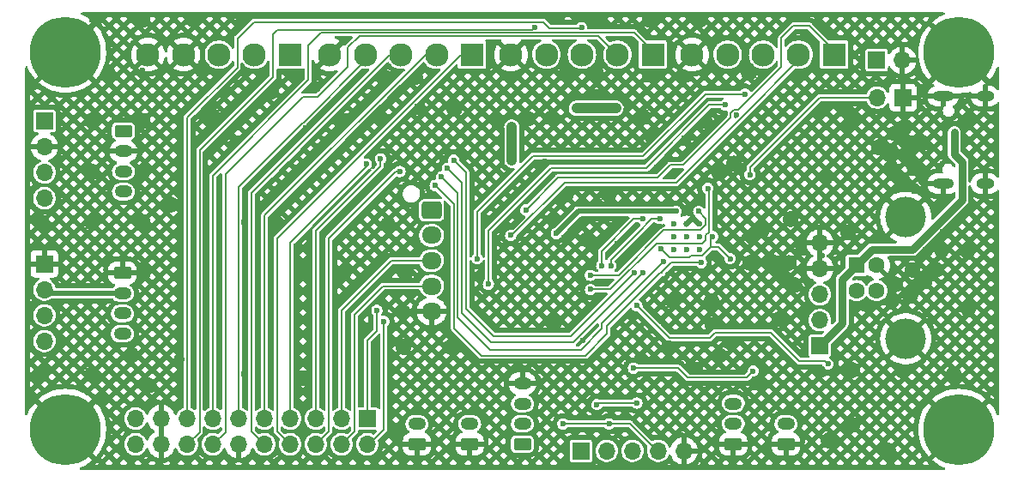
<source format=gbr>
%TF.GenerationSoftware,KiCad,Pcbnew,(7.0.0-0)*%
%TF.CreationDate,2023-06-11T14:21:35-06:00*%
%TF.ProjectId,ReflexFightingBoard,5265666c-6578-4466-9967-6874696e6742,rev?*%
%TF.SameCoordinates,Original*%
%TF.FileFunction,Copper,L4,Bot*%
%TF.FilePolarity,Positive*%
%FSLAX46Y46*%
G04 Gerber Fmt 4.6, Leading zero omitted, Abs format (unit mm)*
G04 Created by KiCad (PCBNEW (7.0.0-0)) date 2023-06-11 14:21:35*
%MOMM*%
%LPD*%
G01*
G04 APERTURE LIST*
G04 Aperture macros list*
%AMRoundRect*
0 Rectangle with rounded corners*
0 $1 Rounding radius*
0 $2 $3 $4 $5 $6 $7 $8 $9 X,Y pos of 4 corners*
0 Add a 4 corners polygon primitive as box body*
4,1,4,$2,$3,$4,$5,$6,$7,$8,$9,$2,$3,0*
0 Add four circle primitives for the rounded corners*
1,1,$1+$1,$2,$3*
1,1,$1+$1,$4,$5*
1,1,$1+$1,$6,$7*
1,1,$1+$1,$8,$9*
0 Add four rect primitives between the rounded corners*
20,1,$1+$1,$2,$3,$4,$5,0*
20,1,$1+$1,$4,$5,$6,$7,0*
20,1,$1+$1,$6,$7,$8,$9,0*
20,1,$1+$1,$8,$9,$2,$3,0*%
G04 Aperture macros list end*
%TA.AperFunction,ComponentPad*%
%ADD10R,1.700000X1.700000*%
%TD*%
%TA.AperFunction,ComponentPad*%
%ADD11O,1.700000X1.700000*%
%TD*%
%TA.AperFunction,ComponentPad*%
%ADD12RoundRect,0.249999X-0.625001X0.350001X-0.625001X-0.350001X0.625001X-0.350001X0.625001X0.350001X0*%
%TD*%
%TA.AperFunction,ComponentPad*%
%ADD13O,1.750000X1.200000*%
%TD*%
%TA.AperFunction,ComponentPad*%
%ADD14RoundRect,0.250000X0.625000X-0.350000X0.625000X0.350000X-0.625000X0.350000X-0.625000X-0.350000X0*%
%TD*%
%TA.AperFunction,ComponentPad*%
%ADD15R,2.300000X2.300000*%
%TD*%
%TA.AperFunction,ComponentPad*%
%ADD16C,2.300000*%
%TD*%
%TA.AperFunction,ComponentPad*%
%ADD17C,7.000000*%
%TD*%
%TA.AperFunction,ComponentPad*%
%ADD18R,1.600000X1.600000*%
%TD*%
%TA.AperFunction,ComponentPad*%
%ADD19C,1.600000*%
%TD*%
%TA.AperFunction,ComponentPad*%
%ADD20C,4.000000*%
%TD*%
%TA.AperFunction,ComponentPad*%
%ADD21C,0.600000*%
%TD*%
%TA.AperFunction,ComponentPad*%
%ADD22RoundRect,0.250000X-0.725000X0.600000X-0.725000X-0.600000X0.725000X-0.600000X0.725000X0.600000X0*%
%TD*%
%TA.AperFunction,ComponentPad*%
%ADD23O,1.950000X1.700000*%
%TD*%
%TA.AperFunction,ComponentPad*%
%ADD24O,2.100000X1.000000*%
%TD*%
%TA.AperFunction,ComponentPad*%
%ADD25O,1.800000X1.000000*%
%TD*%
%TA.AperFunction,ViaPad*%
%ADD26C,0.600000*%
%TD*%
%TA.AperFunction,Conductor*%
%ADD27C,0.150000*%
%TD*%
%TA.AperFunction,Conductor*%
%ADD28C,0.500000*%
%TD*%
%TA.AperFunction,Conductor*%
%ADD29C,0.200000*%
%TD*%
%TA.AperFunction,Conductor*%
%ADD30C,0.750000*%
%TD*%
%TA.AperFunction,Conductor*%
%ADD31C,1.000000*%
%TD*%
G04 APERTURE END LIST*
D10*
%TO.P,J2,1,Pin_1*%
%TO.N,/UP*%
X137159999Y-119379999D03*
D11*
%TO.P,J2,2,Pin_2*%
%TO.N,/DOWN*%
X137159999Y-121919999D03*
%TO.P,J2,3,Pin_3*%
%TO.N,/RIGHT*%
X134619999Y-119379999D03*
%TO.P,J2,4,Pin_4*%
%TO.N,/LEFT*%
X134619999Y-121919999D03*
%TO.P,J2,5,Pin_5*%
%TO.N,/SELECT*%
X132079999Y-119379999D03*
%TO.P,J2,6,Pin_6*%
%TO.N,/HOME*%
X132079999Y-121919999D03*
%TO.P,J2,7,Pin_7*%
%TO.N,/START*%
X129539999Y-119379999D03*
%TO.P,J2,8,Pin_8*%
%TO.N,/1P*%
X129539999Y-121919999D03*
%TO.P,J2,9,Pin_9*%
%TO.N,/2P*%
X126999999Y-119379999D03*
%TO.P,J2,10,Pin_10*%
%TO.N,/3P*%
X126999999Y-121919999D03*
%TO.P,J2,11,Pin_11*%
%TO.N,/4P*%
X124459999Y-119379999D03*
%TO.P,J2,12,Pin_12*%
%TO.N,GND*%
X124459999Y-121919999D03*
%TO.P,J2,13,Pin_13*%
%TO.N,/1K*%
X121919999Y-119379999D03*
%TO.P,J2,14,Pin_14*%
%TO.N,/2K*%
X121919999Y-121919999D03*
%TO.P,J2,15,Pin_15*%
%TO.N,/3K*%
X119379999Y-119379999D03*
%TO.P,J2,16,Pin_16*%
%TO.N,/4K*%
X119379999Y-121919999D03*
%TO.P,J2,17,Pin_17*%
%TO.N,GND*%
X116839999Y-119379999D03*
%TO.P,J2,18,Pin_18*%
X116839999Y-121919999D03*
%TO.P,J2,19,Pin_19*%
%TO.N,/VBUS*%
X114299999Y-119379999D03*
%TO.P,J2,20,Pin_20*%
X114299999Y-121919999D03*
%TD*%
D12*
%TO.P,J1,1,Pin_1*%
%TO.N,Net-(J1-Pin_1)*%
X113100000Y-90982800D03*
D13*
%TO.P,J1,2,Pin_2*%
%TO.N,GND*%
X113099999Y-92982799D03*
%TO.P,J1,3,Pin_3*%
%TO.N,/VBUS*%
X113099999Y-94982799D03*
%TO.P,J1,4,Pin_4*%
X113099999Y-96982799D03*
%TD*%
D14*
%TO.P,J3,1,Pin_1*%
%TO.N,GND*%
X142050000Y-121900000D03*
D13*
%TO.P,J3,2,Pin_2*%
%TO.N,/TURBO*%
X142049999Y-119899999D03*
%TD*%
D14*
%TO.P,J4,1,Pin_1*%
%TO.N,GND*%
X147250000Y-121900000D03*
D13*
%TO.P,J4,2,Pin_2*%
%TO.N,Net-(J4-Pin_2)*%
X147249999Y-119899999D03*
%TD*%
D15*
%TO.P,J5,1,Pin_1*%
%TO.N,/1K*%
X165324999Y-83449999D03*
D16*
%TO.P,J5,2,Pin_2*%
%TO.N,/2K*%
X161825000Y-83450000D03*
%TO.P,J5,3,Pin_3*%
%TO.N,/3K*%
X158325000Y-83450000D03*
%TO.P,J5,4,Pin_4*%
%TO.N,/4K*%
X154825000Y-83450000D03*
%TO.P,J5,5,Pin_5*%
%TO.N,GND*%
X151325000Y-83450000D03*
%TD*%
D15*
%TO.P,J6,1,Pin_1*%
%TO.N,/1P*%
X147474999Y-83449999D03*
D16*
%TO.P,J6,2,Pin_2*%
%TO.N,/2P*%
X143975000Y-83450000D03*
%TO.P,J6,3,Pin_3*%
%TO.N,/3P*%
X140475000Y-83450000D03*
%TO.P,J6,4,Pin_4*%
%TO.N,/4P*%
X136975000Y-83450000D03*
%TO.P,J6,5,Pin_5*%
%TO.N,GND*%
X133475000Y-83450000D03*
%TD*%
D15*
%TO.P,J7,1,Pin_1*%
%TO.N,/SELECT*%
X129524999Y-83449999D03*
D16*
%TO.P,J7,2,Pin_2*%
%TO.N,/START*%
X126025000Y-83450000D03*
%TO.P,J7,3,Pin_3*%
%TO.N,/HOME*%
X122525000Y-83450000D03*
%TO.P,J7,4,Pin_4*%
%TO.N,GND*%
X119025000Y-83450000D03*
%TO.P,J7,5,Pin_5*%
X115525000Y-83450000D03*
%TD*%
D15*
%TO.P,J8,1,Pin_1*%
%TO.N,/UP*%
X183199999Y-83449999D03*
D16*
%TO.P,J8,2,Pin_2*%
%TO.N,/DOWN*%
X179700000Y-83450000D03*
%TO.P,J8,3,Pin_3*%
%TO.N,/RIGHT*%
X176200000Y-83450000D03*
%TO.P,J8,4,Pin_4*%
%TO.N,/LEFT*%
X172700000Y-83450000D03*
%TO.P,J8,5,Pin_5*%
%TO.N,GND*%
X169200000Y-83450000D03*
%TD*%
D12*
%TO.P,J12,1,Pin_1*%
%TO.N,GND*%
X113000000Y-105000000D03*
D13*
%TO.P,J12,2,Pin_2*%
%TO.N,+3V3*%
X112999999Y-106999999D03*
%TO.P,J12,3,Pin_3*%
%TO.N,/SDA*%
X112999999Y-108999999D03*
%TO.P,J12,4,Pin_4*%
%TO.N,/SCL*%
X112999999Y-110999999D03*
%TD*%
D17*
%TO.P,H1,1,1*%
%TO.N,GND*%
X107378000Y-83200000D03*
%TD*%
%TO.P,H3,1,1*%
%TO.N,GND*%
X107378000Y-120460000D03*
%TD*%
%TO.P,H4,1,1*%
%TO.N,GND*%
X195517000Y-120460000D03*
%TD*%
%TO.P,H2,1,1*%
%TO.N,GND*%
X195517000Y-83248000D03*
%TD*%
D14*
%TO.P,J26,1,Pin_1*%
%TO.N,GND*%
X178450000Y-121900000D03*
D13*
%TO.P,J26,2,Pin_2*%
%TO.N,/GPIO29_ADC3*%
X178449999Y-119899999D03*
%TD*%
D10*
%TO.P,J20,1,Pin_1*%
%TO.N,/VBUS*%
X187399999Y-84001951D03*
D11*
%TO.P,J20,2,Pin_2*%
%TO.N,GND*%
X189939999Y-84001951D03*
%TD*%
D14*
%TO.P,J21,1,Pin_1*%
%TO.N,/TP*%
X152450000Y-121900000D03*
D13*
%TO.P,J21,2,Pin_2*%
%TO.N,/LSB*%
X152449999Y-119899999D03*
%TO.P,J21,3,Pin_3*%
%TO.N,/RSB*%
X152449999Y-117899999D03*
%TO.P,J21,4,Pin_4*%
%TO.N,GND*%
X152449999Y-115899999D03*
%TD*%
D14*
%TO.P,J11,1,Pin_1*%
%TO.N,GND*%
X173250000Y-121900000D03*
D13*
%TO.P,J11,2,Pin_2*%
%TO.N,/RS_TOGGLE*%
X173249999Y-119899999D03*
%TO.P,J11,3,Pin_3*%
%TO.N,/LS_TOGGLE*%
X173249999Y-117899999D03*
%TD*%
D10*
%TO.P,J14,1,Pin_1*%
%TO.N,GND*%
X189999999Y-87699999D03*
D11*
%TO.P,J14,2,Pin_2*%
%TO.N,/~{USB_BOOT}*%
X187459999Y-87699999D03*
%TD*%
D18*
%TO.P,J16,1,VBUS*%
%TO.N,/VBUS*%
X185399999Y-104249999D03*
D19*
%TO.P,J16,2,D-*%
%TO.N,/USB_D-*%
X185400000Y-106750000D03*
%TO.P,J16,3,D+*%
%TO.N,/USB_D+*%
X187400000Y-106750000D03*
%TO.P,J16,4,GND*%
%TO.N,GND*%
X187400000Y-104250000D03*
D20*
%TO.P,J16,5,Shield*%
X190260000Y-99500000D03*
X190260000Y-111500000D03*
%TD*%
D10*
%TO.P,J19,1,Pin_1*%
%TO.N,Net-(J1-Pin_1)*%
X105299999Y-89999999D03*
D11*
%TO.P,J19,2,Pin_2*%
%TO.N,GND*%
X105299999Y-92539999D03*
%TO.P,J19,3,Pin_3*%
%TO.N,/VBUS*%
X105299999Y-95079999D03*
%TO.P,J19,4,Pin_4*%
X105299999Y-97619999D03*
%TD*%
D10*
%TO.P,J22,1,Pin_1*%
%TO.N,/GPIO22_5V*%
X158224999Y-122574999D03*
D11*
%TO.P,J22,2,Pin_2*%
%TO.N,/GPIO23_5V*%
X160764999Y-122574999D03*
%TO.P,J22,3,Pin_3*%
%TO.N,/GPIO24*%
X163304999Y-122574999D03*
%TO.P,J22,4,Pin_4*%
%TO.N,/VBUS*%
X165844999Y-122574999D03*
%TO.P,J22,5,Pin_5*%
%TO.N,GND*%
X168384999Y-122574999D03*
%TD*%
D21*
%TO.P,U4,57,GND*%
%TO.N,GND*%
X169895000Y-100155000D03*
X168620000Y-100155000D03*
X167345000Y-100155000D03*
X169895000Y-101430000D03*
X168620000Y-101430000D03*
X167345000Y-101430000D03*
X169895000Y-102705000D03*
X168620000Y-102705000D03*
X167345000Y-102705000D03*
%TD*%
D10*
%TO.P,J10,1,Pin_1*%
%TO.N,GND*%
X105299999Y-104099999D03*
D11*
%TO.P,J10,2,Pin_2*%
%TO.N,+3V3*%
X105299999Y-106639999D03*
%TO.P,J10,3,Pin_3*%
%TO.N,/SDA*%
X105299999Y-109179999D03*
%TO.P,J10,4,Pin_4*%
%TO.N,/SCL*%
X105299999Y-111719999D03*
%TD*%
D22*
%TO.P,J17,1,Pin_1*%
%TO.N,/UP*%
X143500000Y-98800000D03*
D23*
%TO.P,J17,2,Pin_2*%
%TO.N,/DOWN*%
X143499999Y-101299999D03*
%TO.P,J17,3,Pin_3*%
%TO.N,/RIGHT*%
X143499999Y-103799999D03*
%TO.P,J17,4,Pin_4*%
%TO.N,/LEFT*%
X143499999Y-106299999D03*
%TO.P,J17,5,Pin_5*%
%TO.N,GND*%
X143499999Y-108799999D03*
%TD*%
D24*
%TO.P,J15,S1,SHIELD*%
%TO.N,GND*%
X193943336Y-96193999D03*
D25*
X198093336Y-96193999D03*
D24*
X193943336Y-87553999D03*
D25*
X198093336Y-87553999D03*
%TD*%
D10*
%TO.P,J24,1,Pin_1*%
%TO.N,/VBUS*%
X181799999Y-112199999D03*
D11*
%TO.P,J24,2,Pin_2*%
%TO.N,/USB_D-*%
X181799999Y-109659999D03*
%TO.P,J24,3,Pin_3*%
%TO.N,/USB_D+*%
X181799999Y-107119999D03*
%TO.P,J24,4,Pin_4*%
%TO.N,GND*%
X181799999Y-104579999D03*
%TO.P,J24,5,Pin_5*%
X181799999Y-102039999D03*
%TD*%
D26*
%TO.N,GND*%
X110000000Y-80000000D03*
X182390000Y-95490000D03*
X196300000Y-102800000D03*
X187600000Y-92580000D03*
X120000000Y-100000000D03*
X173300000Y-94200000D03*
X115000000Y-80000000D03*
X177800000Y-104983011D03*
X165997502Y-100434757D03*
X115000000Y-105000000D03*
X133610000Y-100280000D03*
X176090000Y-100710000D03*
X120000000Y-80000000D03*
X189237740Y-106125500D03*
X131040000Y-90650000D03*
X161760000Y-102100000D03*
X182000000Y-103310000D03*
X186341645Y-108094411D03*
X137900000Y-112600000D03*
X184300000Y-88800000D03*
X124320000Y-92200000D03*
X160000000Y-80000000D03*
X141875000Y-85675000D03*
X154690000Y-94000000D03*
X192098011Y-105848011D03*
X152970000Y-89770000D03*
X182975500Y-106247664D03*
X193845260Y-100920760D03*
X115000000Y-95000000D03*
X130800000Y-104800000D03*
X155360000Y-89710000D03*
X178900000Y-99700000D03*
X140600000Y-108800000D03*
X155800000Y-100100000D03*
X110000000Y-95000000D03*
X179275500Y-106200000D03*
X173540000Y-89430000D03*
X160955000Y-97275000D03*
X144740000Y-110000000D03*
X171100000Y-107800000D03*
X189925908Y-95774092D03*
X177850000Y-109550000D03*
X184881854Y-107941735D03*
X178734183Y-104023166D03*
X118855500Y-113500000D03*
X166960264Y-111949011D03*
X138900000Y-85700000D03*
X159789989Y-87670000D03*
X165000000Y-80000000D03*
X189900000Y-114600000D03*
X165000000Y-85425000D03*
X128310000Y-100240000D03*
X171850000Y-113150000D03*
X144770000Y-100150000D03*
X130800000Y-115400000D03*
X164150000Y-113600000D03*
X180258411Y-109041589D03*
X105000000Y-100000000D03*
X110000000Y-100000000D03*
X195000000Y-115000000D03*
X113900000Y-113100000D03*
X115000000Y-90000000D03*
X190906989Y-104706989D03*
X196250000Y-90040000D03*
X122500000Y-108200000D03*
X181800000Y-88900000D03*
X156800000Y-85225000D03*
X121800000Y-89400000D03*
X171900000Y-95100000D03*
X188876383Y-107774500D03*
X188540000Y-122560000D03*
X134790000Y-105000000D03*
X169520000Y-114550000D03*
X110000000Y-90000000D03*
X179700000Y-85375000D03*
X190593613Y-92189500D03*
X115000000Y-100000000D03*
X144740000Y-105020000D03*
X115000000Y-85000000D03*
X111520000Y-85190000D03*
X170450000Y-90000000D03*
X188775500Y-93000000D03*
X110640000Y-117780000D03*
X170000000Y-80000000D03*
X191141589Y-94658411D03*
X189217330Y-91217330D03*
X117790000Y-98240000D03*
X127700000Y-87100000D03*
X145400000Y-112300000D03*
X139620000Y-120530000D03*
X105000000Y-115000000D03*
X130125000Y-85325000D03*
X190424500Y-93600000D03*
X171210000Y-110140000D03*
X156700000Y-97300000D03*
X192191589Y-95708411D03*
X120000000Y-95000000D03*
X177143675Y-103926276D03*
X168400000Y-91700000D03*
X115600000Y-116100000D03*
X193824500Y-98400000D03*
X165280000Y-91610000D03*
X164378114Y-89581655D03*
X183171589Y-109171589D03*
X174800000Y-85275000D03*
X140700000Y-112300000D03*
X151125000Y-85375000D03*
X167310000Y-107800000D03*
X192175500Y-102710000D03*
X165680000Y-94540000D03*
X110000000Y-115000000D03*
X125000000Y-115000000D03*
X167080537Y-95533640D03*
X190698011Y-107248011D03*
X168575000Y-85450000D03*
X158410000Y-111640000D03*
X132250000Y-86900000D03*
X175100000Y-101400000D03*
X180924500Y-105800000D03*
X158870000Y-101710000D03*
X139210000Y-100220000D03*
X135000000Y-90000000D03*
X159650000Y-85150000D03*
X193253011Y-104693011D03*
X196400000Y-108500000D03*
X188830500Y-94621269D03*
X191075908Y-96924092D03*
X120875000Y-84950000D03*
X175660000Y-115840000D03*
X140900000Y-105000000D03*
X172900000Y-111820000D03*
X142100000Y-88600000D03*
X120000000Y-105000000D03*
X184600000Y-101000000D03*
X104170000Y-117770000D03*
X185000000Y-114600000D03*
X190200000Y-90540500D03*
X186662553Y-105609786D03*
X182660000Y-121530000D03*
X191900000Y-92189500D03*
X138790000Y-89970000D03*
X174900000Y-104000000D03*
X185000000Y-120000000D03*
X184900000Y-90200000D03*
X182000000Y-114500000D03*
X104100000Y-86200000D03*
X155870000Y-79999989D03*
X150000000Y-90000000D03*
X155520000Y-110070000D03*
X135270000Y-110020000D03*
X125000000Y-100000000D03*
X125000000Y-80000000D03*
X145740000Y-88820000D03*
X180202048Y-102487561D03*
X193824500Y-102700000D03*
%TO.N,/UP*%
X152787500Y-98787500D03*
X138100000Y-108700000D03*
%TO.N,/DOWN*%
X151300000Y-101300000D03*
X138785600Y-109783600D03*
%TO.N,/RIGHT*%
X148000000Y-103600000D03*
X174399154Y-87349154D03*
%TO.N,/LEFT*%
X172460000Y-88410000D03*
X149100000Y-106100000D03*
%TO.N,/SELECT*%
X163505878Y-104955878D03*
X138450000Y-93725500D03*
X145680000Y-93870000D03*
%TO.N,/HOME*%
X144470000Y-95520000D03*
X166350000Y-103870000D03*
X140370000Y-95000000D03*
%TO.N,/START*%
X164330000Y-104980000D03*
X137060000Y-94250000D03*
X145050000Y-94670000D03*
%TO.N,/3K*%
X158300000Y-80775500D03*
%TO.N,/4K*%
X153640000Y-80775500D03*
%TO.N,/SDA*%
X159160000Y-105240000D03*
X169840000Y-98920500D03*
%TO.N,/SCL*%
X159170000Y-106630000D03*
X170730000Y-96650000D03*
%TO.N,/TURBO*%
X160280000Y-104274500D03*
X164330000Y-99674500D03*
%TO.N,/RUN*%
X182600000Y-114000000D03*
X163739122Y-108239122D03*
%TO.N,/RGB*%
X143840000Y-96360000D03*
X170091697Y-103980971D03*
%TO.N,/TURBO_LED*%
X166070988Y-99688866D03*
X161170000Y-104300000D03*
%TO.N,+3V3*%
X155800000Y-101100000D03*
X163750000Y-117850000D03*
X159800000Y-118000000D03*
X167620000Y-98930000D03*
X163400000Y-114400000D03*
X175200000Y-114700000D03*
%TO.N,+1V1*%
X171208590Y-101388684D03*
X166130000Y-102630000D03*
X172944500Y-103600000D03*
%TO.N,/VBUS*%
X195040000Y-91140000D03*
X156450000Y-119900000D03*
X151410000Y-90620000D03*
X157790000Y-88750000D03*
X151420000Y-93870000D03*
X195040000Y-93262740D03*
X161680000Y-88730000D03*
X161000000Y-119900000D03*
%TO.N,/~{USB_BOOT}*%
X174896720Y-95303280D03*
%TD*%
D27*
%TO.N,/UP*%
X137160000Y-119380000D02*
X137160000Y-111640000D01*
X137160000Y-111640000D02*
X138100000Y-110700000D01*
X138100000Y-110700000D02*
X138100000Y-108700000D01*
X173015489Y-89212739D02*
X173322739Y-88905489D01*
X183200000Y-83050846D02*
X183200000Y-83450000D01*
X180769154Y-80620000D02*
X183200000Y-83050846D01*
X178000000Y-84650000D02*
X178000000Y-81800000D01*
X152787500Y-98787500D02*
X155965000Y-95610000D01*
X173015489Y-89634511D02*
X173015489Y-89212739D01*
X155965000Y-95610000D02*
X165790000Y-95610000D01*
X179180000Y-80620000D02*
X180769154Y-80620000D01*
X165790000Y-95610000D02*
X167050000Y-94350000D01*
X168300000Y-94350000D02*
X173015489Y-89634511D01*
X178000000Y-81800000D02*
X179180000Y-80620000D01*
X173744511Y-88905489D02*
X178000000Y-84650000D01*
X173322739Y-88905489D02*
X173744511Y-88905489D01*
X167050000Y-94350000D02*
X168300000Y-94350000D01*
%TO.N,/DOWN*%
X151300000Y-101300000D02*
X151400000Y-101300000D01*
X137312400Y-121920000D02*
X138785600Y-120446800D01*
X156600000Y-96100000D02*
X167611772Y-96100000D01*
X167611772Y-96100000D02*
X174064511Y-89647261D01*
X151400000Y-101300000D02*
X156600000Y-96100000D01*
X179700000Y-84000000D02*
X179700000Y-83450000D01*
X174064511Y-89647261D02*
X174064511Y-89635489D01*
X174064511Y-89635489D02*
X179700000Y-84000000D01*
X138785600Y-120446800D02*
X138785600Y-109783600D01*
%TO.N,/RIGHT*%
X170500846Y-87349154D02*
X174399154Y-87349154D01*
X134620000Y-108680000D02*
X134620000Y-119380000D01*
X164374511Y-93475489D02*
X170500846Y-87349154D01*
X143500000Y-103800000D02*
X139500000Y-103800000D01*
X139500000Y-103800000D02*
X134620000Y-108680000D01*
X148000000Y-103600000D02*
X148000000Y-98950000D01*
X148000000Y-98950000D02*
X153474511Y-93475489D01*
X153474511Y-93475489D02*
X164374511Y-93475489D01*
%TO.N,/LEFT*%
X164650000Y-94650000D02*
X170890000Y-88410000D01*
X138700000Y-106300000D02*
X135890000Y-109110000D01*
X170890000Y-88410000D02*
X172460000Y-88410000D01*
X143500000Y-106300000D02*
X138700000Y-106300000D01*
X155250000Y-94650000D02*
X164650000Y-94650000D01*
X135890000Y-109110000D02*
X135890000Y-120650000D01*
X149100000Y-106100000D02*
X149100000Y-100800000D01*
X135890000Y-120650000D02*
X134620000Y-121920000D01*
X149100000Y-100800000D02*
X155250000Y-94650000D01*
%TO.N,/SELECT*%
X146910000Y-95100000D02*
X146910000Y-108550000D01*
X138450000Y-94450000D02*
X138450000Y-93725500D01*
X157237245Y-111224511D02*
X163505878Y-104955878D01*
X146910000Y-108550000D02*
X149584511Y-111224511D01*
X132080000Y-100820000D02*
X138450000Y-94450000D01*
X149584511Y-111224511D02*
X157237245Y-111224511D01*
X132080000Y-119380000D02*
X132080000Y-100820000D01*
X145680000Y-93870000D02*
X146910000Y-95100000D01*
%TO.N,/HOME*%
X144470000Y-95520000D02*
X146070000Y-97120000D01*
X132080000Y-121920000D02*
X133350000Y-120650000D01*
X166350000Y-103870000D02*
X166350000Y-103920000D01*
X166350000Y-103920000D02*
X160310000Y-109960000D01*
X158211772Y-112580000D02*
X149290000Y-112580000D01*
X149290000Y-112580000D02*
X146070000Y-109360000D01*
X146070000Y-97120000D02*
X146070000Y-106080000D01*
X139980000Y-95000000D02*
X140370000Y-95000000D01*
X146070000Y-109360000D02*
X146070000Y-106060000D01*
X133350000Y-120650000D02*
X133350000Y-101630000D01*
X160310000Y-109960000D02*
X160310000Y-110481772D01*
X133350000Y-101630000D02*
X139980000Y-95000000D01*
X160310000Y-110481772D02*
X158211772Y-112580000D01*
%TO.N,/START*%
X145050000Y-94670000D02*
X146480000Y-96100000D01*
X146480000Y-96100000D02*
X146480000Y-108960000D01*
X129540000Y-119380000D02*
X129540000Y-102040000D01*
X157488228Y-111820000D02*
X164328228Y-104980000D01*
X129540000Y-102040000D02*
X137060000Y-94520000D01*
X164328228Y-104980000D02*
X164330000Y-104980000D01*
X137060000Y-94520000D02*
X137060000Y-94250000D01*
X149340000Y-111820000D02*
X157488228Y-111820000D01*
X146480000Y-108960000D02*
X149340000Y-111820000D01*
%TO.N,/1P*%
X128270000Y-101570000D02*
X146390000Y-83450000D01*
X146390000Y-83450000D02*
X147475000Y-83450000D01*
X128270000Y-120650000D02*
X128270000Y-101570000D01*
X129540000Y-121920000D02*
X128270000Y-120650000D01*
%TO.N,/2P*%
X142890000Y-83450000D02*
X143975000Y-83450000D01*
X127000000Y-119380000D02*
X127000000Y-99340000D01*
X127000000Y-99340000D02*
X142890000Y-83450000D01*
%TO.N,/3P*%
X125730000Y-120650000D02*
X125730000Y-97110000D01*
X127000000Y-121920000D02*
X125730000Y-120650000D01*
X125730000Y-97110000D02*
X139390000Y-83450000D01*
X139390000Y-83450000D02*
X140475000Y-83450000D01*
%TO.N,/4P*%
X124460000Y-96488228D02*
X130822739Y-90125489D01*
X124460000Y-119380000D02*
X124460000Y-96488228D01*
X136975000Y-84025000D02*
X136975000Y-83450000D01*
X130874511Y-90125489D02*
X136975000Y-84025000D01*
X130822739Y-90125489D02*
X130874511Y-90125489D01*
%TO.N,/1K*%
X132596147Y-81300000D02*
X163500000Y-81300000D01*
X131350000Y-85960000D02*
X131350000Y-82546147D01*
X121920000Y-95390000D02*
X131350000Y-85960000D01*
X163500000Y-81300000D02*
X165325000Y-83125000D01*
X121920000Y-119380000D02*
X121920000Y-95390000D01*
X165325000Y-83125000D02*
X165325000Y-83450000D01*
X131350000Y-82546147D02*
X132596147Y-81300000D01*
%TO.N,/2K*%
X132266772Y-87625000D02*
X135225000Y-84666772D01*
X123150000Y-120690000D02*
X123150000Y-95258228D01*
X135225000Y-84666772D02*
X135225000Y-82750000D01*
X121920000Y-121920000D02*
X123150000Y-120690000D01*
X130783228Y-87625000D02*
X132266772Y-87625000D01*
X136375000Y-81600000D02*
X159975000Y-81600000D01*
X135225000Y-82750000D02*
X136375000Y-81600000D01*
X159975000Y-81600000D02*
X161825000Y-83450000D01*
X123150000Y-95258228D02*
X130783228Y-87625000D01*
%TO.N,/3K*%
X124340000Y-81860000D02*
X124340000Y-84710000D01*
X125949011Y-80250989D02*
X124340000Y-81860000D01*
X119380000Y-89670000D02*
X119380000Y-119380000D01*
X155106272Y-80850000D02*
X154507261Y-80250989D01*
X158225500Y-80850000D02*
X155106272Y-80850000D01*
X154507261Y-80250989D02*
X125949011Y-80250989D01*
X158300000Y-80775500D02*
X158225500Y-80850000D01*
X124340000Y-84710000D02*
X119380000Y-89670000D01*
%TO.N,/4K*%
X153415500Y-81000000D02*
X128258228Y-81000000D01*
X127850000Y-85640000D02*
X120610000Y-92880000D01*
X128258228Y-81000000D02*
X127850000Y-81408228D01*
X120610000Y-92880000D02*
X120610000Y-120690000D01*
X127850000Y-81408228D02*
X127850000Y-85640000D01*
X153640000Y-80775500D02*
X153415500Y-81000000D01*
X120610000Y-120690000D02*
X119380000Y-121920000D01*
%TO.N,/SDA*%
X159160000Y-105240000D02*
X161934031Y-105240000D01*
X170001772Y-100790000D02*
X170540000Y-100251772D01*
X166384031Y-100790000D02*
X170001772Y-100790000D01*
X161934031Y-105240000D02*
X166384031Y-100790000D01*
X170540000Y-100251772D02*
X170540000Y-99620500D01*
X170540000Y-99620500D02*
X169840000Y-98920500D01*
%TO.N,/SCL*%
X170560000Y-101730000D02*
X170560000Y-101295502D01*
X161090000Y-106630000D02*
X165650000Y-102070000D01*
X170220000Y-102070000D02*
X170560000Y-101730000D01*
X165650000Y-102070000D02*
X170220000Y-102070000D01*
X170560000Y-101295502D02*
X170839520Y-101015982D01*
X170839520Y-96759520D02*
X170730000Y-96650000D01*
X170839520Y-101015982D02*
X170839520Y-96759520D01*
X159170000Y-106630000D02*
X161090000Y-106630000D01*
%TO.N,/TURBO*%
X164330000Y-99674500D02*
X163443728Y-99674500D01*
X163443728Y-99674500D02*
X160280000Y-102838228D01*
X160280000Y-102838228D02*
X160280000Y-104274500D01*
%TO.N,/RUN*%
X171414500Y-110910000D02*
X170899989Y-111424511D01*
X166944511Y-111424511D02*
X165860489Y-110340489D01*
X182300000Y-113700000D02*
X179770000Y-113700000D01*
X182600000Y-114000000D02*
X182300000Y-113700000D01*
X176980000Y-110910000D02*
X171414500Y-110910000D01*
X179770000Y-113700000D02*
X176980000Y-110910000D01*
X170899989Y-111424511D02*
X166944511Y-111424511D01*
X165860489Y-110340489D02*
X165840489Y-110340489D01*
X165840489Y-110340489D02*
X163739122Y-108239122D01*
%TO.N,/RGB*%
X166210000Y-105020000D02*
X166030000Y-105020000D01*
X160820000Y-111030000D02*
X158690000Y-113160000D01*
X170091697Y-103980971D02*
X170080726Y-103970000D01*
X145730000Y-110500000D02*
X145730000Y-98250000D01*
X148390000Y-113160000D02*
X145730000Y-110500000D01*
X170080726Y-103970000D02*
X167160000Y-103970000D01*
X158690000Y-113160000D02*
X148390000Y-113160000D01*
X166210000Y-104920000D02*
X166210000Y-105020000D01*
X167160000Y-103970000D02*
X166210000Y-104920000D01*
X166030000Y-105020000D02*
X160820000Y-110230000D01*
X145730000Y-98250000D02*
X143840000Y-96360000D01*
X160820000Y-110230000D02*
X160820000Y-111030000D01*
%TO.N,/TURBO_LED*%
X165211134Y-99688866D02*
X163830000Y-101070000D01*
X166070988Y-99688866D02*
X165211134Y-99688866D01*
X161170000Y-103730000D02*
X161170000Y-104300000D01*
X163830000Y-101070000D02*
X161170000Y-103730000D01*
%TO.N,+3V3*%
X167800000Y-114400000D02*
X168750000Y-115350000D01*
D28*
X113000000Y-107000000D02*
X105660000Y-107000000D01*
D27*
X159950000Y-117850000D02*
X163750000Y-117850000D01*
X168750000Y-115350000D02*
X174550000Y-115350000D01*
D28*
X157959259Y-98930000D02*
X167620000Y-98930000D01*
D27*
X163400000Y-114400000D02*
X167800000Y-114400000D01*
D28*
X105660000Y-107000000D02*
X105300000Y-106640000D01*
D27*
X174550000Y-115350000D02*
X175200000Y-114700000D01*
D28*
X155800000Y-101089259D02*
X157959259Y-98930000D01*
X155800000Y-101100000D02*
X155800000Y-101089259D01*
D27*
X159800000Y-118000000D02*
X159950000Y-117850000D01*
D29*
%TO.N,+1V1*%
X168890000Y-103460000D02*
X169045489Y-103304511D01*
X169045489Y-103304511D02*
X170143327Y-103304511D01*
X171208590Y-101388684D02*
X171020000Y-101577274D01*
X171020000Y-101577274D02*
X171020000Y-102427838D01*
X166600313Y-103120000D02*
X166940313Y-103460000D01*
X166940313Y-103460000D02*
X168890000Y-103460000D01*
X170143327Y-103304511D02*
X171020000Y-102427838D01*
X166130000Y-102630000D02*
X166600313Y-103100313D01*
X166600313Y-103100313D02*
X166600313Y-103120000D01*
X172944500Y-103600000D02*
X171772338Y-102427838D01*
X171772338Y-102427838D02*
X171020000Y-102427838D01*
D27*
%TO.N,/VBUS*%
X161000000Y-119900000D02*
X163045000Y-119900000D01*
D30*
X185400000Y-104250000D02*
X184000000Y-105650000D01*
D31*
X151420000Y-93870000D02*
X151420000Y-90630000D01*
D30*
X195824511Y-97775489D02*
X195824511Y-94047251D01*
D27*
X156450000Y-119900000D02*
X161000000Y-119900000D01*
X163045000Y-119900000D02*
X165845000Y-122700000D01*
D30*
X195040000Y-93262740D02*
X195040000Y-91140000D01*
X195824511Y-94047251D02*
X195040000Y-93262740D01*
X184000000Y-110000000D02*
X181800000Y-112200000D01*
X190900000Y-102700000D02*
X195824511Y-97775489D01*
X184000000Y-105650000D02*
X184000000Y-110000000D01*
X185400000Y-104250000D02*
X186950000Y-102700000D01*
X186950000Y-102700000D02*
X190900000Y-102700000D01*
D31*
X157810000Y-88730000D02*
X161680000Y-88730000D01*
X157790000Y-88750000D02*
X157810000Y-88730000D01*
X151420000Y-90630000D02*
X151410000Y-90620000D01*
D27*
%TO.N,/~{USB_BOOT}*%
X174896720Y-94603281D02*
X181800001Y-87700000D01*
X174896720Y-95303280D02*
X174896720Y-94603281D01*
X181800001Y-87700000D02*
X187460000Y-87700000D01*
%TD*%
%TA.AperFunction,Conductor*%
%TO.N,GND*%
G36*
X130953896Y-84799836D02*
G01*
X131002574Y-84846181D01*
X131020500Y-84910958D01*
X131020500Y-85771326D01*
X131010909Y-85819544D01*
X130983595Y-85860421D01*
X121701080Y-95142935D01*
X121692979Y-95150359D01*
X121672141Y-95167844D01*
X121672133Y-95167853D01*
X121663695Y-95174934D01*
X121658186Y-95184474D01*
X121658182Y-95184480D01*
X121644585Y-95208031D01*
X121638684Y-95217294D01*
X121623085Y-95239572D01*
X121623083Y-95239574D01*
X121616765Y-95248599D01*
X121613912Y-95259241D01*
X121612359Y-95262573D01*
X121611102Y-95266025D01*
X121605595Y-95275566D01*
X121603682Y-95286411D01*
X121603679Y-95286421D01*
X121598957Y-95313203D01*
X121596579Y-95323930D01*
X121589543Y-95350188D01*
X121589542Y-95350194D01*
X121586690Y-95360840D01*
X121589720Y-95395474D01*
X121590020Y-95398900D01*
X121590500Y-95409882D01*
X121590500Y-118236851D01*
X121580534Y-118285964D01*
X121552213Y-118327308D01*
X121510017Y-118354342D01*
X121503593Y-118356831D01*
X121431007Y-118384950D01*
X121430999Y-118384953D01*
X121425573Y-118387056D01*
X121420622Y-118390121D01*
X121420613Y-118390126D01*
X121256491Y-118491746D01*
X121256481Y-118491752D01*
X121251538Y-118494814D01*
X121247239Y-118498732D01*
X121247235Y-118498736D01*
X121150386Y-118587026D01*
X121099981Y-118615101D01*
X121042347Y-118617766D01*
X120989568Y-118594461D01*
X120952709Y-118550074D01*
X120939500Y-118493911D01*
X120939500Y-94248163D01*
X121437500Y-94248163D01*
X121596129Y-94406793D01*
X121951097Y-94051825D01*
X121596128Y-93696857D01*
X121437500Y-93855486D01*
X121437500Y-94248163D01*
X120939500Y-94248163D01*
X120939500Y-93344718D01*
X121948267Y-93344718D01*
X122303236Y-93699686D01*
X122658203Y-93344719D01*
X122303235Y-92989750D01*
X121948267Y-93344718D01*
X120939500Y-93344718D01*
X120939500Y-93068673D01*
X120949091Y-93020455D01*
X120976405Y-92979578D01*
X121318372Y-92637611D01*
X122655374Y-92637611D01*
X123010343Y-92992579D01*
X123365310Y-92637612D01*
X123010342Y-92282643D01*
X122655374Y-92637611D01*
X121318372Y-92637611D01*
X122025478Y-91930505D01*
X123362481Y-91930505D01*
X123548443Y-92116467D01*
X123559172Y-92028114D01*
X123566441Y-91998622D01*
X123622414Y-91851031D01*
X123636531Y-91824134D01*
X123726200Y-91694228D01*
X123746341Y-91671493D01*
X123781901Y-91639988D01*
X123717450Y-91575537D01*
X123362481Y-91930505D01*
X122025478Y-91930505D01*
X122732586Y-91223397D01*
X124069588Y-91223397D01*
X124270190Y-91424000D01*
X124398924Y-91424000D01*
X124429078Y-91427661D01*
X124546353Y-91456567D01*
X124779523Y-91223397D01*
X124424555Y-90868430D01*
X124069588Y-91223397D01*
X122732586Y-91223397D01*
X123439693Y-90516290D01*
X124776695Y-90516290D01*
X125131663Y-90871259D01*
X125486631Y-90516291D01*
X125131662Y-90161323D01*
X124776695Y-90516290D01*
X123439693Y-90516290D01*
X124146799Y-89809184D01*
X125483801Y-89809184D01*
X125838770Y-90164152D01*
X126193737Y-89809185D01*
X125838769Y-89454216D01*
X125483801Y-89809184D01*
X124146799Y-89809184D01*
X124853906Y-89102077D01*
X126190908Y-89102077D01*
X126545877Y-89457045D01*
X126900844Y-89102078D01*
X126545876Y-88747109D01*
X126190908Y-89102077D01*
X124853906Y-89102077D01*
X125561013Y-88394970D01*
X126898015Y-88394970D01*
X127252983Y-88749939D01*
X127607951Y-88394971D01*
X127252982Y-88040003D01*
X126898015Y-88394970D01*
X125561013Y-88394970D01*
X126081535Y-87874448D01*
X127791706Y-87874448D01*
X127960090Y-88042832D01*
X128315058Y-87687864D01*
X128264136Y-87636943D01*
X128155508Y-87733180D01*
X128130509Y-87750435D01*
X127990741Y-87823791D01*
X127962340Y-87834563D01*
X127809078Y-87872339D01*
X127791706Y-87874448D01*
X126081535Y-87874448D01*
X127100279Y-86855703D01*
X128437282Y-86855703D01*
X128453559Y-86898623D01*
X128460828Y-86928114D01*
X128479855Y-87084812D01*
X128479855Y-87115189D01*
X128476260Y-87144789D01*
X128667197Y-87335725D01*
X129022164Y-86980758D01*
X128667196Y-86625789D01*
X128437282Y-86855703D01*
X127100279Y-86855703D01*
X127682331Y-86273650D01*
X129019335Y-86273650D01*
X129374304Y-86628618D01*
X129729271Y-86273651D01*
X129374303Y-85918682D01*
X129019335Y-86273650D01*
X127682331Y-86273650D01*
X128060931Y-85895050D01*
X128640734Y-85895050D01*
X128667196Y-85921512D01*
X129022164Y-85566543D01*
X128808120Y-85352499D01*
X128677500Y-85352500D01*
X128677500Y-85603870D01*
X128679415Y-85625760D01*
X128679894Y-85636744D01*
X128679893Y-85679629D01*
X128679413Y-85690611D01*
X128675598Y-85734204D01*
X128674164Y-85745099D01*
X128666718Y-85787327D01*
X128664338Y-85798062D01*
X128658656Y-85819263D01*
X128654842Y-85840900D01*
X128652461Y-85851638D01*
X128641359Y-85893069D01*
X128640734Y-85895050D01*
X128060931Y-85895050D01*
X128068936Y-85887045D01*
X128077006Y-85879649D01*
X128106305Y-85855066D01*
X128125412Y-85821969D01*
X128131314Y-85812706D01*
X128134745Y-85807806D01*
X128153235Y-85781401D01*
X128156090Y-85770742D01*
X128157637Y-85767425D01*
X128158887Y-85763988D01*
X128164405Y-85754434D01*
X128171041Y-85716794D01*
X128173418Y-85706071D01*
X128183309Y-85669161D01*
X128179979Y-85631097D01*
X128179500Y-85620116D01*
X128179500Y-84974130D01*
X128191597Y-84920258D01*
X128225567Y-84876730D01*
X128274885Y-84851906D01*
X128330080Y-84850551D01*
X128349933Y-84854500D01*
X130700066Y-84854499D01*
X130774301Y-84839734D01*
X130824498Y-84806192D01*
X130888317Y-84785110D01*
X130953896Y-84799836D01*
G37*
%TD.AperFunction*%
%TA.AperFunction,Conductor*%
G36*
X142760652Y-84181563D02*
G01*
X142800523Y-84220216D01*
X142855636Y-84304573D01*
X142862853Y-84315619D01*
X142909569Y-84366366D01*
X143016968Y-84483032D01*
X143016971Y-84483035D01*
X143020498Y-84486866D01*
X143204178Y-84629830D01*
X143408885Y-84740612D01*
X143413813Y-84742304D01*
X143413816Y-84742305D01*
X143478276Y-84764434D01*
X143629034Y-84816189D01*
X143858620Y-84854500D01*
X144086169Y-84854500D01*
X144091380Y-84854500D01*
X144098625Y-84853291D01*
X144217319Y-84833485D01*
X144279954Y-84838935D01*
X144332157Y-84873973D01*
X144360932Y-84929873D01*
X144359113Y-84992719D01*
X144327153Y-85046861D01*
X128051080Y-101322935D01*
X128042979Y-101330359D01*
X128022141Y-101347844D01*
X128022133Y-101347853D01*
X128013695Y-101354934D01*
X128008186Y-101364474D01*
X128008182Y-101364480D01*
X127994585Y-101388031D01*
X127988684Y-101397294D01*
X127973085Y-101419572D01*
X127973083Y-101419574D01*
X127966765Y-101428599D01*
X127963912Y-101439241D01*
X127962359Y-101442573D01*
X127961102Y-101446025D01*
X127955595Y-101455566D01*
X127953681Y-101466414D01*
X127953680Y-101466420D01*
X127948957Y-101493203D01*
X127946579Y-101503930D01*
X127939543Y-101530188D01*
X127939542Y-101530194D01*
X127936690Y-101540840D01*
X127939417Y-101572013D01*
X127940020Y-101578900D01*
X127940500Y-101589882D01*
X127940500Y-118457446D01*
X127927291Y-118513609D01*
X127890432Y-118557996D01*
X127837653Y-118581301D01*
X127780019Y-118578636D01*
X127729615Y-118550561D01*
X127672770Y-118498741D01*
X127672768Y-118498739D01*
X127668462Y-118494814D01*
X127663512Y-118491749D01*
X127663508Y-118491746D01*
X127499386Y-118390126D01*
X127499381Y-118390124D01*
X127494427Y-118387056D01*
X127488996Y-118384952D01*
X127488992Y-118384950D01*
X127444269Y-118367624D01*
X127409982Y-118354342D01*
X127367787Y-118327308D01*
X127339466Y-118285964D01*
X127329500Y-118236851D01*
X127329500Y-99528673D01*
X127336359Y-99494191D01*
X128526716Y-99494191D01*
X128572340Y-99505437D01*
X128600741Y-99516209D01*
X128740509Y-99589565D01*
X128765508Y-99606820D01*
X128883659Y-99711493D01*
X128903800Y-99734228D01*
X128916748Y-99752986D01*
X128991609Y-99678125D01*
X128667196Y-99353711D01*
X128526716Y-99494191D01*
X127336359Y-99494191D01*
X127339091Y-99480455D01*
X127366405Y-99439578D01*
X127804411Y-99001572D01*
X129019335Y-99001572D01*
X129343750Y-99325986D01*
X129698717Y-98971019D01*
X129374303Y-98646604D01*
X129019335Y-99001572D01*
X127804411Y-99001572D01*
X128511517Y-98294466D01*
X129726442Y-98294466D01*
X130050855Y-98618879D01*
X130405824Y-98263911D01*
X130081411Y-97939498D01*
X129726442Y-98294466D01*
X128511517Y-98294466D01*
X129218625Y-97587358D01*
X130433549Y-97587358D01*
X130757963Y-97911773D01*
X131112931Y-97556805D01*
X130788516Y-97232391D01*
X130433549Y-97587358D01*
X129218625Y-97587358D01*
X129925732Y-96880251D01*
X131140656Y-96880251D01*
X131465070Y-97204666D01*
X131820038Y-96849698D01*
X131495623Y-96525284D01*
X131140656Y-96880251D01*
X129925732Y-96880251D01*
X130632838Y-96173145D01*
X131847762Y-96173145D01*
X132172177Y-96497559D01*
X132527144Y-96142592D01*
X132202730Y-95818177D01*
X131847762Y-96173145D01*
X130632838Y-96173145D01*
X131339945Y-95466038D01*
X132554869Y-95466038D01*
X132879284Y-95790452D01*
X133234251Y-95435485D01*
X132909837Y-95111070D01*
X132554869Y-95466038D01*
X131339945Y-95466038D01*
X132047052Y-94758931D01*
X133261976Y-94758931D01*
X133586390Y-95083346D01*
X133941358Y-94728378D01*
X133616943Y-94403964D01*
X133261976Y-94758931D01*
X132047052Y-94758931D01*
X132754159Y-94051824D01*
X133969083Y-94051824D01*
X134293497Y-94376239D01*
X134648465Y-94021271D01*
X134324050Y-93696857D01*
X133969083Y-94051824D01*
X132754159Y-94051824D01*
X133461265Y-93344718D01*
X134676189Y-93344718D01*
X135000603Y-93669132D01*
X135355571Y-93314163D01*
X135031158Y-92989750D01*
X134676189Y-93344718D01*
X133461265Y-93344718D01*
X134168372Y-92637611D01*
X135383296Y-92637611D01*
X135707711Y-92962025D01*
X136062678Y-92607058D01*
X135738264Y-92282643D01*
X135383296Y-92637611D01*
X134168372Y-92637611D01*
X134875478Y-91930505D01*
X136090403Y-91930505D01*
X136414816Y-92254918D01*
X136769785Y-91899950D01*
X136445372Y-91575537D01*
X136090403Y-91930505D01*
X134875478Y-91930505D01*
X134983229Y-91822754D01*
X135582586Y-91223397D01*
X136797510Y-91223397D01*
X137121924Y-91547812D01*
X137476892Y-91192844D01*
X137152477Y-90868430D01*
X136797510Y-91223397D01*
X135582586Y-91223397D01*
X136289693Y-90516290D01*
X137504617Y-90516290D01*
X137829031Y-90840705D01*
X138183999Y-90485737D01*
X137859584Y-90161323D01*
X137504617Y-90516290D01*
X136289693Y-90516290D01*
X137703905Y-89102078D01*
X138918830Y-89102078D01*
X139052139Y-89235387D01*
X139052340Y-89235437D01*
X139080741Y-89246209D01*
X139220509Y-89319565D01*
X139245508Y-89336820D01*
X139291855Y-89377880D01*
X139598211Y-89071523D01*
X139273798Y-88747109D01*
X138918830Y-89102078D01*
X137703905Y-89102078D01*
X138411013Y-88394970D01*
X139625937Y-88394970D01*
X139950351Y-88719385D01*
X140305319Y-88364417D01*
X139980904Y-88040003D01*
X139625937Y-88394970D01*
X138411013Y-88394970D01*
X139118120Y-87687863D01*
X140333044Y-87687863D01*
X140657458Y-88012278D01*
X141012426Y-87657310D01*
X140688011Y-87332896D01*
X140333044Y-87687863D01*
X139118120Y-87687863D01*
X139825225Y-86980758D01*
X141040151Y-86980758D01*
X141364564Y-87305171D01*
X141719532Y-86950202D01*
X141395119Y-86625789D01*
X141040151Y-86980758D01*
X139825225Y-86980758D01*
X140354983Y-86451000D01*
X141924608Y-86451000D01*
X142071672Y-86598064D01*
X142426640Y-86243097D01*
X142415991Y-86232448D01*
X142330508Y-86308180D01*
X142305509Y-86325435D01*
X142165741Y-86398791D01*
X142137340Y-86409563D01*
X141984078Y-86447339D01*
X141953924Y-86451000D01*
X141924608Y-86451000D01*
X140354983Y-86451000D01*
X141391287Y-85414696D01*
X142606211Y-85414696D01*
X142628559Y-85473622D01*
X142635828Y-85503114D01*
X142654855Y-85659812D01*
X142654855Y-85690188D01*
X142646534Y-85758714D01*
X142778778Y-85890958D01*
X143133747Y-85535989D01*
X142809333Y-85211575D01*
X142606211Y-85414696D01*
X141391287Y-85414696D01*
X142605947Y-84200035D01*
X142652898Y-84170388D01*
X142708038Y-84163804D01*
X142760652Y-84181563D01*
G37*
%TD.AperFunction*%
%TA.AperFunction,Conductor*%
G36*
X139260653Y-84181562D02*
G01*
X139300522Y-84220214D01*
X139362853Y-84315619D01*
X139409569Y-84366366D01*
X139516968Y-84483032D01*
X139516971Y-84483035D01*
X139520498Y-84486866D01*
X139704178Y-84629830D01*
X139908885Y-84740612D01*
X139913813Y-84742304D01*
X139913816Y-84742305D01*
X139978276Y-84764434D01*
X140129034Y-84816189D01*
X140358620Y-84854500D01*
X140586169Y-84854500D01*
X140591380Y-84854500D01*
X140598625Y-84853291D01*
X140717319Y-84833485D01*
X140779954Y-84838935D01*
X140832157Y-84873973D01*
X140860932Y-84929873D01*
X140859113Y-84992719D01*
X140827153Y-85046861D01*
X126781080Y-99092935D01*
X126772979Y-99100359D01*
X126752141Y-99117844D01*
X126752133Y-99117853D01*
X126743695Y-99124934D01*
X126738186Y-99134474D01*
X126738182Y-99134480D01*
X126724585Y-99158031D01*
X126718684Y-99167294D01*
X126703085Y-99189572D01*
X126703083Y-99189574D01*
X126696765Y-99198599D01*
X126693912Y-99209241D01*
X126692359Y-99212573D01*
X126691102Y-99216025D01*
X126685595Y-99225566D01*
X126683682Y-99236411D01*
X126683679Y-99236421D01*
X126678957Y-99263203D01*
X126676579Y-99273930D01*
X126669543Y-99300188D01*
X126669542Y-99300194D01*
X126666690Y-99310840D01*
X126668015Y-99325986D01*
X126670020Y-99348900D01*
X126670500Y-99359882D01*
X126670500Y-118236851D01*
X126660534Y-118285964D01*
X126632213Y-118327308D01*
X126590017Y-118354342D01*
X126583593Y-118356831D01*
X126511007Y-118384950D01*
X126510999Y-118384953D01*
X126505573Y-118387056D01*
X126500622Y-118390121D01*
X126500613Y-118390126D01*
X126336491Y-118491746D01*
X126336481Y-118491752D01*
X126331538Y-118494814D01*
X126327236Y-118498735D01*
X126327229Y-118498741D01*
X126270385Y-118550561D01*
X126219981Y-118578636D01*
X126162347Y-118581301D01*
X126109568Y-118557996D01*
X126072709Y-118513609D01*
X126059500Y-118457446D01*
X126059500Y-97930704D01*
X126557500Y-97930704D01*
X126900844Y-97587358D01*
X126661872Y-97348386D01*
X126557500Y-97452760D01*
X126557500Y-97930704D01*
X126059500Y-97930704D01*
X126059500Y-97298673D01*
X126069091Y-97250455D01*
X126096405Y-97209578D01*
X126309735Y-96996248D01*
X127014010Y-96996248D01*
X127252983Y-97235221D01*
X127607951Y-96880252D01*
X127368978Y-96641279D01*
X127014010Y-96996248D01*
X126309735Y-96996248D01*
X127016842Y-96289141D01*
X127721117Y-96289141D01*
X127960089Y-96528113D01*
X128315058Y-96173145D01*
X128076085Y-95934172D01*
X127721117Y-96289141D01*
X127016842Y-96289141D01*
X127723950Y-95582033D01*
X128428223Y-95582033D01*
X128667197Y-95821006D01*
X129022164Y-95466039D01*
X128783191Y-95227065D01*
X128428223Y-95582033D01*
X127723950Y-95582033D01*
X128431056Y-94874927D01*
X129135330Y-94874927D01*
X129374303Y-95113900D01*
X129729271Y-94758931D01*
X129490299Y-94519959D01*
X129135330Y-94874927D01*
X128431056Y-94874927D01*
X129138163Y-94167820D01*
X129842437Y-94167820D01*
X130081410Y-94406793D01*
X130436378Y-94051824D01*
X130197406Y-93812852D01*
X129842437Y-94167820D01*
X129138163Y-94167820D01*
X129347795Y-93958188D01*
X129845269Y-93460714D01*
X130549544Y-93460714D01*
X130788516Y-93699686D01*
X131143485Y-93344718D01*
X130904512Y-93105745D01*
X130549544Y-93460714D01*
X129845269Y-93460714D01*
X130552377Y-92753606D01*
X131256650Y-92753606D01*
X131495623Y-92992579D01*
X131850592Y-92637611D01*
X131611619Y-92398638D01*
X131256650Y-92753606D01*
X130552377Y-92753606D01*
X131259483Y-92046500D01*
X131963757Y-92046500D01*
X132202730Y-92285473D01*
X132557698Y-91930504D01*
X132318725Y-91691531D01*
X131963757Y-92046500D01*
X131259483Y-92046500D01*
X131966590Y-91339393D01*
X132670864Y-91339393D01*
X132909837Y-91578366D01*
X133264805Y-91223397D01*
X133025832Y-90984424D01*
X132670864Y-91339393D01*
X131966590Y-91339393D01*
X132673698Y-90632285D01*
X133377971Y-90632285D01*
X133616944Y-90871259D01*
X133971912Y-90516291D01*
X133732938Y-90277318D01*
X133377971Y-90632285D01*
X132673698Y-90632285D01*
X133380804Y-89925179D01*
X134085077Y-89925179D01*
X134226372Y-90066474D01*
X134220145Y-90015188D01*
X134220145Y-89984812D01*
X134239172Y-89828114D01*
X134246441Y-89798622D01*
X134267705Y-89742552D01*
X134085077Y-89925179D01*
X133380804Y-89925179D01*
X134087911Y-89218072D01*
X134792184Y-89218072D01*
X134819401Y-89245289D01*
X134890922Y-89227661D01*
X134921076Y-89224000D01*
X135078924Y-89224000D01*
X135109078Y-89227661D01*
X135230590Y-89257611D01*
X135386126Y-89102077D01*
X135147152Y-88863103D01*
X134792184Y-89218072D01*
X134087911Y-89218072D01*
X134795018Y-88510965D01*
X135499290Y-88510965D01*
X135738264Y-88749939D01*
X136093232Y-88394970D01*
X135854259Y-88155997D01*
X135499290Y-88510965D01*
X134795018Y-88510965D01*
X135502125Y-87803858D01*
X136206397Y-87803858D01*
X136445371Y-88042832D01*
X136800339Y-87687863D01*
X136561366Y-87448890D01*
X136206397Y-87803858D01*
X135502125Y-87803858D01*
X136209231Y-87096752D01*
X136913504Y-87096752D01*
X137152477Y-87335725D01*
X137507446Y-86980757D01*
X137268472Y-86741783D01*
X136913504Y-87096752D01*
X136209231Y-87096752D01*
X136916338Y-86389645D01*
X137620611Y-86389645D01*
X137859584Y-86628618D01*
X138214553Y-86273650D01*
X137975579Y-86034676D01*
X137620611Y-86389645D01*
X136916338Y-86389645D01*
X138363784Y-84942198D01*
X139068058Y-84942198D01*
X139162340Y-84965437D01*
X139190741Y-84976209D01*
X139330509Y-85049565D01*
X139355508Y-85066820D01*
X139390437Y-85097765D01*
X139437955Y-85050247D01*
X139423327Y-85040691D01*
X139419027Y-85037753D01*
X139402477Y-85025937D01*
X139398300Y-85022823D01*
X139214620Y-84879859D01*
X139210575Y-84876574D01*
X139195059Y-84863432D01*
X139191157Y-84859986D01*
X139175847Y-84845892D01*
X139172093Y-84842290D01*
X139170029Y-84840226D01*
X139068058Y-84942198D01*
X138363784Y-84942198D01*
X139105947Y-84200034D01*
X139152898Y-84170387D01*
X139208038Y-84163803D01*
X139260653Y-84181562D01*
G37*
%TD.AperFunction*%
%TA.AperFunction,Conductor*%
G36*
X136858620Y-84854500D02*
G01*
X137086169Y-84854500D01*
X137091380Y-84854500D01*
X137096526Y-84853641D01*
X137096529Y-84853641D01*
X137217320Y-84833485D01*
X137279955Y-84838935D01*
X137332158Y-84873973D01*
X137360933Y-84929873D01*
X137359114Y-84992719D01*
X137327154Y-85046861D01*
X125511080Y-96862935D01*
X125502979Y-96870359D01*
X125482141Y-96887844D01*
X125482133Y-96887853D01*
X125473695Y-96894934D01*
X125468186Y-96904474D01*
X125468182Y-96904480D01*
X125454585Y-96928031D01*
X125448684Y-96937294D01*
X125433085Y-96959572D01*
X125433083Y-96959574D01*
X125426765Y-96968599D01*
X125423912Y-96979241D01*
X125422359Y-96982573D01*
X125421102Y-96986025D01*
X125415595Y-96995566D01*
X125413682Y-97006411D01*
X125413679Y-97006421D01*
X125408957Y-97033203D01*
X125406579Y-97043930D01*
X125399543Y-97070188D01*
X125399542Y-97070194D01*
X125396690Y-97080840D01*
X125397650Y-97091822D01*
X125397651Y-97091822D01*
X125400020Y-97118900D01*
X125400500Y-97129882D01*
X125400500Y-118457446D01*
X125387291Y-118513609D01*
X125350432Y-118557996D01*
X125297653Y-118581301D01*
X125240019Y-118578636D01*
X125189615Y-118550561D01*
X125132770Y-118498741D01*
X125132768Y-118498739D01*
X125128462Y-118494814D01*
X125123512Y-118491749D01*
X125123508Y-118491746D01*
X124959386Y-118390126D01*
X124959381Y-118390124D01*
X124954427Y-118387056D01*
X124948996Y-118384952D01*
X124948992Y-118384950D01*
X124904269Y-118367624D01*
X124869982Y-118354342D01*
X124827787Y-118327308D01*
X124799466Y-118285964D01*
X124789500Y-118236851D01*
X124789500Y-96676901D01*
X124799091Y-96628683D01*
X124826405Y-96587806D01*
X127882203Y-93532008D01*
X130949399Y-90464811D01*
X130988342Y-90440000D01*
X130988945Y-90439894D01*
X130998503Y-90434375D01*
X131001964Y-90433115D01*
X131005260Y-90431577D01*
X131015912Y-90428724D01*
X131047219Y-90406801D01*
X131056480Y-90400901D01*
X131089577Y-90381794D01*
X131114146Y-90352511D01*
X131121563Y-90344418D01*
X136600965Y-84865016D01*
X136651618Y-84834120D01*
X136710795Y-84829832D01*
X136858620Y-84854500D01*
G37*
%TD.AperFunction*%
%TA.AperFunction,Conductor*%
G36*
X122736108Y-95142754D02*
G01*
X122792976Y-95184449D01*
X122818536Y-95250169D01*
X122819982Y-95266698D01*
X122820020Y-95267123D01*
X122820500Y-95278110D01*
X122820500Y-118420982D01*
X122807290Y-118477145D01*
X122770432Y-118521532D01*
X122717652Y-118544837D01*
X122660017Y-118542172D01*
X122609613Y-118514096D01*
X122592769Y-118498741D01*
X122588462Y-118494814D01*
X122583512Y-118491749D01*
X122583508Y-118491746D01*
X122419386Y-118390126D01*
X122419381Y-118390124D01*
X122414427Y-118387056D01*
X122408996Y-118384952D01*
X122408992Y-118384950D01*
X122364269Y-118367624D01*
X122329982Y-118354342D01*
X122287787Y-118327308D01*
X122259466Y-118285964D01*
X122249500Y-118236851D01*
X122249500Y-95578673D01*
X122259091Y-95530455D01*
X122286401Y-95489581D01*
X122603924Y-95172058D01*
X122665743Y-95138143D01*
X122736108Y-95142754D01*
G37*
%TD.AperFunction*%
%TA.AperFunction,Conductor*%
G36*
X127452629Y-84026167D02*
G01*
X127502204Y-84072567D01*
X127520500Y-84137957D01*
X127520500Y-85451327D01*
X127510909Y-85499545D01*
X127483595Y-85540422D01*
X120391080Y-92632935D01*
X120382979Y-92640359D01*
X120362141Y-92657844D01*
X120362133Y-92657853D01*
X120353695Y-92664934D01*
X120348186Y-92674474D01*
X120348182Y-92674480D01*
X120334585Y-92698031D01*
X120328684Y-92707294D01*
X120313085Y-92729572D01*
X120313083Y-92729574D01*
X120306765Y-92738599D01*
X120303912Y-92749241D01*
X120302359Y-92752573D01*
X120301102Y-92756025D01*
X120295595Y-92765566D01*
X120293682Y-92776411D01*
X120293679Y-92776421D01*
X120288957Y-92803203D01*
X120286579Y-92813930D01*
X120279543Y-92840188D01*
X120279542Y-92840194D01*
X120276690Y-92850840D01*
X120277650Y-92861822D01*
X120277651Y-92861822D01*
X120280020Y-92888900D01*
X120280500Y-92899882D01*
X120280500Y-118420982D01*
X120267290Y-118477145D01*
X120230432Y-118521532D01*
X120177652Y-118544837D01*
X120120017Y-118542172D01*
X120069613Y-118514096D01*
X120052769Y-118498741D01*
X120048462Y-118494814D01*
X120043512Y-118491749D01*
X120043508Y-118491746D01*
X119879386Y-118390126D01*
X119879381Y-118390124D01*
X119874427Y-118387056D01*
X119868996Y-118384952D01*
X119868992Y-118384950D01*
X119824269Y-118367624D01*
X119789982Y-118354342D01*
X119747787Y-118327308D01*
X119719466Y-118285964D01*
X119709500Y-118236851D01*
X119709500Y-90894014D01*
X120207500Y-90894014D01*
X120207500Y-91552782D01*
X120536883Y-91223397D01*
X120207500Y-90894014D01*
X119709500Y-90894014D01*
X119709500Y-90516290D01*
X120534054Y-90516290D01*
X120889022Y-90871259D01*
X121243990Y-90516291D01*
X120889021Y-90161323D01*
X120534054Y-90516290D01*
X119709500Y-90516290D01*
X119709500Y-90138569D01*
X120207500Y-90138569D01*
X120536883Y-89809185D01*
X120473978Y-89746280D01*
X120207500Y-90012760D01*
X120207500Y-90138569D01*
X119709500Y-90138569D01*
X119709500Y-89858673D01*
X119719091Y-89810455D01*
X119746405Y-89769578D01*
X120121842Y-89394141D01*
X120826117Y-89394141D01*
X120889021Y-89457045D01*
X121028283Y-89317782D01*
X121039172Y-89228113D01*
X121046441Y-89198622D01*
X121061595Y-89158663D01*
X120826117Y-89394141D01*
X120121842Y-89394141D01*
X120736002Y-88779981D01*
X122270364Y-88779981D01*
X122373659Y-88871493D01*
X122393800Y-88894228D01*
X122483469Y-89024134D01*
X122497586Y-89051031D01*
X122553559Y-89198622D01*
X122555160Y-89205119D01*
X122658202Y-89102077D01*
X122303235Y-88747109D01*
X122270364Y-88779981D01*
X120736002Y-88779981D01*
X120856160Y-88659823D01*
X121560433Y-88659823D01*
X121690922Y-88627661D01*
X121721076Y-88624000D01*
X121722069Y-88624000D01*
X121951098Y-88394971D01*
X122655374Y-88394971D01*
X123010342Y-88749939D01*
X123365310Y-88394970D01*
X123010343Y-88040003D01*
X122655374Y-88394971D01*
X121951098Y-88394971D01*
X121888192Y-88332065D01*
X121560433Y-88659823D01*
X120856160Y-88659823D01*
X120947458Y-88568525D01*
X121536056Y-87979927D01*
X122240330Y-87979927D01*
X122303235Y-88042832D01*
X122658202Y-87687864D01*
X123362481Y-87687864D01*
X123717449Y-88042832D01*
X124072417Y-87687863D01*
X123717450Y-87332896D01*
X123362481Y-87687864D01*
X122658202Y-87687864D01*
X122658203Y-87687863D01*
X122595298Y-87624958D01*
X122240330Y-87979927D01*
X121536056Y-87979927D01*
X122243164Y-87272819D01*
X122947436Y-87272819D01*
X123010343Y-87335725D01*
X123365310Y-86980758D01*
X124069588Y-86980758D01*
X124424555Y-87335725D01*
X124779524Y-86980757D01*
X124424556Y-86625789D01*
X124069588Y-86980758D01*
X123365310Y-86980758D01*
X123302404Y-86917851D01*
X122947436Y-87272819D01*
X122243164Y-87272819D01*
X122950270Y-86565712D01*
X123654544Y-86565712D01*
X123717450Y-86628618D01*
X124072418Y-86273651D01*
X124776695Y-86273651D01*
X125131662Y-86628618D01*
X125486631Y-86273650D01*
X125131663Y-85918682D01*
X124776695Y-86273651D01*
X124072418Y-86273651D01*
X124009511Y-86210744D01*
X123654544Y-86565712D01*
X122950270Y-86565712D01*
X123657376Y-85858606D01*
X124361649Y-85858606D01*
X124424556Y-85921513D01*
X124779525Y-85566544D01*
X125483801Y-85566544D01*
X125838769Y-85921512D01*
X126193737Y-85566543D01*
X125979694Y-85352500D01*
X125908620Y-85352500D01*
X125903413Y-85352392D01*
X125883104Y-85351552D01*
X125877909Y-85351230D01*
X125857170Y-85349512D01*
X125851990Y-85348975D01*
X125831809Y-85346460D01*
X125826651Y-85345708D01*
X125722086Y-85328258D01*
X125483801Y-85566544D01*
X124779525Y-85566544D01*
X124716618Y-85503637D01*
X124361649Y-85858606D01*
X123657376Y-85858606D01*
X124558936Y-84957045D01*
X124567006Y-84949649D01*
X124596305Y-84925066D01*
X124615412Y-84891969D01*
X124621314Y-84882706D01*
X124627429Y-84873973D01*
X124643235Y-84851401D01*
X124646090Y-84840742D01*
X124647637Y-84837425D01*
X124648887Y-84833988D01*
X124654405Y-84824434D01*
X124661041Y-84786794D01*
X124663418Y-84776071D01*
X124673309Y-84739161D01*
X124669979Y-84701097D01*
X124669500Y-84690116D01*
X124669500Y-84366366D01*
X124685693Y-84304573D01*
X124730109Y-84258662D01*
X124791333Y-84240435D01*
X124853628Y-84254575D01*
X124900982Y-84297450D01*
X124909999Y-84311252D01*
X124910004Y-84311259D01*
X124912853Y-84315619D01*
X124959569Y-84366366D01*
X125066968Y-84483032D01*
X125066971Y-84483035D01*
X125070498Y-84486866D01*
X125254178Y-84629830D01*
X125458885Y-84740612D01*
X125463813Y-84742304D01*
X125463816Y-84742305D01*
X125528276Y-84764434D01*
X125679034Y-84816189D01*
X125908620Y-84854500D01*
X126136169Y-84854500D01*
X126141380Y-84854500D01*
X126370966Y-84816189D01*
X126591115Y-84740612D01*
X126795822Y-84629830D01*
X126979502Y-84486866D01*
X127137147Y-84315619D01*
X127264455Y-84120759D01*
X127279112Y-84087343D01*
X127322134Y-84034811D01*
X127386172Y-84012233D01*
X127452629Y-84026167D01*
G37*
%TD.AperFunction*%
%TA.AperFunction,Conductor*%
G36*
X138404161Y-111012137D02*
G01*
X138442367Y-111056870D01*
X138456100Y-111114073D01*
X138456100Y-118324182D01*
X138440035Y-118385748D01*
X138395935Y-118431615D01*
X138335047Y-118450085D01*
X138272898Y-118436449D01*
X138225335Y-118394184D01*
X138222624Y-118390127D01*
X138193484Y-118346516D01*
X138180013Y-118337515D01*
X138119620Y-118297161D01*
X138119619Y-118297160D01*
X138109301Y-118290266D01*
X138097131Y-118287845D01*
X138097128Y-118287844D01*
X138041135Y-118276707D01*
X138035067Y-118275500D01*
X138028880Y-118275500D01*
X137615500Y-118275500D01*
X137552500Y-118258619D01*
X137506381Y-118212500D01*
X137489500Y-118149500D01*
X137489500Y-111828673D01*
X137499091Y-111780455D01*
X137526405Y-111739578D01*
X138241005Y-111024978D01*
X138291164Y-110994240D01*
X138349811Y-110989624D01*
X138404161Y-111012137D01*
G37*
%TD.AperFunction*%
%TA.AperFunction,Conductor*%
G36*
X135632529Y-81643233D02*
G01*
X135677262Y-81681439D01*
X135699775Y-81735789D01*
X135695159Y-81794436D01*
X135664422Y-81844593D01*
X135337242Y-82171774D01*
X135015465Y-82493551D01*
X134969980Y-82522667D01*
X134916482Y-82530066D01*
X134864801Y-82514388D01*
X134825436Y-82479406D01*
X134816260Y-82473275D01*
X134804153Y-82480055D01*
X133475000Y-83809210D01*
X132505055Y-84779153D01*
X132498275Y-84791260D01*
X132503650Y-84799304D01*
X132715735Y-84929270D01*
X132724530Y-84933751D01*
X132956491Y-85029833D01*
X132965876Y-85032883D01*
X133210017Y-85091495D01*
X133219763Y-85093039D01*
X133470070Y-85112739D01*
X133479930Y-85112739D01*
X133730236Y-85093039D01*
X133739982Y-85091495D01*
X133984123Y-85032883D01*
X133993514Y-85029831D01*
X134095302Y-84987669D01*
X134163231Y-84979628D01*
X134225351Y-85008265D01*
X134263354Y-85065140D01*
X134266040Y-85133491D01*
X134232616Y-85193172D01*
X132167194Y-87258595D01*
X132126317Y-87285909D01*
X132078099Y-87295500D01*
X130803110Y-87295500D01*
X130792132Y-87295020D01*
X130780647Y-87294015D01*
X130775169Y-87293536D01*
X130709449Y-87267976D01*
X130667754Y-87211108D01*
X130663143Y-87140743D01*
X130697059Y-87078923D01*
X131568943Y-86207039D01*
X131577012Y-86199643D01*
X131606305Y-86175066D01*
X131625411Y-86141972D01*
X131631303Y-86132722D01*
X131636679Y-86125045D01*
X132162465Y-86125045D01*
X132171076Y-86124000D01*
X132328924Y-86124000D01*
X132359078Y-86127661D01*
X132428926Y-86144877D01*
X132202731Y-85918682D01*
X132179113Y-85942299D01*
X132179416Y-85945759D01*
X132179895Y-85956743D01*
X132179894Y-85999628D01*
X132179414Y-86010610D01*
X132175599Y-86054204D01*
X132174164Y-86065102D01*
X132166716Y-86107335D01*
X132164335Y-86118071D01*
X132162465Y-86125045D01*
X131636679Y-86125045D01*
X131653235Y-86101401D01*
X131656089Y-86090746D01*
X131657631Y-86087441D01*
X131658886Y-86083991D01*
X131664405Y-86074434D01*
X131671043Y-86036779D01*
X131673417Y-86026077D01*
X131683310Y-85989160D01*
X131679979Y-85951085D01*
X131679500Y-85940104D01*
X131679500Y-85566544D01*
X132554869Y-85566544D01*
X132854917Y-85866592D01*
X133137319Y-85584189D01*
X133127221Y-85582590D01*
X133122351Y-85581720D01*
X133103408Y-85577952D01*
X133098575Y-85576892D01*
X132844810Y-85515969D01*
X132840023Y-85514719D01*
X132821429Y-85509475D01*
X132816693Y-85508039D01*
X132797889Y-85501929D01*
X132793212Y-85500307D01*
X132775093Y-85493622D01*
X132770489Y-85491820D01*
X132670860Y-85450552D01*
X132554869Y-85566544D01*
X131679500Y-85566544D01*
X131679500Y-84081289D01*
X131698067Y-84015454D01*
X131748297Y-83969022D01*
X131815386Y-83955677D01*
X131879561Y-83979353D01*
X131921909Y-84033071D01*
X131991248Y-84200469D01*
X131995729Y-84209264D01*
X132125694Y-84421347D01*
X132133738Y-84426723D01*
X132145845Y-84419943D01*
X133475000Y-83090790D01*
X134444943Y-82120845D01*
X134451723Y-82108738D01*
X134446347Y-82100694D01*
X134234264Y-81970729D01*
X134225469Y-81966248D01*
X133997715Y-81871909D01*
X133943997Y-81829561D01*
X133920321Y-81765386D01*
X133933666Y-81698297D01*
X133980098Y-81648067D01*
X134045933Y-81629500D01*
X135575326Y-81629500D01*
X135632529Y-81643233D01*
G37*
%TD.AperFunction*%
%TA.AperFunction,Conductor*%
G36*
X159928561Y-109995964D02*
G01*
X159966767Y-110040697D01*
X159980500Y-110097900D01*
X159980500Y-110293099D01*
X159970909Y-110341317D01*
X159943595Y-110382194D01*
X158112194Y-112213595D01*
X158071317Y-112240909D01*
X158023099Y-112250500D01*
X157827900Y-112250500D01*
X157770697Y-112236767D01*
X157725964Y-112198561D01*
X157703451Y-112144211D01*
X157708067Y-112085564D01*
X157738805Y-112035405D01*
X159765405Y-110008805D01*
X159815564Y-109978067D01*
X159874211Y-109973451D01*
X159928561Y-109995964D01*
G37*
%TD.AperFunction*%
%TA.AperFunction,Conductor*%
G36*
X186545972Y-105245763D02*
G01*
X186552124Y-105251915D01*
X186560533Y-105258971D01*
X186738993Y-105383931D01*
X186748489Y-105389413D01*
X186945946Y-105481489D01*
X186956238Y-105485235D01*
X187050661Y-105510536D01*
X187106560Y-105542566D01*
X187139319Y-105598041D01*
X187140374Y-105662458D01*
X187109448Y-105718975D01*
X187054627Y-105752817D01*
X187000437Y-105769255D01*
X187000423Y-105769260D01*
X186994508Y-105771055D01*
X186989050Y-105773972D01*
X186989046Y-105773974D01*
X186816779Y-105866053D01*
X186816775Y-105866055D01*
X186811317Y-105868973D01*
X186806531Y-105872900D01*
X186806526Y-105872904D01*
X186655532Y-105996821D01*
X186655527Y-105996825D01*
X186650748Y-106000748D01*
X186646825Y-106005527D01*
X186646821Y-106005532D01*
X186522904Y-106156526D01*
X186522900Y-106156531D01*
X186518973Y-106161317D01*
X186511197Y-106175866D01*
X186511122Y-106176006D01*
X186464777Y-106224683D01*
X186400000Y-106242609D01*
X186335223Y-106224683D01*
X186288878Y-106176006D01*
X186281027Y-106161317D01*
X186149252Y-106000748D01*
X186122699Y-105978957D01*
X185993473Y-105872904D01*
X185993472Y-105872903D01*
X185988683Y-105868973D01*
X185805492Y-105771055D01*
X185793844Y-105767521D01*
X185612640Y-105712554D01*
X185612636Y-105712553D01*
X185606718Y-105710758D01*
X185400000Y-105690398D01*
X185393837Y-105691005D01*
X185199444Y-105710151D01*
X185199443Y-105710151D01*
X185193282Y-105710758D01*
X185187367Y-105712552D01*
X185187353Y-105712555D01*
X185152440Y-105723146D01*
X185086450Y-105725089D01*
X185028536Y-105693398D01*
X184994596Y-105636772D01*
X184993949Y-105570757D01*
X185026771Y-105513476D01*
X185198843Y-105341404D01*
X185239720Y-105314090D01*
X185287938Y-105304499D01*
X186218878Y-105304499D01*
X186225066Y-105304499D01*
X186299301Y-105289734D01*
X186383484Y-105233484D01*
X186385033Y-105235802D01*
X186424266Y-105213151D01*
X186489488Y-105213151D01*
X186545972Y-105245763D01*
G37*
%TD.AperFunction*%
%TA.AperFunction,Conductor*%
G36*
X165618481Y-100031359D02*
G01*
X165662714Y-100067659D01*
X165675514Y-100084340D01*
X165791345Y-100173221D01*
X165926234Y-100229094D01*
X166070988Y-100248151D01*
X166215742Y-100229094D01*
X166350631Y-100173221D01*
X166356432Y-100168769D01*
X166415410Y-100152073D01*
X166475728Y-100165541D01*
X166522386Y-100206072D01*
X166544158Y-100263914D01*
X166550522Y-100320391D01*
X166538836Y-100389169D01*
X166492350Y-100441187D01*
X166425314Y-100460500D01*
X166403901Y-100460500D01*
X166392919Y-100460020D01*
X166365854Y-100457652D01*
X166354870Y-100456691D01*
X166344223Y-100459543D01*
X166344218Y-100459544D01*
X166317955Y-100466581D01*
X166307233Y-100468958D01*
X166280449Y-100473681D01*
X166280447Y-100473681D01*
X166269597Y-100475595D01*
X166260059Y-100481100D01*
X166256608Y-100482357D01*
X166253269Y-100483913D01*
X166242630Y-100486765D01*
X166233603Y-100493085D01*
X166233604Y-100493085D01*
X166211325Y-100508684D01*
X166202062Y-100514585D01*
X166178511Y-100528182D01*
X166178505Y-100528186D01*
X166168965Y-100533695D01*
X166161880Y-100542137D01*
X166161880Y-100542138D01*
X166144395Y-100562975D01*
X166136971Y-100571075D01*
X161834453Y-104873595D01*
X161793576Y-104900909D01*
X161745358Y-104910500D01*
X161653114Y-104910500D01*
X161595911Y-104896767D01*
X161551178Y-104858561D01*
X161528665Y-104804211D01*
X161533281Y-104745564D01*
X161562647Y-104697642D01*
X161565474Y-104695474D01*
X161654355Y-104579643D01*
X161710228Y-104444754D01*
X161729285Y-104300000D01*
X161710228Y-104155246D01*
X161699665Y-104129746D01*
X161683652Y-104091086D01*
X161654355Y-104020358D01*
X161649326Y-104013805D01*
X161649325Y-104013802D01*
X161587579Y-103933332D01*
X161563456Y-103878508D01*
X161567374Y-103818740D01*
X161598445Y-103767536D01*
X164083375Y-101282608D01*
X165310711Y-100055271D01*
X165351589Y-100027957D01*
X165399807Y-100018366D01*
X165562754Y-100018366D01*
X165618481Y-100031359D01*
G37*
%TD.AperFunction*%
%TA.AperFunction,Conductor*%
G36*
X163877493Y-100016993D02*
G01*
X163921726Y-100053293D01*
X163934526Y-100069974D01*
X164050357Y-100158855D01*
X164053499Y-100160156D01*
X164093226Y-100197367D01*
X164113381Y-100250922D01*
X164107772Y-100307868D01*
X164077555Y-100356461D01*
X163617392Y-100816624D01*
X163617389Y-100816627D01*
X160951080Y-103482935D01*
X160942979Y-103490359D01*
X160922141Y-103507844D01*
X160922133Y-103507853D01*
X160913695Y-103514934D01*
X160908186Y-103524474D01*
X160908182Y-103524480D01*
X160894585Y-103548031D01*
X160888684Y-103557294D01*
X160873085Y-103579572D01*
X160873083Y-103579574D01*
X160866765Y-103588599D01*
X160863912Y-103599241D01*
X160862359Y-103602573D01*
X160861102Y-103606024D01*
X160855595Y-103615566D01*
X160853752Y-103626017D01*
X160813075Y-103682007D01*
X160748672Y-103708029D01*
X160680266Y-103695968D01*
X160628646Y-103649489D01*
X160609500Y-103582719D01*
X160609500Y-103026901D01*
X160619091Y-102978683D01*
X160646405Y-102937806D01*
X163543306Y-100040905D01*
X163584183Y-100013591D01*
X163632401Y-100004000D01*
X163821766Y-100004000D01*
X163877493Y-100016993D01*
G37*
%TD.AperFunction*%
%TA.AperFunction,Conductor*%
G36*
X172209036Y-87697221D02*
G01*
X172255468Y-87747451D01*
X172268813Y-87814540D01*
X172245137Y-87878715D01*
X172195050Y-87918200D01*
X172195140Y-87918355D01*
X172194071Y-87918971D01*
X172191419Y-87921063D01*
X172187988Y-87922483D01*
X172187978Y-87922488D01*
X172180358Y-87925645D01*
X172173810Y-87930668D01*
X172173807Y-87930671D01*
X172071080Y-88009497D01*
X172064526Y-88014526D01*
X172059503Y-88021071D01*
X172059498Y-88021077D01*
X172051727Y-88031206D01*
X172007493Y-88067507D01*
X171951766Y-88080500D01*
X170909882Y-88080500D01*
X170898900Y-88080020D01*
X170871824Y-88077651D01*
X170860840Y-88076690D01*
X170850194Y-88079542D01*
X170850188Y-88079543D01*
X170823930Y-88086579D01*
X170813203Y-88088957D01*
X170786421Y-88093679D01*
X170786411Y-88093682D01*
X170775566Y-88095595D01*
X170766028Y-88101100D01*
X170762568Y-88102360D01*
X170759235Y-88103914D01*
X170748599Y-88106765D01*
X170739577Y-88113081D01*
X170739570Y-88113085D01*
X170717286Y-88128688D01*
X170708026Y-88134587D01*
X170684482Y-88148181D01*
X170684477Y-88148184D01*
X170674934Y-88153695D01*
X170667849Y-88162137D01*
X170667849Y-88162138D01*
X170650370Y-88182968D01*
X170642946Y-88191068D01*
X164550422Y-94283595D01*
X164509545Y-94310909D01*
X164461327Y-94320500D01*
X155269870Y-94320500D01*
X155258888Y-94320020D01*
X155231823Y-94317652D01*
X155220839Y-94316691D01*
X155210192Y-94319543D01*
X155210187Y-94319544D01*
X155183924Y-94326581D01*
X155173202Y-94328958D01*
X155146418Y-94333681D01*
X155146416Y-94333681D01*
X155135566Y-94335595D01*
X155126028Y-94341100D01*
X155122577Y-94342357D01*
X155119238Y-94343913D01*
X155108599Y-94346765D01*
X155099572Y-94353085D01*
X155099573Y-94353085D01*
X155077294Y-94368684D01*
X155068031Y-94374585D01*
X155044480Y-94388182D01*
X155044474Y-94388186D01*
X155034934Y-94393695D01*
X155027849Y-94402137D01*
X155027849Y-94402138D01*
X155010364Y-94422975D01*
X155002940Y-94431075D01*
X148881080Y-100552935D01*
X148872979Y-100560359D01*
X148852141Y-100577844D01*
X148852133Y-100577853D01*
X148843695Y-100584934D01*
X148838186Y-100594474D01*
X148838182Y-100594480D01*
X148824585Y-100618031D01*
X148818684Y-100627294D01*
X148803085Y-100649572D01*
X148803083Y-100649574D01*
X148796765Y-100658599D01*
X148793912Y-100669241D01*
X148792359Y-100672573D01*
X148791102Y-100676025D01*
X148785595Y-100685566D01*
X148783682Y-100696411D01*
X148783679Y-100696421D01*
X148778957Y-100723203D01*
X148776579Y-100733930D01*
X148769543Y-100760188D01*
X148769542Y-100760194D01*
X148766690Y-100770840D01*
X148768440Y-100790840D01*
X148770020Y-100808900D01*
X148770500Y-100819882D01*
X148770500Y-103377726D01*
X148751933Y-103443561D01*
X148701703Y-103489993D01*
X148634614Y-103503338D01*
X148570439Y-103479662D01*
X148528091Y-103425945D01*
X148518091Y-103401803D01*
X148484355Y-103320358D01*
X148395474Y-103204526D01*
X148388923Y-103199499D01*
X148388922Y-103199498D01*
X148378794Y-103191727D01*
X148342493Y-103147493D01*
X148329500Y-103091766D01*
X148329500Y-99151752D01*
X148968505Y-99151752D01*
X149173294Y-99356540D01*
X149528261Y-99001573D01*
X149323473Y-98796784D01*
X148968505Y-99151752D01*
X148329500Y-99151752D01*
X148329500Y-99138673D01*
X148339091Y-99090455D01*
X148366405Y-99049578D01*
X148971338Y-98444645D01*
X149675612Y-98444645D01*
X149880400Y-98649434D01*
X150235368Y-98294466D01*
X150030579Y-98089678D01*
X149675612Y-98444645D01*
X148971338Y-98444645D01*
X149678445Y-97737538D01*
X150382719Y-97737538D01*
X150587507Y-97942327D01*
X150942475Y-97587359D01*
X150737686Y-97382571D01*
X150382719Y-97737538D01*
X149678445Y-97737538D01*
X150385550Y-97030433D01*
X151089826Y-97030433D01*
X151294613Y-97235220D01*
X151649581Y-96880251D01*
X151444794Y-96675464D01*
X151089826Y-97030433D01*
X150385550Y-97030433D01*
X151092658Y-96323325D01*
X151796932Y-96323325D01*
X152001721Y-96528113D01*
X152356688Y-96173146D01*
X152151900Y-95968357D01*
X151796932Y-96323325D01*
X151092658Y-96323325D01*
X151799765Y-95616218D01*
X152504040Y-95616218D01*
X152708828Y-95821006D01*
X153063796Y-95466039D01*
X152859008Y-95261251D01*
X152504040Y-95616218D01*
X151799765Y-95616218D01*
X152506870Y-94909113D01*
X153211146Y-94909113D01*
X153415934Y-95113901D01*
X153770903Y-94758932D01*
X153566115Y-94554144D01*
X153211146Y-94909113D01*
X152506870Y-94909113D01*
X153574090Y-93841894D01*
X153614967Y-93814580D01*
X153663185Y-93804989D01*
X164354629Y-93804989D01*
X164365611Y-93805469D01*
X164403671Y-93808799D01*
X164440588Y-93798906D01*
X164451290Y-93796532D01*
X164488945Y-93789894D01*
X164498501Y-93784376D01*
X164501961Y-93783117D01*
X164505263Y-93781577D01*
X164515912Y-93778724D01*
X164547219Y-93756801D01*
X164556480Y-93750901D01*
X164589577Y-93731794D01*
X164614146Y-93702511D01*
X164621563Y-93694418D01*
X170600423Y-87715559D01*
X170641301Y-87688245D01*
X170689519Y-87678654D01*
X172143201Y-87678654D01*
X172209036Y-87697221D01*
G37*
%TD.AperFunction*%
%TA.AperFunction,Conductor*%
G36*
X168319302Y-94693233D02*
G01*
X168364035Y-94731439D01*
X168386548Y-94785789D01*
X168381932Y-94844436D01*
X168351194Y-94894595D01*
X167512194Y-95733595D01*
X167471317Y-95760909D01*
X167423099Y-95770500D01*
X166399673Y-95770500D01*
X166342470Y-95756767D01*
X166297737Y-95718561D01*
X166275224Y-95664211D01*
X166279840Y-95605564D01*
X166310578Y-95555405D01*
X167149578Y-94716405D01*
X167190455Y-94689091D01*
X167238673Y-94679500D01*
X168262099Y-94679500D01*
X168319302Y-94693233D01*
G37*
%TD.AperFunction*%
%TA.AperFunction,Conductor*%
G36*
X173760029Y-89251871D02*
G01*
X173806149Y-89297992D01*
X173823028Y-89360994D01*
X173806144Y-89423994D01*
X173793054Y-89446664D01*
X173773033Y-89472754D01*
X173560082Y-89685705D01*
X173509925Y-89716442D01*
X173451278Y-89721058D01*
X173396928Y-89698545D01*
X173358722Y-89653812D01*
X173344989Y-89596609D01*
X173344989Y-89401412D01*
X173354580Y-89353194D01*
X173381894Y-89312317D01*
X173422317Y-89271894D01*
X173463194Y-89244580D01*
X173511412Y-89234989D01*
X173697028Y-89234989D01*
X173760029Y-89251871D01*
G37*
%TD.AperFunction*%
%TA.AperFunction,Conductor*%
G36*
X194068648Y-79292719D02*
G01*
X194115130Y-79344512D01*
X194127028Y-79413080D01*
X194100712Y-79477506D01*
X194044210Y-79518134D01*
X193984280Y-79539577D01*
X193978562Y-79541945D01*
X193628144Y-79707680D01*
X193622722Y-79710578D01*
X193290239Y-79909861D01*
X193285103Y-79913293D01*
X192973775Y-80144190D01*
X192968988Y-80148118D01*
X192880608Y-80228221D01*
X192873246Y-80239846D01*
X192880029Y-80251819D01*
X198513181Y-85884971D01*
X198525152Y-85891752D01*
X198536777Y-85884391D01*
X198616882Y-85796010D01*
X198620808Y-85791226D01*
X198851706Y-85479896D01*
X198855138Y-85474760D01*
X199054421Y-85142277D01*
X199057319Y-85136855D01*
X199223054Y-84786437D01*
X199225422Y-84780719D01*
X199246866Y-84720790D01*
X199287494Y-84664288D01*
X199351920Y-84637972D01*
X199420488Y-84649870D01*
X199472281Y-84696352D01*
X199491500Y-84763238D01*
X199491500Y-86829201D01*
X199476622Y-86888597D01*
X199435502Y-86933966D01*
X199377850Y-86954594D01*
X199317282Y-86945610D01*
X199268101Y-86909134D01*
X199213475Y-86842572D01*
X199204764Y-86833861D01*
X199060851Y-86715755D01*
X199050598Y-86708904D01*
X198886406Y-86621141D01*
X198875023Y-86616426D01*
X198696868Y-86562383D01*
X198684774Y-86559977D01*
X198545935Y-86546303D01*
X198539763Y-86546000D01*
X198363927Y-86546000D01*
X198350843Y-86549506D01*
X198347337Y-86562590D01*
X198347337Y-88545410D01*
X198350843Y-88558493D01*
X198363927Y-88562000D01*
X198539763Y-88562000D01*
X198545935Y-88561696D01*
X198684774Y-88548022D01*
X198696868Y-88545616D01*
X198875023Y-88491573D01*
X198886406Y-88486858D01*
X199050598Y-88399095D01*
X199060851Y-88392244D01*
X199204764Y-88274138D01*
X199213475Y-88265427D01*
X199268101Y-88198866D01*
X199317282Y-88162390D01*
X199377850Y-88153406D01*
X199435502Y-88174034D01*
X199476622Y-88219403D01*
X199491500Y-88278799D01*
X199491500Y-95469201D01*
X199476622Y-95528597D01*
X199435502Y-95573966D01*
X199377850Y-95594594D01*
X199317282Y-95585610D01*
X199268101Y-95549134D01*
X199213475Y-95482572D01*
X199204764Y-95473861D01*
X199060851Y-95355755D01*
X199050598Y-95348904D01*
X198886406Y-95261141D01*
X198875023Y-95256426D01*
X198696868Y-95202383D01*
X198684774Y-95199977D01*
X198545935Y-95186303D01*
X198539763Y-95186000D01*
X198363927Y-95186000D01*
X198350843Y-95189506D01*
X198347337Y-95202590D01*
X198347337Y-97185410D01*
X198350843Y-97198493D01*
X198363927Y-97202000D01*
X198539763Y-97202000D01*
X198545935Y-97201696D01*
X198684774Y-97188022D01*
X198696868Y-97185616D01*
X198875023Y-97131573D01*
X198886406Y-97126858D01*
X199050598Y-97039095D01*
X199060851Y-97032244D01*
X199204764Y-96914138D01*
X199213475Y-96905427D01*
X199268101Y-96838866D01*
X199317282Y-96802390D01*
X199377850Y-96793406D01*
X199435502Y-96814034D01*
X199476622Y-96859403D01*
X199491500Y-96918799D01*
X199491500Y-118944762D01*
X199472281Y-119011648D01*
X199420488Y-119058130D01*
X199351920Y-119070028D01*
X199287494Y-119043712D01*
X199246866Y-118987210D01*
X199225422Y-118927280D01*
X199223054Y-118921562D01*
X199057319Y-118571144D01*
X199054421Y-118565722D01*
X198855138Y-118233239D01*
X198851706Y-118228103D01*
X198620808Y-117916773D01*
X198616881Y-117911988D01*
X198536776Y-117823607D01*
X198525152Y-117816246D01*
X198513181Y-117823027D01*
X195517000Y-120819210D01*
X192880027Y-123456181D01*
X192873246Y-123468152D01*
X192880607Y-123479776D01*
X192968988Y-123559881D01*
X192973773Y-123563808D01*
X193285103Y-123794706D01*
X193290239Y-123798138D01*
X193622722Y-123997421D01*
X193628144Y-124000319D01*
X193978562Y-124166054D01*
X193984280Y-124168422D01*
X194044210Y-124189866D01*
X194100712Y-124230494D01*
X194127028Y-124294920D01*
X194115130Y-124363488D01*
X194068648Y-124415281D01*
X194001762Y-124434500D01*
X108893238Y-124434500D01*
X108826352Y-124415281D01*
X108779870Y-124363488D01*
X108767972Y-124294920D01*
X108794288Y-124230494D01*
X108850790Y-124189866D01*
X108910719Y-124168422D01*
X108916437Y-124166054D01*
X109266855Y-124000319D01*
X109272277Y-123997421D01*
X109373917Y-123936500D01*
X110251782Y-123936500D01*
X110451199Y-123936500D01*
X110637388Y-123750309D01*
X111341666Y-123750309D01*
X111527856Y-123936500D01*
X111865413Y-123936500D01*
X112051602Y-123750310D01*
X112755879Y-123750310D01*
X112942069Y-123936500D01*
X113279626Y-123936500D01*
X113465815Y-123750309D01*
X114170093Y-123750309D01*
X114356283Y-123936500D01*
X114693840Y-123936500D01*
X114880030Y-123750310D01*
X115584306Y-123750310D01*
X115770496Y-123936500D01*
X116108053Y-123936500D01*
X116294242Y-123750309D01*
X116998520Y-123750309D01*
X117184710Y-123936500D01*
X117522267Y-123936500D01*
X117708457Y-123750310D01*
X118412734Y-123750310D01*
X118598924Y-123936500D01*
X118936481Y-123936500D01*
X119122670Y-123750310D01*
X119826947Y-123750310D01*
X120013137Y-123936500D01*
X120350694Y-123936500D01*
X120536882Y-123750310D01*
X121241161Y-123750310D01*
X121427351Y-123936500D01*
X121764908Y-123936500D01*
X121951097Y-123750310D01*
X122655374Y-123750310D01*
X122841564Y-123936500D01*
X123179121Y-123936500D01*
X123365310Y-123750309D01*
X124069588Y-123750309D01*
X124255778Y-123936500D01*
X124593335Y-123936500D01*
X124779525Y-123750310D01*
X125483801Y-123750310D01*
X125669991Y-123936500D01*
X126007548Y-123936500D01*
X126193737Y-123750309D01*
X126898015Y-123750309D01*
X127084205Y-123936500D01*
X127421762Y-123936500D01*
X127607952Y-123750310D01*
X128312228Y-123750310D01*
X128498418Y-123936500D01*
X128835975Y-123936500D01*
X129022163Y-123750310D01*
X129726442Y-123750310D01*
X129912632Y-123936500D01*
X130250189Y-123936500D01*
X130436377Y-123750310D01*
X131140656Y-123750310D01*
X131326846Y-123936500D01*
X131664403Y-123936500D01*
X131850593Y-123750310D01*
X132554869Y-123750310D01*
X132741059Y-123936500D01*
X133078616Y-123936500D01*
X133264804Y-123750310D01*
X133969083Y-123750310D01*
X134155273Y-123936500D01*
X134492830Y-123936500D01*
X134679019Y-123750310D01*
X135383296Y-123750310D01*
X135569486Y-123936500D01*
X135907043Y-123936500D01*
X136093231Y-123750310D01*
X136797510Y-123750310D01*
X136983700Y-123936500D01*
X137321257Y-123936500D01*
X137507447Y-123750310D01*
X138211723Y-123750310D01*
X138397913Y-123936500D01*
X138735470Y-123936500D01*
X138921659Y-123750309D01*
X139625937Y-123750309D01*
X139812127Y-123936500D01*
X140149684Y-123936500D01*
X140335873Y-123750310D01*
X141040151Y-123750310D01*
X141226341Y-123936500D01*
X141563898Y-123936500D01*
X141750087Y-123750310D01*
X142454364Y-123750310D01*
X142640554Y-123936500D01*
X142978111Y-123936500D01*
X143164300Y-123750309D01*
X143868578Y-123750309D01*
X144054768Y-123936500D01*
X144392325Y-123936500D01*
X144578514Y-123750310D01*
X145282791Y-123750310D01*
X145468981Y-123936500D01*
X145806538Y-123936500D01*
X145992727Y-123750309D01*
X146697005Y-123750309D01*
X146883195Y-123936500D01*
X147220752Y-123936500D01*
X147406941Y-123750310D01*
X148111218Y-123750310D01*
X148297408Y-123936500D01*
X148634965Y-123936500D01*
X148821154Y-123750309D01*
X149525432Y-123750309D01*
X149711622Y-123936500D01*
X150049179Y-123936500D01*
X150235368Y-123750310D01*
X150939645Y-123750310D01*
X151125835Y-123936500D01*
X151463392Y-123936500D01*
X151649580Y-123750310D01*
X152353859Y-123750310D01*
X152540049Y-123936500D01*
X152877606Y-123936500D01*
X153063795Y-123750309D01*
X153768073Y-123750309D01*
X153954263Y-123936500D01*
X154291820Y-123936500D01*
X154478009Y-123750310D01*
X155182286Y-123750310D01*
X155368476Y-123936500D01*
X155706033Y-123936500D01*
X155892221Y-123750310D01*
X156596500Y-123750310D01*
X156782690Y-123936500D01*
X156819149Y-123936500D01*
X159630851Y-123936500D01*
X159919824Y-123936500D01*
X166690176Y-123936500D01*
X167019741Y-123936500D01*
X169652616Y-123936500D01*
X169848169Y-123936500D01*
X170034358Y-123750310D01*
X170738635Y-123750310D01*
X170924825Y-123936500D01*
X171262382Y-123936500D01*
X171448570Y-123750310D01*
X172152849Y-123750310D01*
X172339039Y-123936500D01*
X172676596Y-123936500D01*
X172862785Y-123750310D01*
X173567062Y-123750310D01*
X173753252Y-123936500D01*
X174090809Y-123936500D01*
X174276997Y-123750310D01*
X174981276Y-123750310D01*
X175167466Y-123936500D01*
X175505023Y-123936500D01*
X175691212Y-123750309D01*
X176395490Y-123750309D01*
X176581680Y-123936500D01*
X176919237Y-123936500D01*
X177105426Y-123750310D01*
X177809703Y-123750310D01*
X177995893Y-123936500D01*
X178333450Y-123936500D01*
X178519638Y-123750310D01*
X179223917Y-123750310D01*
X179410107Y-123936500D01*
X179747664Y-123936500D01*
X179933853Y-123750310D01*
X180638130Y-123750310D01*
X180824320Y-123936500D01*
X181161877Y-123936500D01*
X181348066Y-123750309D01*
X182052344Y-123750309D01*
X182238534Y-123936500D01*
X182576091Y-123936500D01*
X182762280Y-123750310D01*
X183466557Y-123750310D01*
X183652747Y-123936500D01*
X183990304Y-123936500D01*
X184176493Y-123750309D01*
X184880771Y-123750309D01*
X185066961Y-123936500D01*
X185404518Y-123936500D01*
X185590707Y-123750310D01*
X185590706Y-123750309D01*
X186294985Y-123750309D01*
X186481175Y-123936500D01*
X186818732Y-123936500D01*
X187004921Y-123750310D01*
X187709198Y-123750310D01*
X187895388Y-123936500D01*
X188232945Y-123936500D01*
X188419134Y-123750309D01*
X189123412Y-123750309D01*
X189309602Y-123936500D01*
X189647159Y-123936500D01*
X189833348Y-123750310D01*
X190537625Y-123750310D01*
X190723815Y-123936500D01*
X191061372Y-123936500D01*
X191247560Y-123750310D01*
X191951839Y-123750310D01*
X192138029Y-123936500D01*
X192475585Y-123936500D01*
X192555164Y-123856920D01*
X192533488Y-123837274D01*
X192521694Y-123825038D01*
X192479064Y-123774374D01*
X192469023Y-123760661D01*
X192433065Y-123703877D01*
X192424962Y-123688938D01*
X192397388Y-123628738D01*
X192387543Y-123596282D01*
X192386596Y-123590401D01*
X192380714Y-123589455D01*
X192348260Y-123579610D01*
X192288059Y-123552036D01*
X192273119Y-123543932D01*
X192216336Y-123507974D01*
X192203542Y-123498606D01*
X191951839Y-123750310D01*
X191247560Y-123750310D01*
X191247561Y-123750309D01*
X190892594Y-123395342D01*
X190537625Y-123750310D01*
X189833348Y-123750310D01*
X189478379Y-123395342D01*
X189123412Y-123750309D01*
X188419134Y-123750309D01*
X188064167Y-123395342D01*
X187709198Y-123750310D01*
X187004921Y-123750310D01*
X186649952Y-123395342D01*
X186294985Y-123750309D01*
X185590706Y-123750309D01*
X185235738Y-123395342D01*
X184880771Y-123750309D01*
X184176493Y-123750309D01*
X183821526Y-123395342D01*
X183466557Y-123750310D01*
X182762280Y-123750310D01*
X182407311Y-123395342D01*
X182052344Y-123750309D01*
X181348066Y-123750309D01*
X180993099Y-123395342D01*
X180638130Y-123750310D01*
X179933853Y-123750310D01*
X179585646Y-123402104D01*
X179563207Y-123411019D01*
X179223917Y-123750310D01*
X178519638Y-123750310D01*
X178519639Y-123750309D01*
X178267061Y-123497731D01*
X178212446Y-123504922D01*
X178196000Y-123506000D01*
X178054015Y-123506000D01*
X177809703Y-123750310D01*
X177105426Y-123750310D01*
X176750457Y-123395342D01*
X176395490Y-123750309D01*
X175691212Y-123750309D01*
X175336245Y-123395342D01*
X174981276Y-123750310D01*
X174276997Y-123750310D01*
X174276998Y-123750309D01*
X174025106Y-123498417D01*
X173976122Y-123503422D01*
X173972930Y-123503707D01*
X173960437Y-123504663D01*
X173957230Y-123504867D01*
X173944424Y-123505519D01*
X173941219Y-123505641D01*
X173928710Y-123505959D01*
X173925508Y-123506000D01*
X173811374Y-123506000D01*
X173567062Y-123750310D01*
X172862785Y-123750310D01*
X172618474Y-123506000D01*
X172574492Y-123506000D01*
X172571290Y-123505959D01*
X172558781Y-123505641D01*
X172555576Y-123505519D01*
X172542770Y-123504867D01*
X172539563Y-123504663D01*
X172527070Y-123503707D01*
X172523878Y-123503422D01*
X172420062Y-123492816D01*
X172413250Y-123491931D01*
X172411503Y-123491655D01*
X172152849Y-123750310D01*
X171448570Y-123750310D01*
X171448571Y-123750309D01*
X171093604Y-123395342D01*
X170738635Y-123750310D01*
X170034358Y-123750310D01*
X169913254Y-123629206D01*
X169877234Y-123684340D01*
X169874294Y-123688643D01*
X169862474Y-123705197D01*
X169859360Y-123709374D01*
X169846578Y-123725795D01*
X169843294Y-123729838D01*
X169830159Y-123745345D01*
X169826715Y-123749244D01*
X169674290Y-123914822D01*
X169670688Y-123918577D01*
X169656319Y-123932947D01*
X169652616Y-123936500D01*
X167019741Y-123936500D01*
X167069687Y-123886553D01*
X166943285Y-123749244D01*
X166939851Y-123745356D01*
X166848963Y-123828212D01*
X166844572Y-123832033D01*
X166827085Y-123846554D01*
X166822519Y-123850170D01*
X166803963Y-123864182D01*
X166799237Y-123867583D01*
X166780497Y-123880419D01*
X166775624Y-123883593D01*
X166690176Y-123936500D01*
X159919824Y-123936500D01*
X159834376Y-123883593D01*
X159829503Y-123880419D01*
X159810763Y-123867583D01*
X159806037Y-123864182D01*
X159787481Y-123850170D01*
X159782915Y-123846554D01*
X159765428Y-123832033D01*
X159761037Y-123828212D01*
X159729637Y-123799587D01*
X159728805Y-123800976D01*
X159672555Y-123885159D01*
X159665189Y-123895091D01*
X159634596Y-123932368D01*
X159630851Y-123936500D01*
X156819149Y-123936500D01*
X156815404Y-123932368D01*
X156784811Y-123895091D01*
X156777445Y-123885159D01*
X156721195Y-123800976D01*
X156714838Y-123790370D01*
X156692103Y-123747836D01*
X156686815Y-123736656D01*
X156668001Y-123691233D01*
X156664727Y-123682082D01*
X156596500Y-123750310D01*
X155892221Y-123750310D01*
X155892222Y-123750309D01*
X155585800Y-123443887D01*
X157120500Y-123443887D01*
X157120501Y-123450066D01*
X157121707Y-123456132D01*
X157121708Y-123456137D01*
X157132844Y-123512125D01*
X157135266Y-123524301D01*
X157142162Y-123534621D01*
X157183362Y-123596282D01*
X157191516Y-123608484D01*
X157275699Y-123664734D01*
X157349933Y-123679500D01*
X159100066Y-123679499D01*
X159174301Y-123664734D01*
X159258484Y-123608484D01*
X159314734Y-123524301D01*
X159329500Y-123450067D01*
X159329499Y-122575000D01*
X159655768Y-122575000D01*
X159656306Y-122580806D01*
X159674116Y-122773015D01*
X159674117Y-122773025D01*
X159674655Y-122778821D01*
X159676249Y-122784426D01*
X159676250Y-122784427D01*
X159728955Y-122969669D01*
X159730672Y-122975701D01*
X159744378Y-123003226D01*
X159794434Y-123103753D01*
X159821912Y-123158935D01*
X159825421Y-123163582D01*
X159825422Y-123163583D01*
X159941755Y-123317634D01*
X159941759Y-123317638D01*
X159945268Y-123322285D01*
X159949570Y-123326207D01*
X159949573Y-123326210D01*
X160025408Y-123395342D01*
X160096538Y-123460186D01*
X160101489Y-123463251D01*
X160101491Y-123463253D01*
X160130375Y-123481137D01*
X160270573Y-123567944D01*
X160401829Y-123618793D01*
X160453728Y-123638899D01*
X160461444Y-123641888D01*
X160662653Y-123679500D01*
X160861519Y-123679500D01*
X160867347Y-123679500D01*
X161068556Y-123641888D01*
X161259427Y-123567944D01*
X161433462Y-123460186D01*
X161584732Y-123322285D01*
X161708088Y-123158935D01*
X161799328Y-122975701D01*
X161855345Y-122778821D01*
X161874232Y-122575000D01*
X162195768Y-122575000D01*
X162196306Y-122580806D01*
X162214116Y-122773015D01*
X162214117Y-122773025D01*
X162214655Y-122778821D01*
X162216249Y-122784426D01*
X162216250Y-122784427D01*
X162268955Y-122969669D01*
X162270672Y-122975701D01*
X162284378Y-123003226D01*
X162334434Y-123103753D01*
X162361912Y-123158935D01*
X162365421Y-123163582D01*
X162365422Y-123163583D01*
X162481755Y-123317634D01*
X162481759Y-123317638D01*
X162485268Y-123322285D01*
X162489570Y-123326207D01*
X162489573Y-123326210D01*
X162565408Y-123395342D01*
X162636538Y-123460186D01*
X162641489Y-123463251D01*
X162641491Y-123463253D01*
X162670375Y-123481137D01*
X162810573Y-123567944D01*
X162941829Y-123618793D01*
X162993728Y-123638899D01*
X163001444Y-123641888D01*
X163202653Y-123679500D01*
X163401519Y-123679500D01*
X163407347Y-123679500D01*
X163608556Y-123641888D01*
X163799427Y-123567944D01*
X163973462Y-123460186D01*
X164124732Y-123322285D01*
X164248088Y-123158935D01*
X164339328Y-122975701D01*
X164395345Y-122778821D01*
X164414232Y-122575000D01*
X164408325Y-122511251D01*
X164395883Y-122376984D01*
X164395882Y-122376983D01*
X164395345Y-122371179D01*
X164339328Y-122174299D01*
X164248088Y-121991065D01*
X164154092Y-121866594D01*
X164128244Y-121832365D01*
X164128241Y-121832361D01*
X164124732Y-121827715D01*
X164120429Y-121823792D01*
X164120426Y-121823789D01*
X163981340Y-121696996D01*
X163973462Y-121689814D01*
X163968512Y-121686749D01*
X163968508Y-121686746D01*
X163804387Y-121585127D01*
X163804386Y-121585126D01*
X163799427Y-121582056D01*
X163766402Y-121569262D01*
X163613989Y-121510216D01*
X163613981Y-121510213D01*
X163608556Y-121508112D01*
X163602839Y-121507043D01*
X163602831Y-121507041D01*
X163413073Y-121471570D01*
X163413069Y-121471569D01*
X163407347Y-121470500D01*
X163202653Y-121470500D01*
X163196931Y-121471569D01*
X163196926Y-121471570D01*
X163007168Y-121507041D01*
X163007157Y-121507043D01*
X163001444Y-121508112D01*
X162996021Y-121510212D01*
X162996010Y-121510216D01*
X162816011Y-121579949D01*
X162816008Y-121579950D01*
X162810573Y-121582056D01*
X162805617Y-121585124D01*
X162805612Y-121585127D01*
X162641491Y-121686746D01*
X162641481Y-121686752D01*
X162636538Y-121689814D01*
X162632239Y-121693732D01*
X162632235Y-121693736D01*
X162489573Y-121823789D01*
X162489565Y-121823797D01*
X162485268Y-121827715D01*
X162481763Y-121832355D01*
X162481755Y-121832365D01*
X162365422Y-121986416D01*
X162365418Y-121986421D01*
X162361912Y-121991065D01*
X162359319Y-121996273D01*
X162359314Y-121996281D01*
X162273271Y-122169079D01*
X162270672Y-122174299D01*
X162269078Y-122179899D01*
X162269076Y-122179906D01*
X162216642Y-122364195D01*
X162214655Y-122371179D01*
X162214118Y-122376972D01*
X162214116Y-122376984D01*
X162199251Y-122537412D01*
X162195768Y-122575000D01*
X161874232Y-122575000D01*
X161868325Y-122511251D01*
X161855883Y-122376984D01*
X161855882Y-122376983D01*
X161855345Y-122371179D01*
X161799328Y-122174299D01*
X161708088Y-121991065D01*
X161614092Y-121866594D01*
X161588244Y-121832365D01*
X161588241Y-121832361D01*
X161584732Y-121827715D01*
X161580429Y-121823792D01*
X161580426Y-121823789D01*
X161441340Y-121696996D01*
X161433462Y-121689814D01*
X161428512Y-121686749D01*
X161428508Y-121686746D01*
X161264387Y-121585127D01*
X161264386Y-121585126D01*
X161259427Y-121582056D01*
X161226402Y-121569262D01*
X161073989Y-121510216D01*
X161073981Y-121510213D01*
X161068556Y-121508112D01*
X161062839Y-121507043D01*
X161062831Y-121507041D01*
X160873073Y-121471570D01*
X160873069Y-121471569D01*
X160867347Y-121470500D01*
X160662653Y-121470500D01*
X160656931Y-121471569D01*
X160656926Y-121471570D01*
X160467168Y-121507041D01*
X160467157Y-121507043D01*
X160461444Y-121508112D01*
X160456021Y-121510212D01*
X160456010Y-121510216D01*
X160276011Y-121579949D01*
X160276008Y-121579950D01*
X160270573Y-121582056D01*
X160265617Y-121585124D01*
X160265612Y-121585127D01*
X160101491Y-121686746D01*
X160101481Y-121686752D01*
X160096538Y-121689814D01*
X160092239Y-121693732D01*
X160092235Y-121693736D01*
X159949573Y-121823789D01*
X159949565Y-121823797D01*
X159945268Y-121827715D01*
X159941763Y-121832355D01*
X159941755Y-121832365D01*
X159825422Y-121986416D01*
X159825418Y-121986421D01*
X159821912Y-121991065D01*
X159819319Y-121996273D01*
X159819314Y-121996281D01*
X159733271Y-122169079D01*
X159730672Y-122174299D01*
X159729078Y-122179899D01*
X159729076Y-122179906D01*
X159676642Y-122364195D01*
X159674655Y-122371179D01*
X159674118Y-122376972D01*
X159674116Y-122376984D01*
X159659251Y-122537412D01*
X159655768Y-122575000D01*
X159329499Y-122575000D01*
X159329499Y-121699934D01*
X159314734Y-121625699D01*
X159258484Y-121541516D01*
X159225234Y-121519299D01*
X159184620Y-121492161D01*
X159184619Y-121492160D01*
X159174301Y-121485266D01*
X159162131Y-121482845D01*
X159162128Y-121482844D01*
X159106135Y-121471707D01*
X159100067Y-121470500D01*
X159093880Y-121470500D01*
X157356122Y-121470500D01*
X157356111Y-121470500D01*
X157349934Y-121470501D01*
X157343868Y-121471707D01*
X157343862Y-121471708D01*
X157287874Y-121482844D01*
X157287871Y-121482844D01*
X157275699Y-121485266D01*
X157265379Y-121492161D01*
X157265378Y-121492162D01*
X157201832Y-121534622D01*
X157201829Y-121534624D01*
X157191516Y-121541516D01*
X157184624Y-121551829D01*
X157184622Y-121551832D01*
X157142161Y-121615379D01*
X157142159Y-121615381D01*
X157135266Y-121625699D01*
X157132845Y-121637867D01*
X157132844Y-121637871D01*
X157121707Y-121693864D01*
X157120500Y-121699933D01*
X157120500Y-121706118D01*
X157120500Y-121706119D01*
X157120500Y-123443877D01*
X157120500Y-123443887D01*
X155585800Y-123443887D01*
X155537255Y-123395342D01*
X155182286Y-123750310D01*
X154478009Y-123750310D01*
X154123040Y-123395342D01*
X153768073Y-123750309D01*
X153063795Y-123750309D01*
X152708828Y-123395342D01*
X152353859Y-123750310D01*
X151649580Y-123750310D01*
X151649581Y-123750309D01*
X151294614Y-123395342D01*
X150939645Y-123750310D01*
X150235368Y-123750310D01*
X149880399Y-123395342D01*
X149525432Y-123750309D01*
X148821154Y-123750309D01*
X148466187Y-123395342D01*
X148111218Y-123750310D01*
X147406941Y-123750310D01*
X147137767Y-123481137D01*
X147092282Y-123493325D01*
X147076116Y-123496540D01*
X147012446Y-123504922D01*
X146996000Y-123506000D01*
X146941315Y-123506000D01*
X146697005Y-123750309D01*
X145992727Y-123750309D01*
X145637760Y-123395342D01*
X145282791Y-123750310D01*
X144578514Y-123750310D01*
X144223545Y-123395342D01*
X143868578Y-123750309D01*
X143164300Y-123750309D01*
X142903311Y-123489320D01*
X142886750Y-123491931D01*
X142879938Y-123492816D01*
X142776122Y-123503422D01*
X142772930Y-123503707D01*
X142760437Y-123504663D01*
X142757230Y-123504867D01*
X142744424Y-123505519D01*
X142741219Y-123505641D01*
X142728710Y-123505959D01*
X142725508Y-123506000D01*
X142698676Y-123506000D01*
X142454364Y-123750310D01*
X141750087Y-123750310D01*
X141505776Y-123506000D01*
X141374492Y-123506000D01*
X141371290Y-123505959D01*
X141358781Y-123505641D01*
X141355576Y-123505519D01*
X141342770Y-123504867D01*
X141339563Y-123504663D01*
X141327070Y-123503707D01*
X141323878Y-123503422D01*
X141290453Y-123500007D01*
X141040151Y-123750310D01*
X140335873Y-123750310D01*
X139980904Y-123395342D01*
X139625937Y-123750309D01*
X138921659Y-123750309D01*
X138566692Y-123395342D01*
X138211723Y-123750310D01*
X137507447Y-123750310D01*
X137279002Y-123521865D01*
X137268165Y-123522366D01*
X137262347Y-123522500D01*
X137057653Y-123522500D01*
X137051835Y-123522366D01*
X137029141Y-123521317D01*
X137026674Y-123521145D01*
X136797510Y-123750310D01*
X136093231Y-123750310D01*
X136093232Y-123750309D01*
X135738265Y-123395342D01*
X135383296Y-123750310D01*
X134679019Y-123750310D01*
X134445575Y-123516867D01*
X134431890Y-123514958D01*
X134426147Y-123514021D01*
X134240142Y-123479251D01*
X133969083Y-123750310D01*
X133264804Y-123750310D01*
X133264805Y-123750309D01*
X132909838Y-123395342D01*
X132554869Y-123750310D01*
X131850593Y-123750310D01*
X131523081Y-123422798D01*
X131483501Y-123407465D01*
X131140656Y-123750310D01*
X130436377Y-123750310D01*
X130436378Y-123750309D01*
X130105530Y-123419461D01*
X130026782Y-123449969D01*
X129726442Y-123750310D01*
X129022163Y-123750310D01*
X129022164Y-123750309D01*
X128667197Y-123395342D01*
X128312228Y-123750310D01*
X127607952Y-123750310D01*
X127343659Y-123486017D01*
X127193853Y-123514021D01*
X127188110Y-123514958D01*
X127165602Y-123518098D01*
X127159817Y-123518769D01*
X127136665Y-123520914D01*
X127130859Y-123521317D01*
X127126821Y-123521503D01*
X126898015Y-123750309D01*
X126193737Y-123750309D01*
X125838770Y-123395342D01*
X125483801Y-123750310D01*
X124779525Y-123750310D01*
X124776657Y-123747442D01*
X124729189Y-123750143D01*
X124715522Y-123750178D01*
X124661334Y-123747375D01*
X124647744Y-123745930D01*
X124595147Y-123737431D01*
X124568840Y-123730187D01*
X124519306Y-123710564D01*
X124506892Y-123704849D01*
X124459999Y-123680095D01*
X124413108Y-123704849D01*
X124400694Y-123710564D01*
X124351160Y-123730187D01*
X124324853Y-123737431D01*
X124272256Y-123745930D01*
X124258666Y-123747375D01*
X124204478Y-123750178D01*
X124190811Y-123750143D01*
X124137613Y-123747116D01*
X124124032Y-123745601D01*
X124081409Y-123738488D01*
X124069588Y-123750309D01*
X123365310Y-123750309D01*
X123010343Y-123395342D01*
X122655374Y-123750310D01*
X121951097Y-123750310D01*
X121712199Y-123511413D01*
X121524938Y-123476409D01*
X121519241Y-123475207D01*
X121516830Y-123474640D01*
X121241161Y-123750310D01*
X120536882Y-123750310D01*
X120536883Y-123750309D01*
X120181916Y-123395342D01*
X119826947Y-123750310D01*
X119122670Y-123750310D01*
X118777498Y-123405139D01*
X118763375Y-123399668D01*
X118412734Y-123750310D01*
X117708457Y-123750310D01*
X117583383Y-123625236D01*
X117577712Y-123627724D01*
X117572901Y-123629717D01*
X117553962Y-123637107D01*
X117549072Y-123638899D01*
X117336212Y-123711974D01*
X117331254Y-123713562D01*
X117311773Y-123719362D01*
X117306753Y-123720745D01*
X117286580Y-123725854D01*
X117281505Y-123727028D01*
X117261600Y-123731202D01*
X117256480Y-123732166D01*
X117175968Y-123745601D01*
X117162387Y-123747116D01*
X117109189Y-123750143D01*
X117095522Y-123750178D01*
X117041334Y-123747375D01*
X117027744Y-123745930D01*
X117006356Y-123742474D01*
X116998520Y-123750309D01*
X116294242Y-123750309D01*
X116209965Y-123666032D01*
X116130928Y-123638899D01*
X116126038Y-123637107D01*
X116107099Y-123629717D01*
X116102288Y-123627724D01*
X116083231Y-123619365D01*
X116078504Y-123617173D01*
X116060236Y-123608242D01*
X116055607Y-123605860D01*
X115857678Y-123498746D01*
X115853153Y-123496175D01*
X115843933Y-123490682D01*
X115584306Y-123750310D01*
X114880030Y-123750310D01*
X114620134Y-123490414D01*
X114493854Y-123514021D01*
X114488110Y-123514958D01*
X114465602Y-123518098D01*
X114459817Y-123518769D01*
X114436665Y-123520914D01*
X114430859Y-123521317D01*
X114408165Y-123522366D01*
X114402347Y-123522500D01*
X114397903Y-123522500D01*
X114170093Y-123750309D01*
X113465815Y-123750309D01*
X113110848Y-123395342D01*
X112755879Y-123750310D01*
X112051602Y-123750310D01*
X111696633Y-123395342D01*
X111341666Y-123750309D01*
X110637388Y-123750309D01*
X110501848Y-123614769D01*
X110497611Y-123628738D01*
X110470037Y-123688938D01*
X110461934Y-123703877D01*
X110425976Y-123760661D01*
X110415935Y-123774374D01*
X110373306Y-123825037D01*
X110361512Y-123837273D01*
X110258154Y-123930953D01*
X110255838Y-123933001D01*
X110251782Y-123936500D01*
X109373917Y-123936500D01*
X109604760Y-123798138D01*
X109609896Y-123794706D01*
X109921226Y-123563808D01*
X109926010Y-123559882D01*
X110014391Y-123479777D01*
X110021752Y-123468152D01*
X110014971Y-123456181D01*
X109853256Y-123294466D01*
X110885823Y-123294466D01*
X110989527Y-123398171D01*
X111344495Y-123043203D01*
X112048772Y-123043203D01*
X112403741Y-123398172D01*
X112509064Y-123292849D01*
X115126845Y-123292849D01*
X115232167Y-123398171D01*
X115275057Y-123355281D01*
X118017704Y-123355281D01*
X118060594Y-123398171D01*
X118328703Y-123130061D01*
X118285148Y-123090356D01*
X118281715Y-123094244D01*
X118129290Y-123259822D01*
X118125688Y-123263577D01*
X118111319Y-123277947D01*
X118107561Y-123281553D01*
X118092251Y-123295648D01*
X118088343Y-123299100D01*
X118072820Y-123312247D01*
X118068778Y-123315529D01*
X118017704Y-123355281D01*
X115275057Y-123355281D01*
X115464339Y-123165998D01*
X115398285Y-123094244D01*
X115394851Y-123090356D01*
X115303963Y-123173212D01*
X115299572Y-123177033D01*
X115282085Y-123191554D01*
X115277519Y-123195170D01*
X115258963Y-123209182D01*
X115254237Y-123212583D01*
X115235497Y-123225419D01*
X115230624Y-123228593D01*
X115126845Y-123292849D01*
X112509064Y-123292849D01*
X112758709Y-123043203D01*
X112403741Y-122688235D01*
X112048772Y-123043203D01*
X111344495Y-123043203D01*
X111181058Y-122879766D01*
X111141699Y-122945434D01*
X111140077Y-122948066D01*
X111133613Y-122958274D01*
X111131924Y-122960870D01*
X111125054Y-122971151D01*
X111123305Y-122973700D01*
X111116357Y-122983565D01*
X111114547Y-122986069D01*
X110885823Y-123294466D01*
X109853256Y-123294466D01*
X107018790Y-120460000D01*
X107742167Y-120460000D01*
X107748939Y-120471729D01*
X110374181Y-123096971D01*
X110386152Y-123103752D01*
X110397777Y-123096391D01*
X110477882Y-123008010D01*
X110481808Y-123003226D01*
X110712706Y-122691896D01*
X110716138Y-122686760D01*
X110871962Y-122426784D01*
X111432353Y-122426784D01*
X111696633Y-122691064D01*
X112051602Y-122336096D01*
X111696634Y-121981128D01*
X111576504Y-122101257D01*
X111554265Y-122163415D01*
X111553186Y-122166317D01*
X111548840Y-122177583D01*
X111547693Y-122180452D01*
X111542961Y-122191876D01*
X111541744Y-122194715D01*
X111536852Y-122205752D01*
X111535563Y-122208567D01*
X111432353Y-122426784D01*
X110871962Y-122426784D01*
X110915421Y-122354277D01*
X110918319Y-122348855D01*
X111084054Y-121998437D01*
X111086415Y-121992737D01*
X111216566Y-121628989D01*
X112048772Y-121628989D01*
X112403741Y-121983957D01*
X112467698Y-121920000D01*
X113190768Y-121920000D01*
X113191306Y-121925806D01*
X113209116Y-122118015D01*
X113209117Y-122118025D01*
X113209655Y-122123821D01*
X113211249Y-122129426D01*
X113211250Y-122129427D01*
X113263955Y-122314669D01*
X113265672Y-122320701D01*
X113286462Y-122362453D01*
X113349758Y-122489569D01*
X113356912Y-122503935D01*
X113360421Y-122508582D01*
X113360422Y-122508583D01*
X113476755Y-122662634D01*
X113476759Y-122662638D01*
X113480268Y-122667285D01*
X113484570Y-122671207D01*
X113484573Y-122671210D01*
X113547453Y-122728532D01*
X113631538Y-122805186D01*
X113636489Y-122808251D01*
X113636491Y-122808253D01*
X113675661Y-122832506D01*
X113805573Y-122912944D01*
X113996444Y-122986888D01*
X114197653Y-123024500D01*
X114396519Y-123024500D01*
X114402347Y-123024500D01*
X114603556Y-122986888D01*
X114794427Y-122912944D01*
X114968462Y-122805186D01*
X115119732Y-122667285D01*
X115243088Y-122503935D01*
X115320270Y-122348932D01*
X115357907Y-122303965D01*
X115411830Y-122280903D01*
X115470352Y-122284748D01*
X115520793Y-122314669D01*
X115551139Y-122362470D01*
X115551178Y-122362453D01*
X115551288Y-122362706D01*
X115552226Y-122364182D01*
X115553269Y-122367221D01*
X115639488Y-122563778D01*
X115644431Y-122572913D01*
X115761822Y-122752593D01*
X115768210Y-122760799D01*
X115913567Y-122918700D01*
X115921211Y-122925737D01*
X116090588Y-123057568D01*
X116099281Y-123063247D01*
X116288042Y-123165400D01*
X116297559Y-123169575D01*
X116500557Y-123239264D01*
X116510627Y-123241814D01*
X116572461Y-123252132D01*
X116583598Y-123251556D01*
X116586000Y-123240664D01*
X117094000Y-123240664D01*
X117096401Y-123251556D01*
X117107538Y-123252132D01*
X117169372Y-123241814D01*
X117179442Y-123239264D01*
X117382440Y-123169575D01*
X117391957Y-123165400D01*
X117580718Y-123063247D01*
X117589411Y-123057568D01*
X117607868Y-123043202D01*
X120534054Y-123043202D01*
X120889021Y-123398170D01*
X121005021Y-123282171D01*
X127844091Y-123282171D01*
X127960090Y-123398171D01*
X128194394Y-123163867D01*
X130554212Y-123163867D01*
X130788516Y-123398171D01*
X131043309Y-123143377D01*
X130933423Y-123043202D01*
X133261976Y-123043202D01*
X133616943Y-123398170D01*
X133711052Y-123304061D01*
X136351261Y-123304061D01*
X136445371Y-123398171D01*
X136467516Y-123376025D01*
X137837438Y-123376025D01*
X137859585Y-123398172D01*
X137929237Y-123328519D01*
X137916589Y-123336351D01*
X137911577Y-123339297D01*
X137891730Y-123350353D01*
X137886577Y-123353070D01*
X137865764Y-123363434D01*
X137860492Y-123365909D01*
X137839703Y-123375088D01*
X137837438Y-123376025D01*
X136467516Y-123376025D01*
X136472081Y-123371460D01*
X136459508Y-123365909D01*
X136454236Y-123363434D01*
X136433423Y-123353070D01*
X136428270Y-123350353D01*
X136408423Y-123339297D01*
X136403411Y-123336351D01*
X136351261Y-123304061D01*
X133711052Y-123304061D01*
X133749372Y-123265741D01*
X133689376Y-123228593D01*
X133684503Y-123225419D01*
X133665763Y-123212583D01*
X133661037Y-123209182D01*
X133642481Y-123195170D01*
X133637915Y-123191554D01*
X133620428Y-123177033D01*
X133616037Y-123173212D01*
X133473424Y-123043203D01*
X138918830Y-123043203D01*
X139273798Y-123398171D01*
X139628766Y-123043202D01*
X140333044Y-123043202D01*
X140688011Y-123398170D01*
X140766588Y-123319594D01*
X140701984Y-123279746D01*
X143398013Y-123279746D01*
X143516439Y-123398172D01*
X143871407Y-123043203D01*
X144575684Y-123043203D01*
X144930652Y-123398171D01*
X145266330Y-123062492D01*
X148837614Y-123062492D01*
X149173293Y-123398171D01*
X149528261Y-123043202D01*
X150232539Y-123043202D01*
X150587507Y-123398171D01*
X150733179Y-123252499D01*
X151856048Y-123252499D01*
X152001720Y-123398171D01*
X152147391Y-123252499D01*
X151856048Y-123252499D01*
X150733179Y-123252499D01*
X150745843Y-123239835D01*
X153257597Y-123239835D01*
X153415934Y-123398172D01*
X153770903Y-123043203D01*
X154475179Y-123043203D01*
X154830147Y-123398171D01*
X155185115Y-123043202D01*
X155889393Y-123043202D01*
X156244360Y-123398170D01*
X156599328Y-123043202D01*
X156244360Y-122688235D01*
X155889393Y-123043202D01*
X155185115Y-123043202D01*
X154830148Y-122688235D01*
X154475179Y-123043203D01*
X153770903Y-123043203D01*
X153735466Y-123007766D01*
X153733841Y-123009076D01*
X153617704Y-123096014D01*
X153610316Y-123101143D01*
X153580787Y-123120120D01*
X153573051Y-123124711D01*
X153541576Y-123141897D01*
X153533532Y-123145923D01*
X153501609Y-123160501D01*
X153493302Y-123163941D01*
X153357377Y-123214639D01*
X153349922Y-123217158D01*
X153320525Y-123226076D01*
X153312923Y-123228125D01*
X153282356Y-123235348D01*
X153274642Y-123236918D01*
X153257597Y-123239835D01*
X150745843Y-123239835D01*
X150942475Y-123043203D01*
X150587506Y-122688235D01*
X150232539Y-123043202D01*
X149528261Y-123043202D01*
X149173294Y-122688235D01*
X148930876Y-122930651D01*
X148897493Y-122984776D01*
X148893462Y-122990903D01*
X148877049Y-123014342D01*
X148872672Y-123020222D01*
X148854526Y-123043170D01*
X148849815Y-123048783D01*
X148837614Y-123062492D01*
X145266330Y-123062492D01*
X145285620Y-123043202D01*
X144930653Y-122688235D01*
X144575684Y-123043203D01*
X143871407Y-123043203D01*
X143741550Y-122913347D01*
X143697492Y-122984777D01*
X143693462Y-122990903D01*
X143677049Y-123014342D01*
X143672672Y-123020222D01*
X143654526Y-123043170D01*
X143649815Y-123048783D01*
X143630801Y-123070148D01*
X143625773Y-123075477D01*
X143500477Y-123200773D01*
X143495148Y-123205801D01*
X143473783Y-123224815D01*
X143468170Y-123229526D01*
X143445222Y-123247672D01*
X143439342Y-123252049D01*
X143415903Y-123268462D01*
X143409776Y-123272492D01*
X143398013Y-123279746D01*
X140701984Y-123279746D01*
X140690223Y-123272492D01*
X140684097Y-123268462D01*
X140660658Y-123252049D01*
X140654778Y-123247672D01*
X140631830Y-123229526D01*
X140626217Y-123224815D01*
X140604852Y-123205801D01*
X140599523Y-123200773D01*
X140474227Y-123075477D01*
X140469199Y-123070148D01*
X140450185Y-123048783D01*
X140445474Y-123043170D01*
X140427328Y-123020222D01*
X140422951Y-123014342D01*
X140406538Y-122990903D01*
X140402508Y-122984777D01*
X140398297Y-122977950D01*
X140333044Y-123043202D01*
X139628766Y-123043202D01*
X139273799Y-122688235D01*
X138918830Y-123043203D01*
X133473424Y-123043203D01*
X133464767Y-123035311D01*
X133460558Y-123031291D01*
X133444489Y-123015222D01*
X133440468Y-123011012D01*
X133424804Y-122993829D01*
X133420983Y-122989437D01*
X133406469Y-122971958D01*
X133402856Y-122967397D01*
X133374857Y-122930321D01*
X133261976Y-123043202D01*
X130933423Y-123043202D01*
X130924767Y-123035311D01*
X130920558Y-123031291D01*
X130904489Y-123015222D01*
X130900468Y-123011012D01*
X130884804Y-122993829D01*
X130880983Y-122989437D01*
X130866469Y-122971958D01*
X130862856Y-122967397D01*
X130809999Y-122897404D01*
X130757144Y-122967397D01*
X130753531Y-122971958D01*
X130739017Y-122989437D01*
X130735196Y-122993829D01*
X130719532Y-123011012D01*
X130715511Y-123015222D01*
X130699442Y-123031291D01*
X130695233Y-123035311D01*
X130554212Y-123163867D01*
X128194394Y-123163867D01*
X128315058Y-123043203D01*
X128226655Y-122954801D01*
X128217145Y-122967396D01*
X128213531Y-122971958D01*
X128199017Y-122989437D01*
X128195196Y-122993829D01*
X128179532Y-123011012D01*
X128175511Y-123015222D01*
X128159442Y-123031291D01*
X128155233Y-123035311D01*
X128003963Y-123173212D01*
X127999572Y-123177033D01*
X127982085Y-123191554D01*
X127977519Y-123195170D01*
X127958963Y-123209182D01*
X127954237Y-123212583D01*
X127935497Y-123225419D01*
X127930624Y-123228593D01*
X127844091Y-123282171D01*
X121005021Y-123282171D01*
X121032128Y-123255064D01*
X120989376Y-123228593D01*
X120984503Y-123225419D01*
X120965763Y-123212583D01*
X120961037Y-123209182D01*
X120942481Y-123195170D01*
X120937915Y-123191554D01*
X120920428Y-123177033D01*
X120916037Y-123173212D01*
X120764767Y-123035311D01*
X120760558Y-123031291D01*
X120744489Y-123015222D01*
X120740468Y-123011012D01*
X120724804Y-122993829D01*
X120720983Y-122989437D01*
X120706469Y-122971958D01*
X120702856Y-122967397D01*
X120662844Y-122914412D01*
X120534054Y-123043202D01*
X117607868Y-123043202D01*
X117758788Y-122925737D01*
X117766432Y-122918700D01*
X117911789Y-122760799D01*
X117918177Y-122752593D01*
X118035568Y-122572913D01*
X118040511Y-122563778D01*
X118126724Y-122367233D01*
X118127768Y-122364195D01*
X118128706Y-122362716D01*
X118128822Y-122362453D01*
X118128862Y-122362470D01*
X118159198Y-122314677D01*
X118209639Y-122284751D01*
X118268163Y-122280902D01*
X118322089Y-122303963D01*
X118359731Y-122348935D01*
X118436912Y-122503935D01*
X118440421Y-122508582D01*
X118440422Y-122508583D01*
X118556755Y-122662634D01*
X118556759Y-122662638D01*
X118560268Y-122667285D01*
X118564570Y-122671207D01*
X118564573Y-122671210D01*
X118627453Y-122728532D01*
X118711538Y-122805186D01*
X118716489Y-122808251D01*
X118716491Y-122808253D01*
X118755661Y-122832506D01*
X118885573Y-122912944D01*
X119076444Y-122986888D01*
X119277653Y-123024500D01*
X119476519Y-123024500D01*
X119482347Y-123024500D01*
X119683556Y-122986888D01*
X119874427Y-122912944D01*
X120048462Y-122805186D01*
X120199732Y-122667285D01*
X120323088Y-122503935D01*
X120414328Y-122320701D01*
X120470345Y-122123821D01*
X120489232Y-121920000D01*
X120470345Y-121716179D01*
X120414328Y-121519299D01*
X120399008Y-121488532D01*
X120385934Y-121438194D01*
X120394307Y-121386857D01*
X120422702Y-121343280D01*
X120828942Y-120937040D01*
X120837024Y-120929633D01*
X120866305Y-120905066D01*
X120885411Y-120871972D01*
X120891303Y-120862722D01*
X120913235Y-120831401D01*
X120916089Y-120820746D01*
X120917631Y-120817441D01*
X120918886Y-120813991D01*
X120924405Y-120804434D01*
X120931043Y-120766779D01*
X120933417Y-120756077D01*
X120943310Y-120719160D01*
X120939979Y-120681082D01*
X120939500Y-120670104D01*
X120939500Y-120266089D01*
X120952709Y-120209926D01*
X120989568Y-120165539D01*
X121042347Y-120142234D01*
X121099981Y-120144899D01*
X121150386Y-120172974D01*
X121190921Y-120209926D01*
X121251538Y-120265186D01*
X121256489Y-120268251D01*
X121256491Y-120268253D01*
X121289878Y-120288925D01*
X121425573Y-120372944D01*
X121569201Y-120428586D01*
X121599252Y-120440228D01*
X121616444Y-120446888D01*
X121817653Y-120484500D01*
X122016519Y-120484500D01*
X122022347Y-120484500D01*
X122223556Y-120446888D01*
X122414427Y-120372944D01*
X122588462Y-120265186D01*
X122609613Y-120245903D01*
X122660017Y-120217828D01*
X122717652Y-120215163D01*
X122770432Y-120238468D01*
X122807290Y-120282855D01*
X122820500Y-120339018D01*
X122820500Y-120501325D01*
X122810909Y-120549543D01*
X122783595Y-120590421D01*
X122495929Y-120878086D01*
X122455947Y-120905024D01*
X122408774Y-120914975D01*
X122361317Y-120906481D01*
X122228989Y-120855216D01*
X122228981Y-120855213D01*
X122223556Y-120853112D01*
X122217839Y-120852043D01*
X122217831Y-120852041D01*
X122028073Y-120816570D01*
X122028069Y-120816569D01*
X122022347Y-120815500D01*
X121817653Y-120815500D01*
X121811931Y-120816569D01*
X121811926Y-120816570D01*
X121622168Y-120852041D01*
X121622157Y-120852043D01*
X121616444Y-120853112D01*
X121611021Y-120855212D01*
X121611010Y-120855216D01*
X121431011Y-120924949D01*
X121431008Y-120924950D01*
X121425573Y-120927056D01*
X121420617Y-120930124D01*
X121420612Y-120930127D01*
X121256491Y-121031746D01*
X121256481Y-121031752D01*
X121251538Y-121034814D01*
X121247239Y-121038732D01*
X121247235Y-121038736D01*
X121104573Y-121168789D01*
X121104565Y-121168797D01*
X121100268Y-121172715D01*
X121096763Y-121177355D01*
X121096755Y-121177365D01*
X120980422Y-121331416D01*
X120980418Y-121331421D01*
X120976912Y-121336065D01*
X120974319Y-121341273D01*
X120974314Y-121341281D01*
X120890195Y-121510216D01*
X120885672Y-121519299D01*
X120884078Y-121524899D01*
X120884076Y-121524906D01*
X120832517Y-121706119D01*
X120829655Y-121716179D01*
X120829118Y-121721972D01*
X120829116Y-121721984D01*
X120818532Y-121836209D01*
X120810768Y-121920000D01*
X120811306Y-121925806D01*
X120829116Y-122118015D01*
X120829117Y-122118025D01*
X120829655Y-122123821D01*
X120831249Y-122129426D01*
X120831250Y-122129427D01*
X120883955Y-122314669D01*
X120885672Y-122320701D01*
X120906462Y-122362453D01*
X120969758Y-122489569D01*
X120976912Y-122503935D01*
X120980421Y-122508582D01*
X120980422Y-122508583D01*
X121096755Y-122662634D01*
X121096759Y-122662638D01*
X121100268Y-122667285D01*
X121104570Y-122671207D01*
X121104573Y-122671210D01*
X121167453Y-122728532D01*
X121251538Y-122805186D01*
X121256489Y-122808251D01*
X121256491Y-122808253D01*
X121295661Y-122832506D01*
X121425573Y-122912944D01*
X121616444Y-122986888D01*
X121817653Y-123024500D01*
X122016519Y-123024500D01*
X122022347Y-123024500D01*
X122223556Y-122986888D01*
X122414427Y-122912944D01*
X122588462Y-122805186D01*
X122739732Y-122667285D01*
X122863088Y-122503935D01*
X122940270Y-122348932D01*
X122977907Y-122303965D01*
X123031830Y-122280903D01*
X123090352Y-122284748D01*
X123140793Y-122314669D01*
X123171139Y-122362470D01*
X123171178Y-122362453D01*
X123171288Y-122362706D01*
X123172226Y-122364182D01*
X123173269Y-122367221D01*
X123259488Y-122563778D01*
X123264431Y-122572913D01*
X123381822Y-122752593D01*
X123388210Y-122760799D01*
X123533567Y-122918700D01*
X123541211Y-122925737D01*
X123710588Y-123057568D01*
X123719281Y-123063247D01*
X123908042Y-123165400D01*
X123917559Y-123169575D01*
X124120557Y-123239264D01*
X124130627Y-123241814D01*
X124192461Y-123252132D01*
X124203598Y-123251556D01*
X124206000Y-123240664D01*
X124206000Y-121792000D01*
X124222881Y-121729000D01*
X124269000Y-121682881D01*
X124332000Y-121666000D01*
X124588000Y-121666000D01*
X124651000Y-121682881D01*
X124697119Y-121729000D01*
X124714000Y-121792000D01*
X124714000Y-123240664D01*
X124716401Y-123251556D01*
X124727538Y-123252132D01*
X124789372Y-123241814D01*
X124799442Y-123239264D01*
X125002440Y-123169575D01*
X125011957Y-123165400D01*
X125200718Y-123063247D01*
X125209411Y-123057568D01*
X125378788Y-122925737D01*
X125386432Y-122918700D01*
X125531789Y-122760799D01*
X125538177Y-122752593D01*
X125655568Y-122572913D01*
X125660511Y-122563778D01*
X125746724Y-122367233D01*
X125747768Y-122364195D01*
X125748706Y-122362716D01*
X125748822Y-122362453D01*
X125748862Y-122362470D01*
X125779198Y-122314677D01*
X125829639Y-122284751D01*
X125888163Y-122280902D01*
X125942089Y-122303963D01*
X125979731Y-122348935D01*
X126056912Y-122503935D01*
X126060421Y-122508582D01*
X126060422Y-122508583D01*
X126176755Y-122662634D01*
X126176759Y-122662638D01*
X126180268Y-122667285D01*
X126184570Y-122671207D01*
X126184573Y-122671210D01*
X126247453Y-122728532D01*
X126331538Y-122805186D01*
X126336489Y-122808251D01*
X126336491Y-122808253D01*
X126375661Y-122832506D01*
X126505573Y-122912944D01*
X126696444Y-122986888D01*
X126897653Y-123024500D01*
X127096519Y-123024500D01*
X127102347Y-123024500D01*
X127303556Y-122986888D01*
X127494427Y-122912944D01*
X127668462Y-122805186D01*
X127819732Y-122667285D01*
X127943088Y-122503935D01*
X128034328Y-122320701D01*
X128090345Y-122123821D01*
X128109232Y-121920000D01*
X128090345Y-121716179D01*
X128034328Y-121519299D01*
X127943088Y-121336065D01*
X127900860Y-121280146D01*
X127823244Y-121177365D01*
X127823241Y-121177361D01*
X127819732Y-121172715D01*
X127815429Y-121168792D01*
X127815426Y-121168789D01*
X127687258Y-121051949D01*
X127668462Y-121034814D01*
X127663512Y-121031749D01*
X127663508Y-121031746D01*
X127499387Y-120930127D01*
X127499386Y-120930126D01*
X127494427Y-120927056D01*
X127465790Y-120915962D01*
X127308989Y-120855216D01*
X127308981Y-120855213D01*
X127303556Y-120853112D01*
X127297839Y-120852043D01*
X127297831Y-120852041D01*
X127108073Y-120816570D01*
X127108069Y-120816569D01*
X127102347Y-120815500D01*
X126897653Y-120815500D01*
X126891931Y-120816569D01*
X126891926Y-120816570D01*
X126702168Y-120852041D01*
X126702157Y-120852043D01*
X126696444Y-120853112D01*
X126673006Y-120862192D01*
X126558679Y-120906482D01*
X126511222Y-120914975D01*
X126464050Y-120905024D01*
X126424068Y-120878085D01*
X126096405Y-120550422D01*
X126069091Y-120509545D01*
X126059500Y-120461327D01*
X126059500Y-120302554D01*
X126072709Y-120246391D01*
X126109568Y-120202004D01*
X126162347Y-120178699D01*
X126219981Y-120181364D01*
X126270385Y-120209439D01*
X126314716Y-120249851D01*
X126331538Y-120265186D01*
X126336489Y-120268251D01*
X126336491Y-120268253D01*
X126369878Y-120288925D01*
X126505573Y-120372944D01*
X126649201Y-120428586D01*
X126679252Y-120440228D01*
X126696444Y-120446888D01*
X126897653Y-120484500D01*
X127096519Y-120484500D01*
X127102347Y-120484500D01*
X127303556Y-120446888D01*
X127494427Y-120372944D01*
X127668462Y-120265186D01*
X127707608Y-120229500D01*
X127729615Y-120209439D01*
X127780019Y-120181364D01*
X127837653Y-120178699D01*
X127890432Y-120202004D01*
X127927291Y-120246391D01*
X127940500Y-120302554D01*
X127940500Y-120630118D01*
X127940020Y-120641100D01*
X127939039Y-120652318D01*
X127936690Y-120679160D01*
X127939542Y-120689805D01*
X127939543Y-120689812D01*
X127946579Y-120716071D01*
X127948957Y-120726797D01*
X127953679Y-120753574D01*
X127953680Y-120753579D01*
X127955595Y-120764434D01*
X127961106Y-120773980D01*
X127962365Y-120777439D01*
X127963912Y-120780756D01*
X127966765Y-120791401D01*
X127973086Y-120800429D01*
X127973088Y-120800432D01*
X127988681Y-120822702D01*
X127994585Y-120831968D01*
X128008181Y-120855517D01*
X128008182Y-120855518D01*
X128013695Y-120865066D01*
X128042981Y-120889640D01*
X128051072Y-120897055D01*
X128497294Y-121343277D01*
X128525690Y-121386854D01*
X128534065Y-121438189D01*
X128520991Y-121488532D01*
X128508269Y-121514082D01*
X128508266Y-121514088D01*
X128505672Y-121519299D01*
X128504080Y-121524894D01*
X128504077Y-121524902D01*
X128452517Y-121706119D01*
X128449655Y-121716179D01*
X128449118Y-121721972D01*
X128449116Y-121721984D01*
X128438532Y-121836209D01*
X128430768Y-121920000D01*
X128431306Y-121925806D01*
X128449116Y-122118015D01*
X128449117Y-122118025D01*
X128449655Y-122123821D01*
X128451249Y-122129426D01*
X128451250Y-122129427D01*
X128503955Y-122314669D01*
X128505672Y-122320701D01*
X128526462Y-122362453D01*
X128589758Y-122489569D01*
X128596912Y-122503935D01*
X128600421Y-122508582D01*
X128600422Y-122508583D01*
X128716755Y-122662634D01*
X128716759Y-122662638D01*
X128720268Y-122667285D01*
X128724570Y-122671207D01*
X128724573Y-122671210D01*
X128787453Y-122728532D01*
X128871538Y-122805186D01*
X128876489Y-122808251D01*
X128876491Y-122808253D01*
X128915661Y-122832506D01*
X129045573Y-122912944D01*
X129236444Y-122986888D01*
X129437653Y-123024500D01*
X129636519Y-123024500D01*
X129642347Y-123024500D01*
X129843556Y-122986888D01*
X130034427Y-122912944D01*
X130208462Y-122805186D01*
X130359732Y-122667285D01*
X130483088Y-122503935D01*
X130574328Y-122320701D01*
X130630345Y-122123821D01*
X130649232Y-121920000D01*
X130630345Y-121716179D01*
X130574328Y-121519299D01*
X130483088Y-121336065D01*
X130440860Y-121280146D01*
X130363244Y-121177365D01*
X130363241Y-121177361D01*
X130359732Y-121172715D01*
X130355429Y-121168792D01*
X130355426Y-121168789D01*
X130227258Y-121051949D01*
X130208462Y-121034814D01*
X130203512Y-121031749D01*
X130203508Y-121031746D01*
X130039387Y-120930127D01*
X130039386Y-120930126D01*
X130034427Y-120927056D01*
X130005790Y-120915962D01*
X129848989Y-120855216D01*
X129848981Y-120855213D01*
X129843556Y-120853112D01*
X129837839Y-120852043D01*
X129837831Y-120852041D01*
X129648073Y-120816570D01*
X129648069Y-120816569D01*
X129642347Y-120815500D01*
X129437653Y-120815500D01*
X129431931Y-120816569D01*
X129431926Y-120816570D01*
X129242168Y-120852041D01*
X129242157Y-120852043D01*
X129236444Y-120853112D01*
X129213006Y-120862192D01*
X129098679Y-120906482D01*
X129051222Y-120914975D01*
X129004050Y-120905024D01*
X128964068Y-120878085D01*
X128636405Y-120550422D01*
X128609091Y-120509545D01*
X128599500Y-120461327D01*
X128599500Y-120302554D01*
X128612709Y-120246391D01*
X128649568Y-120202004D01*
X128702347Y-120178699D01*
X128759981Y-120181364D01*
X128810385Y-120209439D01*
X128854716Y-120249851D01*
X128871538Y-120265186D01*
X128876489Y-120268251D01*
X128876491Y-120268253D01*
X128909878Y-120288925D01*
X129045573Y-120372944D01*
X129189201Y-120428586D01*
X129219252Y-120440228D01*
X129236444Y-120446888D01*
X129437653Y-120484500D01*
X129636519Y-120484500D01*
X129642347Y-120484500D01*
X129843556Y-120446888D01*
X130034427Y-120372944D01*
X130208462Y-120265186D01*
X130359732Y-120127285D01*
X130483088Y-119963935D01*
X130574328Y-119780701D01*
X130630345Y-119583821D01*
X130649232Y-119380000D01*
X130645592Y-119340715D01*
X130630883Y-119181984D01*
X130630882Y-119181983D01*
X130630345Y-119176179D01*
X130574328Y-118979299D01*
X130483088Y-118796065D01*
X130436405Y-118734246D01*
X130363244Y-118637365D01*
X130363241Y-118637361D01*
X130359732Y-118632715D01*
X130355429Y-118628792D01*
X130355426Y-118628789D01*
X130245035Y-118528155D01*
X130208462Y-118494814D01*
X130203512Y-118491749D01*
X130203508Y-118491746D01*
X130039386Y-118390126D01*
X130039381Y-118390124D01*
X130034427Y-118387056D01*
X130028996Y-118384952D01*
X130028992Y-118384950D01*
X129984269Y-118367624D01*
X129949982Y-118354342D01*
X129907787Y-118327308D01*
X129879466Y-118285964D01*
X129869500Y-118236851D01*
X129869500Y-117386348D01*
X130433549Y-117386348D01*
X130788517Y-117741317D01*
X131143485Y-117386349D01*
X130788516Y-117031381D01*
X130433549Y-117386348D01*
X129869500Y-117386348D01*
X129869500Y-116679241D01*
X131140656Y-116679241D01*
X131252500Y-116791085D01*
X131252500Y-116567398D01*
X131140656Y-116679241D01*
X129869500Y-116679241D01*
X129869500Y-116153638D01*
X130615051Y-116153638D01*
X130788516Y-116327103D01*
X130954469Y-116161150D01*
X130909078Y-116172339D01*
X130878924Y-116176000D01*
X130721076Y-116176000D01*
X130690922Y-116172339D01*
X130615051Y-116153638D01*
X129869500Y-116153638D01*
X129869500Y-114557922D01*
X130433549Y-114557922D01*
X130540390Y-114664763D01*
X130690922Y-114627661D01*
X130721076Y-114624000D01*
X130878924Y-114624000D01*
X130909078Y-114627661D01*
X131041183Y-114660222D01*
X131143484Y-114557921D01*
X130788516Y-114202954D01*
X130433549Y-114557922D01*
X129869500Y-114557922D01*
X129869500Y-113850814D01*
X131140656Y-113850814D01*
X131252500Y-113962658D01*
X131252500Y-113738971D01*
X131140656Y-113850814D01*
X129869500Y-113850814D01*
X129869500Y-113143707D01*
X130433549Y-113143707D01*
X130788517Y-113498676D01*
X131143485Y-113143708D01*
X130788516Y-112788740D01*
X130433549Y-113143707D01*
X129869500Y-113143707D01*
X129869500Y-112436602D01*
X131140656Y-112436602D01*
X131252500Y-112548446D01*
X131252500Y-112324759D01*
X131140656Y-112436602D01*
X129869500Y-112436602D01*
X129869500Y-111729495D01*
X130433549Y-111729495D01*
X130788516Y-112084462D01*
X131143485Y-111729494D01*
X130788517Y-111374526D01*
X130433549Y-111729495D01*
X129869500Y-111729495D01*
X129869500Y-111022387D01*
X131140656Y-111022387D01*
X131252500Y-111134231D01*
X131252500Y-110910544D01*
X131140656Y-111022387D01*
X129869500Y-111022387D01*
X129869500Y-110315280D01*
X130433549Y-110315280D01*
X130788517Y-110670249D01*
X131143485Y-110315281D01*
X130788516Y-109960313D01*
X130433549Y-110315280D01*
X129869500Y-110315280D01*
X129869500Y-109608175D01*
X131140656Y-109608175D01*
X131252500Y-109720019D01*
X131252500Y-109496332D01*
X131140656Y-109608175D01*
X129869500Y-109608175D01*
X129869500Y-108901068D01*
X130433549Y-108901068D01*
X130788516Y-109256035D01*
X131143485Y-108901067D01*
X130788517Y-108546099D01*
X130433549Y-108901068D01*
X129869500Y-108901068D01*
X129869500Y-108193961D01*
X131140656Y-108193961D01*
X131252500Y-108305804D01*
X131252500Y-108082118D01*
X131140656Y-108193961D01*
X129869500Y-108193961D01*
X129869500Y-107486853D01*
X130433549Y-107486853D01*
X130788517Y-107841822D01*
X131143485Y-107486854D01*
X130788516Y-107131886D01*
X130433549Y-107486853D01*
X129869500Y-107486853D01*
X129869500Y-106779746D01*
X131140656Y-106779746D01*
X131252500Y-106891590D01*
X131252500Y-106667903D01*
X131140656Y-106779746D01*
X129869500Y-106779746D01*
X129869500Y-106072641D01*
X130433549Y-106072641D01*
X130788516Y-106427608D01*
X131143485Y-106072640D01*
X130788517Y-105717672D01*
X130433549Y-106072641D01*
X129869500Y-106072641D01*
X129869500Y-103951319D01*
X131140656Y-103951319D01*
X131252500Y-104063163D01*
X131252500Y-103839476D01*
X131140656Y-103951319D01*
X129869500Y-103951319D01*
X129869500Y-103244214D01*
X130433549Y-103244214D01*
X130788516Y-103599181D01*
X131143485Y-103244213D01*
X130788517Y-102889245D01*
X130433549Y-103244214D01*
X129869500Y-103244214D01*
X129869500Y-102537107D01*
X131140656Y-102537107D01*
X131252500Y-102648951D01*
X131252500Y-102425264D01*
X131140656Y-102537107D01*
X129869500Y-102537107D01*
X129869500Y-102228673D01*
X129879091Y-102180455D01*
X129906405Y-102139578D01*
X129972628Y-102073355D01*
X130676904Y-102073355D01*
X130788516Y-102184967D01*
X131143485Y-101829999D01*
X131031872Y-101718386D01*
X130676904Y-102073355D01*
X129972628Y-102073355D01*
X131744606Y-100301377D01*
X137274096Y-94771885D01*
X137314970Y-94744574D01*
X137339643Y-94734355D01*
X137361833Y-94717327D01*
X137419366Y-94692756D01*
X137481629Y-94698887D01*
X137533268Y-94734210D01*
X137561550Y-94790016D01*
X137559503Y-94852547D01*
X137527632Y-94906384D01*
X131861080Y-100572935D01*
X131852979Y-100580359D01*
X131832141Y-100597844D01*
X131832133Y-100597853D01*
X131823695Y-100604934D01*
X131818186Y-100614474D01*
X131818182Y-100614480D01*
X131804585Y-100638031D01*
X131798684Y-100647294D01*
X131783085Y-100669572D01*
X131783083Y-100669574D01*
X131776765Y-100678599D01*
X131773912Y-100689241D01*
X131772359Y-100692573D01*
X131771102Y-100696025D01*
X131765595Y-100705566D01*
X131763682Y-100716411D01*
X131763679Y-100716421D01*
X131758957Y-100743203D01*
X131756579Y-100753930D01*
X131749543Y-100780188D01*
X131749542Y-100780194D01*
X131746690Y-100790840D01*
X131748750Y-100814386D01*
X131750020Y-100828900D01*
X131750500Y-100839882D01*
X131750500Y-118236851D01*
X131740534Y-118285964D01*
X131712213Y-118327308D01*
X131670017Y-118354342D01*
X131663593Y-118356831D01*
X131591007Y-118384950D01*
X131590999Y-118384953D01*
X131585573Y-118387056D01*
X131580622Y-118390121D01*
X131580613Y-118390126D01*
X131416491Y-118491746D01*
X131416481Y-118491752D01*
X131411538Y-118494814D01*
X131407239Y-118498732D01*
X131407235Y-118498736D01*
X131264573Y-118628789D01*
X131264565Y-118628797D01*
X131260268Y-118632715D01*
X131256763Y-118637355D01*
X131256755Y-118637365D01*
X131140422Y-118791416D01*
X131140418Y-118791421D01*
X131136912Y-118796065D01*
X131134319Y-118801273D01*
X131134314Y-118801281D01*
X131048715Y-118973188D01*
X131045672Y-118979299D01*
X131044078Y-118984899D01*
X131044076Y-118984906D01*
X130991250Y-119170572D01*
X130989655Y-119176179D01*
X130989118Y-119181972D01*
X130989116Y-119181984D01*
X130974408Y-119340715D01*
X130970768Y-119380000D01*
X130971306Y-119385806D01*
X130989116Y-119578015D01*
X130989117Y-119578025D01*
X130989655Y-119583821D01*
X130991249Y-119589426D01*
X130991250Y-119589427D01*
X131043955Y-119774669D01*
X131045672Y-119780701D01*
X131136912Y-119963935D01*
X131140421Y-119968582D01*
X131140422Y-119968583D01*
X131256755Y-120122634D01*
X131256759Y-120122638D01*
X131260268Y-120127285D01*
X131264570Y-120131207D01*
X131264573Y-120131210D01*
X131324890Y-120186196D01*
X131411538Y-120265186D01*
X131416489Y-120268251D01*
X131416491Y-120268253D01*
X131449878Y-120288925D01*
X131585573Y-120372944D01*
X131729201Y-120428586D01*
X131759252Y-120440228D01*
X131776444Y-120446888D01*
X131977653Y-120484500D01*
X132176519Y-120484500D01*
X132182347Y-120484500D01*
X132383556Y-120446888D01*
X132574427Y-120372944D01*
X132748462Y-120265186D01*
X132787608Y-120229500D01*
X132809615Y-120209439D01*
X132860019Y-120181364D01*
X132917653Y-120178699D01*
X132970432Y-120202004D01*
X133007291Y-120246391D01*
X133020500Y-120302554D01*
X133020500Y-120461326D01*
X133010909Y-120509544D01*
X132983595Y-120550422D01*
X132655929Y-120878086D01*
X132615947Y-120905024D01*
X132568774Y-120914975D01*
X132521317Y-120906481D01*
X132388989Y-120855216D01*
X132388981Y-120855213D01*
X132383556Y-120853112D01*
X132377839Y-120852043D01*
X132377831Y-120852041D01*
X132188073Y-120816570D01*
X132188069Y-120816569D01*
X132182347Y-120815500D01*
X131977653Y-120815500D01*
X131971931Y-120816569D01*
X131971926Y-120816570D01*
X131782168Y-120852041D01*
X131782157Y-120852043D01*
X131776444Y-120853112D01*
X131771021Y-120855212D01*
X131771010Y-120855216D01*
X131591011Y-120924949D01*
X131591008Y-120924950D01*
X131585573Y-120927056D01*
X131580617Y-120930124D01*
X131580612Y-120930127D01*
X131416491Y-121031746D01*
X131416481Y-121031752D01*
X131411538Y-121034814D01*
X131407239Y-121038732D01*
X131407235Y-121038736D01*
X131264573Y-121168789D01*
X131264565Y-121168797D01*
X131260268Y-121172715D01*
X131256763Y-121177355D01*
X131256755Y-121177365D01*
X131140422Y-121331416D01*
X131140418Y-121331421D01*
X131136912Y-121336065D01*
X131134319Y-121341273D01*
X131134314Y-121341281D01*
X131050195Y-121510216D01*
X131045672Y-121519299D01*
X131044078Y-121524899D01*
X131044076Y-121524906D01*
X130992517Y-121706119D01*
X130989655Y-121716179D01*
X130989118Y-121721972D01*
X130989116Y-121721984D01*
X130978532Y-121836209D01*
X130970768Y-121920000D01*
X130971306Y-121925806D01*
X130989116Y-122118015D01*
X130989117Y-122118025D01*
X130989655Y-122123821D01*
X130991249Y-122129426D01*
X130991250Y-122129427D01*
X131043955Y-122314669D01*
X131045672Y-122320701D01*
X131066462Y-122362453D01*
X131129758Y-122489569D01*
X131136912Y-122503935D01*
X131140421Y-122508582D01*
X131140422Y-122508583D01*
X131256755Y-122662634D01*
X131256759Y-122662638D01*
X131260268Y-122667285D01*
X131264570Y-122671207D01*
X131264573Y-122671210D01*
X131327453Y-122728532D01*
X131411538Y-122805186D01*
X131416489Y-122808251D01*
X131416491Y-122808253D01*
X131455661Y-122832506D01*
X131585573Y-122912944D01*
X131776444Y-122986888D01*
X131977653Y-123024500D01*
X132176519Y-123024500D01*
X132182347Y-123024500D01*
X132383556Y-122986888D01*
X132574427Y-122912944D01*
X132748462Y-122805186D01*
X132899732Y-122667285D01*
X133023088Y-122503935D01*
X133114328Y-122320701D01*
X133170345Y-122123821D01*
X133189232Y-121920000D01*
X133170345Y-121716179D01*
X133114328Y-121519299D01*
X133099008Y-121488532D01*
X133085934Y-121438190D01*
X133094309Y-121386854D01*
X133122703Y-121343278D01*
X133568936Y-120897045D01*
X133577006Y-120889649D01*
X133606305Y-120865066D01*
X133625412Y-120831969D01*
X133631314Y-120822706D01*
X133636932Y-120814683D01*
X133653235Y-120791401D01*
X133656090Y-120780742D01*
X133657637Y-120777425D01*
X133658887Y-120773988D01*
X133664405Y-120764434D01*
X133671041Y-120726794D01*
X133673418Y-120716071D01*
X133683309Y-120679161D01*
X133679979Y-120641097D01*
X133679500Y-120630116D01*
X133679500Y-120302554D01*
X133692709Y-120246391D01*
X133729568Y-120202004D01*
X133782347Y-120178699D01*
X133839981Y-120181364D01*
X133890385Y-120209439D01*
X133934716Y-120249851D01*
X133951538Y-120265186D01*
X133956489Y-120268251D01*
X133956491Y-120268253D01*
X133989878Y-120288925D01*
X134125573Y-120372944D01*
X134269201Y-120428586D01*
X134299252Y-120440228D01*
X134316444Y-120446888D01*
X134517653Y-120484500D01*
X134716519Y-120484500D01*
X134722347Y-120484500D01*
X134923556Y-120446888D01*
X135114427Y-120372944D01*
X135288462Y-120265186D01*
X135327608Y-120229500D01*
X135349615Y-120209439D01*
X135400019Y-120181364D01*
X135457653Y-120178699D01*
X135510432Y-120202004D01*
X135547291Y-120246391D01*
X135560500Y-120302554D01*
X135560500Y-120461326D01*
X135550909Y-120509544D01*
X135523595Y-120550422D01*
X135195929Y-120878086D01*
X135155947Y-120905024D01*
X135108774Y-120914975D01*
X135061317Y-120906481D01*
X134928989Y-120855216D01*
X134928981Y-120855213D01*
X134923556Y-120853112D01*
X134917839Y-120852043D01*
X134917831Y-120852041D01*
X134728073Y-120816570D01*
X134728069Y-120816569D01*
X134722347Y-120815500D01*
X134517653Y-120815500D01*
X134511931Y-120816569D01*
X134511926Y-120816570D01*
X134322168Y-120852041D01*
X134322157Y-120852043D01*
X134316444Y-120853112D01*
X134311021Y-120855212D01*
X134311010Y-120855216D01*
X134131011Y-120924949D01*
X134131008Y-120924950D01*
X134125573Y-120927056D01*
X134120617Y-120930124D01*
X134120612Y-120930127D01*
X133956491Y-121031746D01*
X133956481Y-121031752D01*
X133951538Y-121034814D01*
X133947239Y-121038732D01*
X133947235Y-121038736D01*
X133804573Y-121168789D01*
X133804565Y-121168797D01*
X133800268Y-121172715D01*
X133796763Y-121177355D01*
X133796755Y-121177365D01*
X133680422Y-121331416D01*
X133680418Y-121331421D01*
X133676912Y-121336065D01*
X133674319Y-121341273D01*
X133674314Y-121341281D01*
X133590195Y-121510216D01*
X133585672Y-121519299D01*
X133584078Y-121524899D01*
X133584076Y-121524906D01*
X133532517Y-121706119D01*
X133529655Y-121716179D01*
X133529118Y-121721972D01*
X133529116Y-121721984D01*
X133518532Y-121836209D01*
X133510768Y-121920000D01*
X133511306Y-121925806D01*
X133529116Y-122118015D01*
X133529117Y-122118025D01*
X133529655Y-122123821D01*
X133531249Y-122129426D01*
X133531250Y-122129427D01*
X133583955Y-122314669D01*
X133585672Y-122320701D01*
X133606462Y-122362453D01*
X133669758Y-122489569D01*
X133676912Y-122503935D01*
X133680421Y-122508582D01*
X133680422Y-122508583D01*
X133796755Y-122662634D01*
X133796759Y-122662638D01*
X133800268Y-122667285D01*
X133804570Y-122671207D01*
X133804573Y-122671210D01*
X133867453Y-122728532D01*
X133951538Y-122805186D01*
X133956489Y-122808251D01*
X133956491Y-122808253D01*
X133995661Y-122832506D01*
X134125573Y-122912944D01*
X134316444Y-122986888D01*
X134517653Y-123024500D01*
X134716519Y-123024500D01*
X134722347Y-123024500D01*
X134923556Y-122986888D01*
X135114427Y-122912944D01*
X135288462Y-122805186D01*
X135439732Y-122667285D01*
X135563088Y-122503935D01*
X135654328Y-122320701D01*
X135710345Y-122123821D01*
X135729232Y-121920000D01*
X135710345Y-121716179D01*
X135654328Y-121519299D01*
X135639008Y-121488532D01*
X135625934Y-121438190D01*
X135634309Y-121386854D01*
X135662703Y-121343278D01*
X136108936Y-120897045D01*
X136117006Y-120889649D01*
X136146305Y-120865066D01*
X136165412Y-120831969D01*
X136171314Y-120822706D01*
X136176932Y-120814683D01*
X136193235Y-120791401D01*
X136196090Y-120780742D01*
X136197637Y-120777425D01*
X136198887Y-120773988D01*
X136204405Y-120764434D01*
X136211041Y-120726794D01*
X136213418Y-120716071D01*
X136223309Y-120679161D01*
X136219979Y-120641097D01*
X136219500Y-120630116D01*
X136219500Y-120610500D01*
X136236381Y-120547500D01*
X136282500Y-120501381D01*
X136345500Y-120484500D01*
X137183949Y-120484499D01*
X137977726Y-120484499D01*
X138034929Y-120498232D01*
X138079662Y-120536438D01*
X138102175Y-120590788D01*
X138097559Y-120649435D01*
X138066821Y-120699595D01*
X137839212Y-120927203D01*
X137791993Y-120956945D01*
X137736560Y-120963376D01*
X137683786Y-120945234D01*
X137659380Y-120930122D01*
X137659374Y-120930119D01*
X137654427Y-120927056D01*
X137649000Y-120924953D01*
X137648995Y-120924951D01*
X137468989Y-120855216D01*
X137468981Y-120855213D01*
X137463556Y-120853112D01*
X137457839Y-120852043D01*
X137457831Y-120852041D01*
X137268073Y-120816570D01*
X137268069Y-120816569D01*
X137262347Y-120815500D01*
X137057653Y-120815500D01*
X137051931Y-120816569D01*
X137051926Y-120816570D01*
X136862168Y-120852041D01*
X136862157Y-120852043D01*
X136856444Y-120853112D01*
X136851021Y-120855212D01*
X136851010Y-120855216D01*
X136671011Y-120924949D01*
X136671008Y-120924950D01*
X136665573Y-120927056D01*
X136660617Y-120930124D01*
X136660612Y-120930127D01*
X136496491Y-121031746D01*
X136496481Y-121031752D01*
X136491538Y-121034814D01*
X136487239Y-121038732D01*
X136487235Y-121038736D01*
X136344573Y-121168789D01*
X136344565Y-121168797D01*
X136340268Y-121172715D01*
X136336763Y-121177355D01*
X136336755Y-121177365D01*
X136220422Y-121331416D01*
X136220418Y-121331421D01*
X136216912Y-121336065D01*
X136214319Y-121341273D01*
X136214314Y-121341281D01*
X136130195Y-121510216D01*
X136125672Y-121519299D01*
X136124078Y-121524899D01*
X136124076Y-121524906D01*
X136072517Y-121706119D01*
X136069655Y-121716179D01*
X136069118Y-121721972D01*
X136069116Y-121721984D01*
X136058532Y-121836209D01*
X136050768Y-121920000D01*
X136051306Y-121925806D01*
X136069116Y-122118015D01*
X136069117Y-122118025D01*
X136069655Y-122123821D01*
X136071249Y-122129426D01*
X136071250Y-122129427D01*
X136123955Y-122314669D01*
X136125672Y-122320701D01*
X136146462Y-122362453D01*
X136209758Y-122489569D01*
X136216912Y-122503935D01*
X136220421Y-122508582D01*
X136220422Y-122508583D01*
X136336755Y-122662634D01*
X136336759Y-122662638D01*
X136340268Y-122667285D01*
X136344570Y-122671207D01*
X136344573Y-122671210D01*
X136407453Y-122728532D01*
X136491538Y-122805186D01*
X136496489Y-122808251D01*
X136496491Y-122808253D01*
X136535661Y-122832506D01*
X136665573Y-122912944D01*
X136856444Y-122986888D01*
X137057653Y-123024500D01*
X137256519Y-123024500D01*
X137262347Y-123024500D01*
X137463556Y-122986888D01*
X137654427Y-122912944D01*
X137828462Y-122805186D01*
X137953986Y-122690756D01*
X138566383Y-122690756D01*
X138566692Y-122691065D01*
X138921659Y-122336097D01*
X139625937Y-122336097D01*
X139980904Y-122691064D01*
X140186765Y-122485202D01*
X140183069Y-122461750D01*
X140182184Y-122454938D01*
X140171578Y-122351122D01*
X140171293Y-122347930D01*
X140170337Y-122335437D01*
X140170133Y-122332230D01*
X140169481Y-122319424D01*
X140169359Y-122316219D01*
X140169041Y-122303710D01*
X140169000Y-122300508D01*
X140169000Y-122297303D01*
X140667000Y-122297303D01*
X140667325Y-122303692D01*
X140676907Y-122397488D01*
X140679767Y-122410846D01*
X140731035Y-122565564D01*
X140737192Y-122578767D01*
X140822511Y-122717091D01*
X140831558Y-122728532D01*
X140946467Y-122843441D01*
X140957908Y-122852488D01*
X141096232Y-122937807D01*
X141109435Y-122943964D01*
X141264153Y-122995232D01*
X141277511Y-122998092D01*
X141371307Y-123007674D01*
X141377697Y-123008000D01*
X141779410Y-123008000D01*
X141792493Y-123004493D01*
X141796000Y-122991410D01*
X142304000Y-122991410D01*
X142307506Y-123004493D01*
X142320590Y-123008000D01*
X142722303Y-123008000D01*
X142728692Y-123007674D01*
X142822488Y-122998092D01*
X142835846Y-122995232D01*
X142990564Y-122943964D01*
X143003767Y-122937807D01*
X143142091Y-122852488D01*
X143153532Y-122843441D01*
X143268441Y-122728532D01*
X143277488Y-122717091D01*
X143362807Y-122578767D01*
X143368964Y-122565564D01*
X143420232Y-122410846D01*
X143423092Y-122397488D01*
X143423675Y-122391785D01*
X143924266Y-122391785D01*
X144223545Y-122691064D01*
X144578514Y-122336096D01*
X145282791Y-122336096D01*
X145379970Y-122433275D01*
X145371578Y-122351122D01*
X145371293Y-122347930D01*
X145370337Y-122335437D01*
X145370133Y-122332230D01*
X145369481Y-122319424D01*
X145369359Y-122316219D01*
X145369041Y-122303710D01*
X145369000Y-122300508D01*
X145369000Y-122297303D01*
X145867000Y-122297303D01*
X145867325Y-122303692D01*
X145876907Y-122397488D01*
X145879767Y-122410846D01*
X145931035Y-122565564D01*
X145937192Y-122578767D01*
X146022511Y-122717091D01*
X146031558Y-122728532D01*
X146146467Y-122843441D01*
X146157908Y-122852488D01*
X146296232Y-122937807D01*
X146309435Y-122943964D01*
X146464153Y-122995232D01*
X146477511Y-122998092D01*
X146571307Y-123007674D01*
X146577697Y-123008000D01*
X146979410Y-123008000D01*
X146992493Y-123004493D01*
X146996000Y-122991410D01*
X147504000Y-122991410D01*
X147507506Y-123004493D01*
X147520590Y-123008000D01*
X147922303Y-123008000D01*
X147928692Y-123007674D01*
X148022488Y-122998092D01*
X148035846Y-122995232D01*
X148190564Y-122943964D01*
X148203767Y-122937807D01*
X148342091Y-122852488D01*
X148353532Y-122843441D01*
X148468441Y-122728532D01*
X148477488Y-122717091D01*
X148562807Y-122578767D01*
X148568964Y-122565564D01*
X148620232Y-122410846D01*
X148623092Y-122397488D01*
X148629364Y-122336097D01*
X149525432Y-122336097D01*
X149880399Y-122691064D01*
X150235368Y-122336096D01*
X150194173Y-122294901D01*
X151320500Y-122294901D01*
X151320501Y-122298254D01*
X151320860Y-122301599D01*
X151320861Y-122301607D01*
X151325940Y-122348855D01*
X151326960Y-122358342D01*
X151329715Y-122365728D01*
X151329716Y-122365731D01*
X151365529Y-122461750D01*
X151377658Y-122494267D01*
X151383058Y-122501481D01*
X151383060Y-122501484D01*
X151433747Y-122569194D01*
X151464596Y-122610404D01*
X151471807Y-122615802D01*
X151572347Y-122691065D01*
X151580733Y-122697342D01*
X151660400Y-122727056D01*
X151709271Y-122745285D01*
X151709272Y-122745285D01*
X151716658Y-122748040D01*
X151776745Y-122754500D01*
X153123254Y-122754499D01*
X153183342Y-122748040D01*
X153319267Y-122697342D01*
X153435404Y-122610404D01*
X153452767Y-122587210D01*
X154019186Y-122587210D01*
X154123040Y-122691064D01*
X154478009Y-122336096D01*
X155182286Y-122336096D01*
X155537255Y-122691064D01*
X155892222Y-122336097D01*
X155537254Y-121981128D01*
X155182286Y-122336096D01*
X154478009Y-122336096D01*
X154123041Y-121981128D01*
X154077499Y-122026670D01*
X154077500Y-122298255D01*
X154077455Y-122301632D01*
X154077102Y-122314800D01*
X154076966Y-122318167D01*
X154076244Y-122331636D01*
X154076019Y-122334995D01*
X154074963Y-122348123D01*
X154074647Y-122351489D01*
X154068187Y-122411576D01*
X154067102Y-122419372D01*
X154061917Y-122449653D01*
X154060346Y-122457367D01*
X154053123Y-122487931D01*
X154051074Y-122495532D01*
X154042157Y-122524924D01*
X154039639Y-122532378D01*
X154019186Y-122587210D01*
X153452767Y-122587210D01*
X153522342Y-122494267D01*
X153573040Y-122358342D01*
X153579500Y-122298255D01*
X153579499Y-121628989D01*
X154475179Y-121628989D01*
X154830148Y-121983957D01*
X155185115Y-121628990D01*
X155889393Y-121628990D01*
X156244361Y-121983958D01*
X156599329Y-121628989D01*
X156332418Y-121362078D01*
X161813159Y-121362078D01*
X161920233Y-121459689D01*
X161924442Y-121463709D01*
X161940511Y-121479778D01*
X161944532Y-121483988D01*
X161960196Y-121501171D01*
X161964017Y-121505563D01*
X161978531Y-121523042D01*
X161982144Y-121527603D01*
X162035000Y-121597595D01*
X162087856Y-121527603D01*
X162091469Y-121523042D01*
X162105983Y-121505563D01*
X162109804Y-121501171D01*
X162118654Y-121491461D01*
X161901215Y-121274021D01*
X161813159Y-121362078D01*
X156332418Y-121362078D01*
X156244361Y-121274021D01*
X155889393Y-121628990D01*
X155185115Y-121628990D01*
X154830147Y-121274021D01*
X154475179Y-121628989D01*
X153579499Y-121628989D01*
X153579499Y-121501746D01*
X153573040Y-121441658D01*
X153522342Y-121305733D01*
X153516582Y-121298039D01*
X153440802Y-121196807D01*
X153435404Y-121189596D01*
X153426263Y-121182753D01*
X153326484Y-121108060D01*
X153326481Y-121108058D01*
X153319267Y-121102658D01*
X153310818Y-121099506D01*
X153310817Y-121099506D01*
X153190728Y-121054714D01*
X153190721Y-121054712D01*
X153183342Y-121051960D01*
X153175508Y-121051117D01*
X153175505Y-121051117D01*
X153131962Y-121046436D01*
X153123255Y-121045500D01*
X153119887Y-121045500D01*
X151780116Y-121045500D01*
X151780097Y-121045500D01*
X151776746Y-121045501D01*
X151773401Y-121045860D01*
X151773392Y-121045861D01*
X151724499Y-121051117D01*
X151724497Y-121051117D01*
X151716658Y-121051960D01*
X151709270Y-121054715D01*
X151709268Y-121054716D01*
X151589182Y-121099506D01*
X151589178Y-121099508D01*
X151580733Y-121102658D01*
X151573521Y-121108056D01*
X151573515Y-121108060D01*
X151471807Y-121184197D01*
X151471803Y-121184200D01*
X151464596Y-121189596D01*
X151459200Y-121196803D01*
X151459197Y-121196807D01*
X151383060Y-121298515D01*
X151383056Y-121298521D01*
X151377658Y-121305733D01*
X151374508Y-121314178D01*
X151374506Y-121314182D01*
X151329714Y-121434271D01*
X151329711Y-121434280D01*
X151326960Y-121441658D01*
X151326118Y-121449489D01*
X151326117Y-121449494D01*
X151321920Y-121488534D01*
X151320500Y-121501745D01*
X151320500Y-121505111D01*
X151320500Y-121505112D01*
X151320500Y-122294883D01*
X151320500Y-122294901D01*
X150194173Y-122294901D01*
X149880400Y-121981128D01*
X149525432Y-122336097D01*
X148629364Y-122336097D01*
X148632674Y-122303692D01*
X148633000Y-122297303D01*
X148633000Y-122170590D01*
X148629493Y-122157506D01*
X148616410Y-122154000D01*
X147520590Y-122154000D01*
X147507506Y-122157506D01*
X147504000Y-122170590D01*
X147504000Y-122991410D01*
X146996000Y-122991410D01*
X146996000Y-122170590D01*
X146992493Y-122157506D01*
X146979410Y-122154000D01*
X145883590Y-122154000D01*
X145870506Y-122157506D01*
X145867000Y-122170590D01*
X145867000Y-122297303D01*
X145369000Y-122297303D01*
X145369000Y-122249889D01*
X145282791Y-122336096D01*
X144578514Y-122336096D01*
X144223546Y-121981128D01*
X143931000Y-122273676D01*
X143931000Y-122300508D01*
X143930959Y-122303710D01*
X143930641Y-122316219D01*
X143930519Y-122319424D01*
X143929867Y-122332230D01*
X143929663Y-122335437D01*
X143928707Y-122347930D01*
X143928421Y-122351123D01*
X143924266Y-122391785D01*
X143423675Y-122391785D01*
X143432674Y-122303692D01*
X143433000Y-122297303D01*
X143433000Y-122170590D01*
X143429493Y-122157506D01*
X143416410Y-122154000D01*
X142320590Y-122154000D01*
X142307506Y-122157506D01*
X142304000Y-122170590D01*
X142304000Y-122991410D01*
X141796000Y-122991410D01*
X141796000Y-122170590D01*
X141792493Y-122157506D01*
X141779410Y-122154000D01*
X140683590Y-122154000D01*
X140670506Y-122157506D01*
X140667000Y-122170590D01*
X140667000Y-122297303D01*
X140169000Y-122297303D01*
X140169000Y-122169223D01*
X139980905Y-121981128D01*
X139625937Y-122336097D01*
X138921659Y-122336097D01*
X138746992Y-122161430D01*
X138746220Y-122169771D01*
X138745550Y-122175554D01*
X138742411Y-122198055D01*
X138741474Y-122203797D01*
X138737202Y-122226652D01*
X138736000Y-122232349D01*
X138730797Y-122254471D01*
X138729334Y-122260104D01*
X138673317Y-122456984D01*
X138671596Y-122462544D01*
X138664374Y-122484092D01*
X138662396Y-122489569D01*
X138653996Y-122511251D01*
X138651768Y-122516629D01*
X138642591Y-122537412D01*
X138640118Y-122542679D01*
X138566383Y-122690756D01*
X137953986Y-122690756D01*
X137979732Y-122667285D01*
X138103088Y-122503935D01*
X138194328Y-122320701D01*
X138250345Y-122123821D01*
X138269232Y-121920000D01*
X138250345Y-121716179D01*
X138225537Y-121628989D01*
X138918830Y-121628989D01*
X139273799Y-121983957D01*
X139628346Y-121629410D01*
X140667000Y-121629410D01*
X140670506Y-121642493D01*
X140683590Y-121646000D01*
X143416410Y-121646000D01*
X143429493Y-121642493D01*
X143433000Y-121629410D01*
X143433000Y-121628989D01*
X144575684Y-121628989D01*
X144930653Y-121983957D01*
X145033115Y-121881495D01*
X149070831Y-121881495D01*
X149173294Y-121983958D01*
X149528261Y-121628990D01*
X150232539Y-121628990D01*
X150587507Y-121983958D01*
X150822500Y-121748965D01*
X150822500Y-121509014D01*
X150587507Y-121274021D01*
X150232539Y-121628990D01*
X149528261Y-121628990D01*
X149173293Y-121274021D01*
X149115860Y-121331455D01*
X149116931Y-121338250D01*
X149117816Y-121345062D01*
X149128422Y-121448878D01*
X149128707Y-121452070D01*
X149129663Y-121464563D01*
X149129867Y-121467770D01*
X149130519Y-121480576D01*
X149130641Y-121483781D01*
X149130959Y-121496290D01*
X149131000Y-121499492D01*
X149131000Y-121646000D01*
X149129922Y-121662446D01*
X149121540Y-121726116D01*
X149118325Y-121742282D01*
X149101444Y-121805282D01*
X149096145Y-121820889D01*
X149071569Y-121880219D01*
X149070831Y-121881495D01*
X145033115Y-121881495D01*
X145285200Y-121629410D01*
X145867000Y-121629410D01*
X145870506Y-121642493D01*
X145883590Y-121646000D01*
X148616410Y-121646000D01*
X148629493Y-121642493D01*
X148633000Y-121629410D01*
X148633000Y-121502698D01*
X148632674Y-121496307D01*
X148623092Y-121402511D01*
X148620232Y-121389153D01*
X148568964Y-121234435D01*
X148562807Y-121221232D01*
X148477488Y-121082908D01*
X148468441Y-121071467D01*
X148353532Y-120956558D01*
X148342091Y-120947511D01*
X148300540Y-120921882D01*
X149525432Y-120921882D01*
X149880400Y-121276851D01*
X150235368Y-120921883D01*
X150185515Y-120872030D01*
X153817925Y-120872030D01*
X153828431Y-120884154D01*
X153834076Y-120891159D01*
X153921014Y-121007296D01*
X153926143Y-121014684D01*
X153945120Y-121044213D01*
X153949711Y-121051949D01*
X153966897Y-121083424D01*
X153970923Y-121091468D01*
X153985501Y-121123391D01*
X153988942Y-121131700D01*
X153995516Y-121149327D01*
X154123041Y-121276852D01*
X154478009Y-120921883D01*
X155182286Y-120921883D01*
X155537254Y-121276851D01*
X155874185Y-120939919D01*
X156614537Y-120939919D01*
X156853398Y-121178780D01*
X156858471Y-121173708D01*
X156867632Y-121165404D01*
X156904909Y-121134811D01*
X156914841Y-121127445D01*
X156999024Y-121071195D01*
X157009630Y-121064838D01*
X157052164Y-121042103D01*
X157063344Y-121036815D01*
X157108767Y-121018001D01*
X157120410Y-121013836D01*
X157166559Y-120999838D01*
X157178553Y-120996834D01*
X157244625Y-120983692D01*
X157306434Y-120921883D01*
X158010713Y-120921883D01*
X158061330Y-120972500D01*
X158670033Y-120972500D01*
X158720650Y-120921883D01*
X158720649Y-120921882D01*
X159424927Y-120921882D01*
X159779895Y-121276851D01*
X160113534Y-120943212D01*
X160860469Y-120943212D01*
X160890701Y-120973444D01*
X160895859Y-120973683D01*
X160901665Y-120974086D01*
X160924817Y-120976231D01*
X160930602Y-120976902D01*
X160953110Y-120980042D01*
X160958853Y-120980979D01*
X161160062Y-121018591D01*
X161165759Y-121019793D01*
X161187884Y-121024997D01*
X161193520Y-121026461D01*
X161215885Y-121032825D01*
X161221441Y-121034546D01*
X161242980Y-121041765D01*
X161248456Y-121043742D01*
X161377301Y-121093657D01*
X161549076Y-120921882D01*
X162253354Y-120921882D01*
X162512410Y-121180939D01*
X162548411Y-121158649D01*
X162553423Y-121155703D01*
X162573270Y-121144647D01*
X162578423Y-121141930D01*
X162599236Y-121131566D01*
X162604508Y-121129091D01*
X162625297Y-121119912D01*
X162630673Y-121117686D01*
X162821544Y-121043742D01*
X162827020Y-121041765D01*
X162848559Y-121034546D01*
X162851555Y-121033617D01*
X162929957Y-120955216D01*
X162702241Y-120727500D01*
X162447737Y-120727500D01*
X162253354Y-120921882D01*
X161549076Y-120921882D01*
X161471197Y-120844003D01*
X161470219Y-120844447D01*
X161335330Y-120900320D01*
X161327614Y-120903224D01*
X161297142Y-120913568D01*
X161289250Y-120915962D01*
X161257478Y-120924475D01*
X161249448Y-120926347D01*
X161217889Y-120932624D01*
X161209755Y-120933967D01*
X161065001Y-120953024D01*
X161056798Y-120953832D01*
X161024689Y-120955937D01*
X161016446Y-120956207D01*
X160983554Y-120956207D01*
X160975311Y-120955937D01*
X160943202Y-120953832D01*
X160934999Y-120953024D01*
X160860469Y-120943212D01*
X160113534Y-120943212D01*
X160134863Y-120921883D01*
X159940479Y-120727500D01*
X159619310Y-120727500D01*
X159424927Y-120921882D01*
X158720649Y-120921882D01*
X158526267Y-120727500D01*
X158205098Y-120727500D01*
X158010713Y-120921883D01*
X157306434Y-120921883D01*
X157306435Y-120921882D01*
X157112052Y-120727500D01*
X157100500Y-120727500D01*
X157032807Y-120779443D01*
X157026105Y-120784246D01*
X156999352Y-120802122D01*
X156992352Y-120806475D01*
X156963866Y-120822922D01*
X156956593Y-120826809D01*
X156927730Y-120841043D01*
X156920219Y-120844447D01*
X156785330Y-120900320D01*
X156777614Y-120903224D01*
X156747142Y-120913568D01*
X156739250Y-120915962D01*
X156707478Y-120924475D01*
X156699448Y-120926347D01*
X156667889Y-120932624D01*
X156659754Y-120933967D01*
X156614537Y-120939919D01*
X155874185Y-120939919D01*
X155892222Y-120921882D01*
X155537255Y-120566915D01*
X155182286Y-120921883D01*
X154478009Y-120921883D01*
X154123040Y-120566915D01*
X153817925Y-120872030D01*
X150185515Y-120872030D01*
X149880399Y-120566915D01*
X149525432Y-120921882D01*
X148300540Y-120921882D01*
X148203767Y-120862192D01*
X148190557Y-120856032D01*
X148065774Y-120814683D01*
X148007497Y-120774387D01*
X147980180Y-120709013D01*
X147992459Y-120639233D01*
X148034844Y-120593203D01*
X148033877Y-120591931D01*
X148039315Y-120587796D01*
X148045171Y-120584273D01*
X148180108Y-120456454D01*
X148284413Y-120302615D01*
X148311060Y-120235737D01*
X148839286Y-120235737D01*
X149173293Y-120569744D01*
X149528261Y-120214775D01*
X150232539Y-120214775D01*
X150587506Y-120569743D01*
X150876931Y-120280318D01*
X150846937Y-120172287D01*
X150845290Y-120165665D01*
X150839564Y-120139651D01*
X150838278Y-120132949D01*
X150833891Y-120106192D01*
X150587507Y-119859808D01*
X150232539Y-120214775D01*
X149528261Y-120214775D01*
X149173294Y-119859808D01*
X148848973Y-120184127D01*
X148844648Y-120210516D01*
X148843363Y-120217217D01*
X148839286Y-120235737D01*
X148311060Y-120235737D01*
X148353209Y-120129951D01*
X148383278Y-119946535D01*
X148373216Y-119760942D01*
X148323492Y-119581852D01*
X148284162Y-119507668D01*
X149525432Y-119507668D01*
X149880400Y-119862637D01*
X149889572Y-119853465D01*
X151316722Y-119853465D01*
X151317091Y-119860278D01*
X151317091Y-119860286D01*
X151326136Y-120027101D01*
X151326784Y-120039058D01*
X151328610Y-120045635D01*
X151328611Y-120045640D01*
X151374090Y-120209439D01*
X151376508Y-120218148D01*
X151379708Y-120224184D01*
X151379709Y-120224186D01*
X151450599Y-120357899D01*
X151463569Y-120382362D01*
X151467992Y-120387569D01*
X151467994Y-120387572D01*
X151578933Y-120518180D01*
X151583895Y-120524021D01*
X151731861Y-120636502D01*
X151900548Y-120714545D01*
X152082067Y-120754500D01*
X152767917Y-120754500D01*
X152771332Y-120754500D01*
X152909775Y-120739443D01*
X153085911Y-120680096D01*
X153245171Y-120584273D01*
X153380108Y-120456454D01*
X153484413Y-120302615D01*
X153519411Y-120214776D01*
X154475179Y-120214776D01*
X154830147Y-120569744D01*
X155185115Y-120214775D01*
X154870340Y-119900000D01*
X155890715Y-119900000D01*
X155891793Y-119908188D01*
X155908693Y-120036565D01*
X155908694Y-120036571D01*
X155909772Y-120044754D01*
X155912931Y-120052382D01*
X155912932Y-120052383D01*
X155962484Y-120172013D01*
X155962485Y-120172016D01*
X155965645Y-120179643D01*
X155970671Y-120186194D01*
X155970673Y-120186196D01*
X156041727Y-120278794D01*
X156054526Y-120295474D01*
X156061076Y-120300500D01*
X156158230Y-120375050D01*
X156170357Y-120384355D01*
X156305246Y-120440228D01*
X156450000Y-120459285D01*
X156594754Y-120440228D01*
X156729643Y-120384355D01*
X156845474Y-120295474D01*
X156858273Y-120278793D01*
X156902507Y-120242493D01*
X156958234Y-120229500D01*
X160491766Y-120229500D01*
X160547493Y-120242493D01*
X160591726Y-120278793D01*
X160604526Y-120295474D01*
X160611076Y-120300500D01*
X160708230Y-120375050D01*
X160720357Y-120384355D01*
X160855246Y-120440228D01*
X161000000Y-120459285D01*
X161144754Y-120440228D01*
X161279643Y-120384355D01*
X161395474Y-120295474D01*
X161408273Y-120278793D01*
X161452507Y-120242493D01*
X161508234Y-120229500D01*
X162856327Y-120229500D01*
X162904545Y-120239091D01*
X162945422Y-120266405D01*
X164767759Y-122088742D01*
X164800618Y-122146164D01*
X164799854Y-122212318D01*
X164756642Y-122364195D01*
X164754655Y-122371179D01*
X164754118Y-122376972D01*
X164754116Y-122376984D01*
X164739251Y-122537412D01*
X164735768Y-122575000D01*
X164736306Y-122580806D01*
X164754116Y-122773015D01*
X164754117Y-122773025D01*
X164754655Y-122778821D01*
X164756249Y-122784426D01*
X164756250Y-122784427D01*
X164808955Y-122969669D01*
X164810672Y-122975701D01*
X164824378Y-123003226D01*
X164874434Y-123103753D01*
X164901912Y-123158935D01*
X164905421Y-123163582D01*
X164905422Y-123163583D01*
X165021755Y-123317634D01*
X165021759Y-123317638D01*
X165025268Y-123322285D01*
X165029570Y-123326207D01*
X165029573Y-123326210D01*
X165105408Y-123395342D01*
X165176538Y-123460186D01*
X165181489Y-123463251D01*
X165181491Y-123463253D01*
X165210375Y-123481137D01*
X165350573Y-123567944D01*
X165481829Y-123618793D01*
X165533728Y-123638899D01*
X165541444Y-123641888D01*
X165742653Y-123679500D01*
X165941519Y-123679500D01*
X165947347Y-123679500D01*
X166148556Y-123641888D01*
X166339427Y-123567944D01*
X166513462Y-123460186D01*
X166664732Y-123322285D01*
X166788088Y-123158935D01*
X166865270Y-123003932D01*
X166902907Y-122958965D01*
X166956830Y-122935903D01*
X167015352Y-122939748D01*
X167065793Y-122969669D01*
X167096139Y-123017470D01*
X167096178Y-123017453D01*
X167096288Y-123017706D01*
X167097226Y-123019182D01*
X167098269Y-123022221D01*
X167184488Y-123218778D01*
X167189431Y-123227913D01*
X167306822Y-123407593D01*
X167313210Y-123415799D01*
X167458567Y-123573700D01*
X167466211Y-123580737D01*
X167635588Y-123712568D01*
X167644281Y-123718247D01*
X167833042Y-123820400D01*
X167842559Y-123824575D01*
X168045557Y-123894264D01*
X168055627Y-123896814D01*
X168117461Y-123907132D01*
X168128598Y-123906556D01*
X168131000Y-123895664D01*
X168639000Y-123895664D01*
X168641401Y-123906556D01*
X168652538Y-123907132D01*
X168714372Y-123896814D01*
X168724442Y-123894264D01*
X168927440Y-123824575D01*
X168936957Y-123820400D01*
X169125718Y-123718247D01*
X169134411Y-123712568D01*
X169303788Y-123580737D01*
X169311432Y-123573700D01*
X169456789Y-123415799D01*
X169463177Y-123407593D01*
X169580568Y-123227913D01*
X169585511Y-123218778D01*
X169610507Y-123161794D01*
X170150119Y-123161794D01*
X170386497Y-123398172D01*
X170741465Y-123043203D01*
X171445742Y-123043203D01*
X171800710Y-123398171D01*
X171885828Y-123313052D01*
X174544018Y-123313052D01*
X174629137Y-123398171D01*
X174984105Y-123043202D01*
X175688383Y-123043202D01*
X176043351Y-123398171D01*
X176334807Y-123106715D01*
X179994535Y-123106715D01*
X180285992Y-123398172D01*
X180640960Y-123043203D01*
X181345237Y-123043203D01*
X181700205Y-123398171D01*
X182055173Y-123043202D01*
X182759451Y-123043202D01*
X183114419Y-123398171D01*
X183469387Y-123043203D01*
X184173664Y-123043203D01*
X184528632Y-123398171D01*
X184883600Y-123043202D01*
X185587878Y-123043202D01*
X185942846Y-123398171D01*
X186297814Y-123043203D01*
X187002091Y-123043203D01*
X187357059Y-123398171D01*
X187434037Y-123321193D01*
X188694296Y-123321193D01*
X188771273Y-123398171D01*
X188946308Y-123223136D01*
X188830741Y-123283791D01*
X188802340Y-123294563D01*
X188694296Y-123321193D01*
X187434037Y-123321193D01*
X187712026Y-123043203D01*
X189830518Y-123043203D01*
X190185486Y-123398171D01*
X190540453Y-123043203D01*
X191244732Y-123043203D01*
X191599700Y-123398171D01*
X191878968Y-123118901D01*
X191780453Y-122986069D01*
X191778643Y-122983565D01*
X191771695Y-122973700D01*
X191769946Y-122971151D01*
X191763076Y-122960870D01*
X191761387Y-122958274D01*
X191754923Y-122948066D01*
X191753301Y-122945434D01*
X191599351Y-122688585D01*
X191244732Y-123043203D01*
X190540453Y-123043203D01*
X190540454Y-123043202D01*
X190185487Y-122688235D01*
X189830518Y-123043203D01*
X187712026Y-123043203D01*
X187712027Y-123043202D01*
X187357060Y-122688235D01*
X187002091Y-123043203D01*
X186297814Y-123043203D01*
X185942845Y-122688235D01*
X185587878Y-123043202D01*
X184883600Y-123043202D01*
X184528633Y-122688235D01*
X184173664Y-123043203D01*
X183469387Y-123043203D01*
X183114418Y-122688235D01*
X182759451Y-123043202D01*
X182055173Y-123043202D01*
X181700206Y-122688235D01*
X181345237Y-123043203D01*
X180640960Y-123043203D01*
X180285991Y-122688235D01*
X180236019Y-122738207D01*
X180226311Y-122762645D01*
X180223408Y-122769375D01*
X180211044Y-122795889D01*
X180207755Y-122802438D01*
X180194179Y-122827616D01*
X180190515Y-122833963D01*
X180097492Y-122984777D01*
X180093462Y-122990903D01*
X180077049Y-123014342D01*
X180072672Y-123020222D01*
X180054526Y-123043170D01*
X180049815Y-123048783D01*
X180030801Y-123070148D01*
X180025773Y-123075477D01*
X179994535Y-123106715D01*
X176334807Y-123106715D01*
X176398319Y-123043203D01*
X176043350Y-122688235D01*
X175688383Y-123043202D01*
X174984105Y-123043202D01*
X174908245Y-122967342D01*
X174897492Y-122984777D01*
X174893462Y-122990903D01*
X174877049Y-123014342D01*
X174872672Y-123020222D01*
X174854526Y-123043170D01*
X174849815Y-123048783D01*
X174830801Y-123070148D01*
X174825773Y-123075477D01*
X174700477Y-123200773D01*
X174695148Y-123205801D01*
X174673783Y-123224815D01*
X174668170Y-123229526D01*
X174645222Y-123247672D01*
X174639342Y-123252049D01*
X174615903Y-123268462D01*
X174609777Y-123272492D01*
X174544018Y-123313052D01*
X171885828Y-123313052D01*
X171912591Y-123286289D01*
X171890223Y-123272492D01*
X171884097Y-123268462D01*
X171860658Y-123252049D01*
X171854778Y-123247672D01*
X171831830Y-123229526D01*
X171826217Y-123224815D01*
X171804852Y-123205801D01*
X171799523Y-123200773D01*
X171674227Y-123075477D01*
X171669199Y-123070148D01*
X171650185Y-123048783D01*
X171645474Y-123043170D01*
X171627328Y-123020222D01*
X171622951Y-123014342D01*
X171606538Y-122990903D01*
X171602508Y-122984777D01*
X171564991Y-122923953D01*
X171445742Y-123043203D01*
X170741465Y-123043203D01*
X170386496Y-122688235D01*
X170215789Y-122858943D01*
X170215610Y-122867613D01*
X170214502Y-122881886D01*
X170207027Y-122937195D01*
X170204307Y-122951251D01*
X170156585Y-123139704D01*
X170155201Y-123144730D01*
X170150119Y-123161794D01*
X169610507Y-123161794D01*
X169671729Y-123022223D01*
X169675099Y-123012408D01*
X169718013Y-122842943D01*
X169718248Y-122831565D01*
X169707160Y-122829000D01*
X168655590Y-122829000D01*
X168642506Y-122832506D01*
X168639000Y-122845590D01*
X168639000Y-123895664D01*
X168131000Y-123895664D01*
X168131000Y-122336096D01*
X170738635Y-122336096D01*
X171093603Y-122691063D01*
X171377321Y-122407345D01*
X171371578Y-122351122D01*
X171371293Y-122347930D01*
X171370337Y-122335437D01*
X171370133Y-122332230D01*
X171369481Y-122319424D01*
X171369359Y-122316219D01*
X171369041Y-122303710D01*
X171369000Y-122300508D01*
X171369000Y-122297303D01*
X171867000Y-122297303D01*
X171867325Y-122303692D01*
X171876907Y-122397488D01*
X171879767Y-122410846D01*
X171931035Y-122565564D01*
X171937192Y-122578767D01*
X172022511Y-122717091D01*
X172031558Y-122728532D01*
X172146467Y-122843441D01*
X172157908Y-122852488D01*
X172296232Y-122937807D01*
X172309435Y-122943964D01*
X172464153Y-122995232D01*
X172477511Y-122998092D01*
X172571307Y-123007674D01*
X172577697Y-123008000D01*
X172979410Y-123008000D01*
X172992493Y-123004493D01*
X172996000Y-122991410D01*
X173504000Y-122991410D01*
X173507506Y-123004493D01*
X173520590Y-123008000D01*
X173922303Y-123008000D01*
X173928692Y-123007674D01*
X174022488Y-122998092D01*
X174035846Y-122995232D01*
X174190564Y-122943964D01*
X174203767Y-122937807D01*
X174342091Y-122852488D01*
X174353532Y-122843441D01*
X174468441Y-122728532D01*
X174477488Y-122717091D01*
X174562807Y-122578767D01*
X174568964Y-122565564D01*
X174600502Y-122470389D01*
X175115569Y-122470389D01*
X175336245Y-122691064D01*
X175691212Y-122336097D01*
X176395490Y-122336097D01*
X176598837Y-122539444D01*
X176595864Y-122528506D01*
X176594243Y-122521829D01*
X176588500Y-122495002D01*
X176587245Y-122488244D01*
X176583069Y-122461750D01*
X176582184Y-122454938D01*
X176571578Y-122351122D01*
X176571293Y-122347930D01*
X176570337Y-122335437D01*
X176570133Y-122332230D01*
X176569481Y-122319424D01*
X176569359Y-122316219D01*
X176569041Y-122303710D01*
X176569000Y-122300508D01*
X176569000Y-122297303D01*
X177067000Y-122297303D01*
X177067325Y-122303692D01*
X177076907Y-122397488D01*
X177079767Y-122410846D01*
X177131035Y-122565564D01*
X177137192Y-122578767D01*
X177222511Y-122717091D01*
X177231558Y-122728532D01*
X177346467Y-122843441D01*
X177357908Y-122852488D01*
X177496232Y-122937807D01*
X177509435Y-122943964D01*
X177664153Y-122995232D01*
X177677511Y-122998092D01*
X177771307Y-123007674D01*
X177777697Y-123008000D01*
X178179410Y-123008000D01*
X178192493Y-123004493D01*
X178196000Y-122991410D01*
X178704000Y-122991410D01*
X178707506Y-123004493D01*
X178720590Y-123008000D01*
X179122303Y-123008000D01*
X179128692Y-123007674D01*
X179222488Y-122998092D01*
X179235846Y-122995232D01*
X179390564Y-122943964D01*
X179403767Y-122937807D01*
X179542091Y-122852488D01*
X179553532Y-122843441D01*
X179668441Y-122728532D01*
X179677488Y-122717091D01*
X179762807Y-122578767D01*
X179768964Y-122565564D01*
X179820232Y-122410846D01*
X179823092Y-122397488D01*
X179829364Y-122336096D01*
X180638130Y-122336096D01*
X180993099Y-122691064D01*
X181348066Y-122336097D01*
X182052344Y-122336097D01*
X182407311Y-122691064D01*
X182762280Y-122336096D01*
X183466557Y-122336096D01*
X183821526Y-122691064D01*
X184176493Y-122336097D01*
X184880771Y-122336097D01*
X185235738Y-122691064D01*
X185590706Y-122336097D01*
X186294985Y-122336097D01*
X186649952Y-122691064D01*
X187004921Y-122336096D01*
X187709198Y-122336096D01*
X187777227Y-122404125D01*
X187779172Y-122388114D01*
X187786441Y-122358622D01*
X187839419Y-122218927D01*
X189240580Y-122218927D01*
X189293559Y-122358622D01*
X189300828Y-122388114D01*
X189318158Y-122530843D01*
X189478379Y-122691064D01*
X189833348Y-122336096D01*
X190537625Y-122336096D01*
X190892594Y-122691064D01*
X191247561Y-122336097D01*
X190892593Y-121981128D01*
X190537625Y-122336096D01*
X189833348Y-122336096D01*
X189478380Y-121981128D01*
X189240580Y-122218927D01*
X187839419Y-122218927D01*
X187842414Y-122211031D01*
X187851416Y-122193878D01*
X187709198Y-122336096D01*
X187004921Y-122336096D01*
X186649953Y-121981128D01*
X186294985Y-122336097D01*
X185590706Y-122336097D01*
X185590707Y-122336096D01*
X185235739Y-121981128D01*
X184880771Y-122336097D01*
X184176493Y-122336097D01*
X183821525Y-121981128D01*
X183466557Y-122336096D01*
X182762280Y-122336096D01*
X182732184Y-122306000D01*
X182581076Y-122306000D01*
X182550922Y-122302339D01*
X182397660Y-122264563D01*
X182369259Y-122253791D01*
X182229491Y-122180435D01*
X182216779Y-122171661D01*
X182052344Y-122336097D01*
X181348066Y-122336097D01*
X180993098Y-121981128D01*
X180638130Y-122336096D01*
X179829364Y-122336096D01*
X179832674Y-122303692D01*
X179833000Y-122297303D01*
X179833000Y-122170590D01*
X179829493Y-122157506D01*
X179816410Y-122154000D01*
X178720590Y-122154000D01*
X178707506Y-122157506D01*
X178704000Y-122170590D01*
X178704000Y-122991410D01*
X178196000Y-122991410D01*
X178196000Y-122170590D01*
X178192493Y-122157506D01*
X178179410Y-122154000D01*
X177083590Y-122154000D01*
X177070506Y-122157506D01*
X177067000Y-122170590D01*
X177067000Y-122297303D01*
X176569000Y-122297303D01*
X176569000Y-122162587D01*
X176395490Y-122336097D01*
X175691212Y-122336097D01*
X175336244Y-121981128D01*
X175131000Y-122186373D01*
X175131000Y-122300508D01*
X175130959Y-122303710D01*
X175130641Y-122316219D01*
X175130519Y-122319424D01*
X175129867Y-122332230D01*
X175129663Y-122335437D01*
X175128707Y-122347930D01*
X175128422Y-122351122D01*
X175117816Y-122454938D01*
X175116931Y-122461750D01*
X175115569Y-122470389D01*
X174600502Y-122470389D01*
X174620232Y-122410846D01*
X174623092Y-122397488D01*
X174632674Y-122303692D01*
X174633000Y-122297303D01*
X174633000Y-122170590D01*
X174629493Y-122157506D01*
X174616410Y-122154000D01*
X173520590Y-122154000D01*
X173507506Y-122157506D01*
X173504000Y-122170590D01*
X173504000Y-122991410D01*
X172996000Y-122991410D01*
X172996000Y-122170590D01*
X172992493Y-122157506D01*
X172979410Y-122154000D01*
X171883590Y-122154000D01*
X171870506Y-122157506D01*
X171867000Y-122170590D01*
X171867000Y-122297303D01*
X171369000Y-122297303D01*
X171369000Y-122256526D01*
X171093603Y-121981128D01*
X170738635Y-122336096D01*
X168131000Y-122336096D01*
X168131000Y-122304410D01*
X168639000Y-122304410D01*
X168642506Y-122317493D01*
X168655590Y-122321000D01*
X169707160Y-122321000D01*
X169718248Y-122318434D01*
X169718013Y-122307056D01*
X169675099Y-122137591D01*
X169671729Y-122127776D01*
X169585511Y-121931221D01*
X169580568Y-121922086D01*
X169463177Y-121742406D01*
X169456789Y-121734200D01*
X169359937Y-121628990D01*
X170031529Y-121628990D01*
X170386496Y-121983957D01*
X170741044Y-121629410D01*
X171867000Y-121629410D01*
X171870506Y-121642493D01*
X171883590Y-121646000D01*
X174616410Y-121646000D01*
X174629493Y-121642493D01*
X174633000Y-121629410D01*
X174633000Y-121628990D01*
X175688383Y-121628990D01*
X176043350Y-121983957D01*
X176127307Y-121900000D01*
X180260148Y-121900000D01*
X180271569Y-121919781D01*
X180294590Y-121975358D01*
X180640960Y-121628989D01*
X181345237Y-121628989D01*
X181700205Y-121983956D01*
X181919183Y-121764978D01*
X181906441Y-121731377D01*
X181899172Y-121701886D01*
X181890321Y-121628989D01*
X184173664Y-121628989D01*
X184528633Y-121983957D01*
X184883600Y-121628990D01*
X185587878Y-121628990D01*
X185942845Y-121983957D01*
X186297814Y-121628989D01*
X187002091Y-121628989D01*
X187357060Y-121983957D01*
X187712027Y-121628990D01*
X188416305Y-121628990D01*
X188571315Y-121784000D01*
X188618924Y-121784000D01*
X188649078Y-121787661D01*
X188802340Y-121825437D01*
X188830741Y-121836209D01*
X188888635Y-121866594D01*
X189126241Y-121628989D01*
X189830518Y-121628989D01*
X190185487Y-121983957D01*
X190540454Y-121628990D01*
X190185486Y-121274021D01*
X189830518Y-121628989D01*
X189126241Y-121628989D01*
X188771273Y-121274021D01*
X188416305Y-121628990D01*
X187712027Y-121628990D01*
X187357059Y-121274021D01*
X187002091Y-121628989D01*
X186297814Y-121628989D01*
X185942846Y-121274021D01*
X185587878Y-121628990D01*
X184883600Y-121628990D01*
X184528632Y-121274021D01*
X184173664Y-121628989D01*
X181890321Y-121628989D01*
X181880145Y-121545188D01*
X181880145Y-121514813D01*
X181886733Y-121460550D01*
X181700205Y-121274021D01*
X181345237Y-121628989D01*
X180640960Y-121628989D01*
X180310010Y-121298039D01*
X180311500Y-121304998D01*
X180312755Y-121311756D01*
X180316931Y-121338250D01*
X180317816Y-121345062D01*
X180328422Y-121448878D01*
X180328707Y-121452070D01*
X180329663Y-121464563D01*
X180329867Y-121467770D01*
X180330519Y-121480576D01*
X180330641Y-121483781D01*
X180330959Y-121496290D01*
X180331000Y-121499492D01*
X180331000Y-121646000D01*
X180329922Y-121662446D01*
X180321540Y-121726116D01*
X180318325Y-121742282D01*
X180301444Y-121805282D01*
X180296145Y-121820889D01*
X180271569Y-121880219D01*
X180260148Y-121900000D01*
X176127307Y-121900000D01*
X176397898Y-121629410D01*
X177067000Y-121629410D01*
X177070506Y-121642493D01*
X177083590Y-121646000D01*
X179816410Y-121646000D01*
X179829493Y-121642493D01*
X179833000Y-121629410D01*
X179833000Y-121502698D01*
X179832674Y-121496307D01*
X179823092Y-121402511D01*
X179820232Y-121389153D01*
X179768964Y-121234435D01*
X179762807Y-121221232D01*
X179677488Y-121082908D01*
X179668441Y-121071467D01*
X179553532Y-120956558D01*
X179542091Y-120947511D01*
X179500541Y-120921883D01*
X180638130Y-120921883D01*
X180993098Y-121276851D01*
X181348066Y-120921882D01*
X182052344Y-120921882D01*
X182110527Y-120980065D01*
X182176201Y-120921883D01*
X183466557Y-120921883D01*
X183821525Y-121276851D01*
X184176493Y-120921882D01*
X184880771Y-120921882D01*
X185235739Y-121276851D01*
X185590707Y-120921883D01*
X185590706Y-120921882D01*
X186294985Y-120921882D01*
X186649953Y-121276851D01*
X187004921Y-120921883D01*
X187709198Y-120921883D01*
X188064166Y-121276851D01*
X188419134Y-120921882D01*
X189123412Y-120921882D01*
X189478380Y-121276851D01*
X189833348Y-120921883D01*
X190537625Y-120921883D01*
X190892593Y-121276851D01*
X191058286Y-121111158D01*
X191030880Y-120926398D01*
X191030464Y-120923335D01*
X191028986Y-120911353D01*
X191028645Y-120908279D01*
X191027433Y-120895974D01*
X191027168Y-120892900D01*
X191026279Y-120880858D01*
X191026089Y-120877764D01*
X191016925Y-120691246D01*
X190892594Y-120566915D01*
X190537625Y-120921883D01*
X189833348Y-120921883D01*
X189478379Y-120566915D01*
X189123412Y-120921882D01*
X188419134Y-120921882D01*
X188064167Y-120566915D01*
X187709198Y-120921883D01*
X187004921Y-120921883D01*
X186649952Y-120566915D01*
X186294985Y-120921882D01*
X185590706Y-120921882D01*
X185357550Y-120688726D01*
X185290741Y-120723791D01*
X185262340Y-120734563D01*
X185109078Y-120772339D01*
X185078924Y-120776000D01*
X185026654Y-120776000D01*
X184880771Y-120921882D01*
X184176493Y-120921882D01*
X183821526Y-120566915D01*
X183466557Y-120921883D01*
X182176201Y-120921883D01*
X182204492Y-120896820D01*
X182229491Y-120879565D01*
X182369259Y-120806209D01*
X182397660Y-120795437D01*
X182550922Y-120757661D01*
X182581076Y-120754000D01*
X182594397Y-120754000D01*
X182407311Y-120566915D01*
X182052344Y-120921882D01*
X181348066Y-120921882D01*
X180993099Y-120566915D01*
X180638130Y-120921883D01*
X179500541Y-120921883D01*
X179403767Y-120862192D01*
X179390557Y-120856032D01*
X179265774Y-120814683D01*
X179207497Y-120774387D01*
X179180180Y-120709013D01*
X179192459Y-120639233D01*
X179234844Y-120593203D01*
X179233877Y-120591931D01*
X179239315Y-120587796D01*
X179245171Y-120584273D01*
X179380108Y-120456454D01*
X179483854Y-120303439D01*
X180019686Y-120303439D01*
X180285992Y-120569745D01*
X180640960Y-120214776D01*
X181345237Y-120214776D01*
X181700205Y-120569744D01*
X182055173Y-120214775D01*
X182759451Y-120214775D01*
X183114419Y-120569744D01*
X183469387Y-120214776D01*
X184173664Y-120214776D01*
X184299088Y-120340200D01*
X184295681Y-120331217D01*
X185704318Y-120331217D01*
X185942846Y-120569745D01*
X186297814Y-120214776D01*
X187002091Y-120214776D01*
X187357059Y-120569744D01*
X187712027Y-120214775D01*
X188416305Y-120214775D01*
X188771273Y-120569744D01*
X189126241Y-120214776D01*
X189830518Y-120214776D01*
X190185486Y-120569744D01*
X190292136Y-120463094D01*
X191504318Y-120463094D01*
X191523337Y-120850237D01*
X191523942Y-120856387D01*
X191580816Y-121239798D01*
X191582023Y-121245867D01*
X191676206Y-121621869D01*
X191677996Y-121627768D01*
X191808584Y-121992737D01*
X191810945Y-121998437D01*
X191976680Y-122348855D01*
X191979578Y-122354277D01*
X192178861Y-122686760D01*
X192182293Y-122691896D01*
X192413191Y-123003226D01*
X192417118Y-123008011D01*
X192497224Y-123096394D01*
X192508845Y-123103753D01*
X192520817Y-123096971D01*
X195146060Y-120471729D01*
X195152832Y-120459999D01*
X195146060Y-120448270D01*
X192520819Y-117823029D01*
X192508846Y-117816246D01*
X192497221Y-117823608D01*
X192417118Y-117911988D01*
X192413190Y-117916775D01*
X192182293Y-118228103D01*
X192178861Y-118233239D01*
X191979578Y-118565722D01*
X191976680Y-118571144D01*
X191810945Y-118921562D01*
X191808584Y-118927262D01*
X191677996Y-119292231D01*
X191676206Y-119298130D01*
X191582023Y-119674132D01*
X191580816Y-119680201D01*
X191523942Y-120063612D01*
X191523337Y-120069762D01*
X191504318Y-120456906D01*
X191504318Y-120463094D01*
X190292136Y-120463094D01*
X190540454Y-120214775D01*
X190185487Y-119859808D01*
X189830518Y-120214776D01*
X189126241Y-120214776D01*
X188771272Y-119859808D01*
X188416305Y-120214775D01*
X187712027Y-120214775D01*
X187357060Y-119859808D01*
X187002091Y-120214776D01*
X186297814Y-120214776D01*
X185942845Y-119859808D01*
X185778803Y-120023851D01*
X185760828Y-120171886D01*
X185753559Y-120201378D01*
X185704318Y-120331217D01*
X184295681Y-120331217D01*
X184246441Y-120201378D01*
X184239172Y-120171886D01*
X184236722Y-120151717D01*
X184173664Y-120214776D01*
X183469387Y-120214776D01*
X183114418Y-119859808D01*
X182759451Y-120214775D01*
X182055173Y-120214775D01*
X181700206Y-119859808D01*
X181345237Y-120214776D01*
X180640960Y-120214776D01*
X180285991Y-119859808D01*
X180066092Y-120079707D01*
X180044648Y-120210517D01*
X180043363Y-120217217D01*
X180037638Y-120243228D01*
X180035991Y-120249851D01*
X180028702Y-120276105D01*
X180026698Y-120282630D01*
X180019686Y-120303439D01*
X179483854Y-120303439D01*
X179484413Y-120302615D01*
X179553209Y-120129951D01*
X179583278Y-119946535D01*
X179573216Y-119760942D01*
X179523492Y-119581852D01*
X179484163Y-119507669D01*
X180638130Y-119507669D01*
X180993098Y-119862637D01*
X181348066Y-119507668D01*
X182052344Y-119507668D01*
X182407312Y-119862637D01*
X182762280Y-119507669D01*
X183466557Y-119507669D01*
X183821525Y-119862637D01*
X184176493Y-119507668D01*
X186294985Y-119507668D01*
X186649953Y-119862637D01*
X187004921Y-119507669D01*
X187709198Y-119507669D01*
X188064166Y-119862637D01*
X188419134Y-119507668D01*
X189123412Y-119507668D01*
X189478380Y-119862637D01*
X189833348Y-119507669D01*
X190537625Y-119507669D01*
X190892593Y-119862637D01*
X191077774Y-119677454D01*
X191088662Y-119604063D01*
X191089151Y-119601020D01*
X191091213Y-119589131D01*
X191091780Y-119586086D01*
X191094192Y-119573958D01*
X191094833Y-119570931D01*
X191097480Y-119559142D01*
X191098195Y-119556131D01*
X191137822Y-119397929D01*
X190892594Y-119152701D01*
X190537625Y-119507669D01*
X189833348Y-119507669D01*
X189478379Y-119152701D01*
X189123412Y-119507668D01*
X188419134Y-119507668D01*
X188064167Y-119152701D01*
X187709198Y-119507669D01*
X187004921Y-119507669D01*
X186649952Y-119152701D01*
X186294985Y-119507668D01*
X184176493Y-119507668D01*
X183906709Y-119237884D01*
X185150556Y-119237884D01*
X185262340Y-119265437D01*
X185290741Y-119276209D01*
X185430509Y-119349565D01*
X185437267Y-119354229D01*
X185235738Y-119152701D01*
X185150556Y-119237884D01*
X183906709Y-119237884D01*
X183821526Y-119152701D01*
X183466557Y-119507669D01*
X182762280Y-119507669D01*
X182407311Y-119152701D01*
X182052344Y-119507668D01*
X181348066Y-119507668D01*
X180993099Y-119152701D01*
X180638130Y-119507669D01*
X179484163Y-119507669D01*
X179436431Y-119417638D01*
X179432005Y-119412427D01*
X179320529Y-119281187D01*
X179320527Y-119281185D01*
X179316105Y-119275979D01*
X179168139Y-119163498D01*
X179161935Y-119160628D01*
X179161934Y-119160627D01*
X179005656Y-119088325D01*
X179005653Y-119088324D01*
X178999452Y-119085455D01*
X178992783Y-119083987D01*
X178992777Y-119083985D01*
X178824603Y-119046968D01*
X178824601Y-119046967D01*
X178817933Y-119045500D01*
X178128668Y-119045500D01*
X178125280Y-119045868D01*
X178125270Y-119045869D01*
X177997017Y-119059818D01*
X177997014Y-119059818D01*
X177990225Y-119060557D01*
X177983755Y-119062736D01*
X177983750Y-119062738D01*
X177820564Y-119117722D01*
X177820561Y-119117723D01*
X177814089Y-119119904D01*
X177808236Y-119123425D01*
X177808235Y-119123426D01*
X177660681Y-119212205D01*
X177660674Y-119212209D01*
X177654829Y-119215727D01*
X177649869Y-119220424D01*
X177649868Y-119220426D01*
X177524853Y-119338846D01*
X177524849Y-119338849D01*
X177519892Y-119343546D01*
X177516061Y-119349196D01*
X177516057Y-119349201D01*
X177419422Y-119491728D01*
X177419420Y-119491731D01*
X177415587Y-119497385D01*
X177413061Y-119503723D01*
X177413057Y-119503732D01*
X177349320Y-119663700D01*
X177349318Y-119663705D01*
X177346791Y-119670049D01*
X177345685Y-119676791D01*
X177345685Y-119676794D01*
X177318238Y-119844220D01*
X177316722Y-119853465D01*
X177317091Y-119860278D01*
X177317091Y-119860286D01*
X177326136Y-120027101D01*
X177326784Y-120039058D01*
X177328610Y-120045635D01*
X177328611Y-120045640D01*
X177374090Y-120209439D01*
X177376508Y-120218148D01*
X177379708Y-120224184D01*
X177379709Y-120224186D01*
X177450599Y-120357899D01*
X177463569Y-120382362D01*
X177467992Y-120387569D01*
X177467994Y-120387572D01*
X177578933Y-120518180D01*
X177583895Y-120524021D01*
X177675108Y-120593359D01*
X177715964Y-120647175D01*
X177723144Y-120714362D01*
X177694580Y-120775597D01*
X177638489Y-120813270D01*
X177509440Y-120856033D01*
X177496232Y-120862192D01*
X177357908Y-120947511D01*
X177346467Y-120956558D01*
X177231558Y-121071467D01*
X177222511Y-121082908D01*
X177137192Y-121221232D01*
X177131035Y-121234435D01*
X177079767Y-121389153D01*
X177076907Y-121402511D01*
X177067325Y-121496307D01*
X177067000Y-121502698D01*
X177067000Y-121629410D01*
X176397898Y-121629410D01*
X176398319Y-121628989D01*
X176043351Y-121274021D01*
X175688383Y-121628990D01*
X174633000Y-121628990D01*
X174633000Y-121502698D01*
X174632674Y-121496307D01*
X174623092Y-121402511D01*
X174620232Y-121389153D01*
X174568964Y-121234435D01*
X174562807Y-121221232D01*
X174477488Y-121082908D01*
X174468441Y-121071467D01*
X174353532Y-120956558D01*
X174342091Y-120947511D01*
X174300541Y-120921883D01*
X174981276Y-120921883D01*
X175336244Y-121276851D01*
X175691212Y-120921882D01*
X176395490Y-120921882D01*
X176631701Y-121158094D01*
X176660618Y-121070831D01*
X176663126Y-121063943D01*
X176673689Y-121037355D01*
X176676592Y-121030625D01*
X176688956Y-121004111D01*
X176692245Y-120997562D01*
X176705821Y-120972384D01*
X176709485Y-120966037D01*
X176802508Y-120815223D01*
X176806538Y-120809097D01*
X176822951Y-120785658D01*
X176827328Y-120779778D01*
X176845474Y-120756830D01*
X176850185Y-120751217D01*
X176869199Y-120729852D01*
X176874226Y-120724523D01*
X176891145Y-120707602D01*
X176750458Y-120566915D01*
X176395490Y-120921882D01*
X175691212Y-120921882D01*
X175336245Y-120566915D01*
X174981276Y-120921883D01*
X174300541Y-120921883D01*
X174203767Y-120862192D01*
X174190557Y-120856032D01*
X174065774Y-120814683D01*
X174007497Y-120774387D01*
X173980180Y-120709013D01*
X173992459Y-120639233D01*
X174034844Y-120593203D01*
X174033877Y-120591931D01*
X174039315Y-120587796D01*
X174045171Y-120584273D01*
X174180108Y-120456454D01*
X174199003Y-120428586D01*
X174770295Y-120428586D01*
X174984106Y-120214776D01*
X174984105Y-120214775D01*
X175688383Y-120214775D01*
X176043351Y-120569744D01*
X176398319Y-120214776D01*
X176043350Y-119859808D01*
X175688383Y-120214775D01*
X174984105Y-120214775D01*
X174863690Y-120094360D01*
X174844648Y-120210517D01*
X174843363Y-120217217D01*
X174837638Y-120243228D01*
X174835991Y-120249851D01*
X174828702Y-120276105D01*
X174826698Y-120282630D01*
X174818192Y-120307875D01*
X174815839Y-120314281D01*
X174770295Y-120428586D01*
X174199003Y-120428586D01*
X174284413Y-120302615D01*
X174353209Y-120129951D01*
X174383278Y-119946535D01*
X174373216Y-119760942D01*
X174323492Y-119581852D01*
X174284163Y-119507669D01*
X174981276Y-119507669D01*
X175336244Y-119862637D01*
X175691212Y-119507668D01*
X176395490Y-119507668D01*
X176750457Y-119862636D01*
X176823254Y-119789839D01*
X176824362Y-119779659D01*
X176825283Y-119772899D01*
X176855352Y-119589483D01*
X176856637Y-119582783D01*
X176862362Y-119556772D01*
X176864009Y-119550149D01*
X176871298Y-119523895D01*
X176873302Y-119517370D01*
X176881808Y-119492125D01*
X176884161Y-119485719D01*
X176940949Y-119343192D01*
X176750457Y-119152701D01*
X176395490Y-119507668D01*
X175691212Y-119507668D01*
X175336245Y-119152701D01*
X174981276Y-119507669D01*
X174284163Y-119507669D01*
X174236431Y-119417638D01*
X174232005Y-119412427D01*
X174120529Y-119281187D01*
X174120527Y-119281185D01*
X174116105Y-119275979D01*
X173968139Y-119163498D01*
X173961935Y-119160628D01*
X173961934Y-119160627D01*
X173805656Y-119088325D01*
X173805653Y-119088324D01*
X173799452Y-119085455D01*
X173792783Y-119083987D01*
X173792777Y-119083985D01*
X173624603Y-119046968D01*
X173624601Y-119046967D01*
X173617933Y-119045500D01*
X172928668Y-119045500D01*
X172925280Y-119045868D01*
X172925270Y-119045869D01*
X172797017Y-119059818D01*
X172797014Y-119059818D01*
X172790225Y-119060557D01*
X172783755Y-119062736D01*
X172783750Y-119062738D01*
X172620564Y-119117722D01*
X172620561Y-119117723D01*
X172614089Y-119119904D01*
X172608236Y-119123425D01*
X172608235Y-119123426D01*
X172460681Y-119212205D01*
X172460674Y-119212209D01*
X172454829Y-119215727D01*
X172449869Y-119220424D01*
X172449868Y-119220426D01*
X172324853Y-119338846D01*
X172324849Y-119338849D01*
X172319892Y-119343546D01*
X172316061Y-119349196D01*
X172316057Y-119349201D01*
X172219422Y-119491728D01*
X172219420Y-119491731D01*
X172215587Y-119497385D01*
X172213061Y-119503723D01*
X172213057Y-119503732D01*
X172149320Y-119663700D01*
X172149318Y-119663705D01*
X172146791Y-119670049D01*
X172145685Y-119676791D01*
X172145685Y-119676794D01*
X172118238Y-119844220D01*
X172116722Y-119853465D01*
X172117091Y-119860278D01*
X172117091Y-119860286D01*
X172126136Y-120027101D01*
X172126784Y-120039058D01*
X172128610Y-120045635D01*
X172128611Y-120045640D01*
X172174090Y-120209439D01*
X172176508Y-120218148D01*
X172179708Y-120224184D01*
X172179709Y-120224186D01*
X172250599Y-120357899D01*
X172263569Y-120382362D01*
X172267992Y-120387569D01*
X172267994Y-120387572D01*
X172378933Y-120518180D01*
X172383895Y-120524021D01*
X172475108Y-120593359D01*
X172515964Y-120647175D01*
X172523144Y-120714362D01*
X172494580Y-120775597D01*
X172438489Y-120813270D01*
X172309440Y-120856033D01*
X172296232Y-120862192D01*
X172157908Y-120947511D01*
X172146467Y-120956558D01*
X172031558Y-121071467D01*
X172022511Y-121082908D01*
X171937192Y-121221232D01*
X171931035Y-121234435D01*
X171879767Y-121389153D01*
X171876907Y-121402511D01*
X171867325Y-121496307D01*
X171867000Y-121502698D01*
X171867000Y-121629410D01*
X170741044Y-121629410D01*
X170741465Y-121628989D01*
X170386497Y-121274021D01*
X170031529Y-121628990D01*
X169359937Y-121628990D01*
X169311432Y-121576299D01*
X169303788Y-121569262D01*
X169134411Y-121437431D01*
X169125718Y-121431752D01*
X168936957Y-121329599D01*
X168927440Y-121325424D01*
X168724442Y-121255735D01*
X168714372Y-121253185D01*
X168652538Y-121242867D01*
X168641401Y-121243443D01*
X168639000Y-121254336D01*
X168639000Y-122304410D01*
X168131000Y-122304410D01*
X168131000Y-121254336D01*
X168128598Y-121243443D01*
X168117461Y-121242867D01*
X168055627Y-121253185D01*
X168045557Y-121255735D01*
X167842559Y-121325424D01*
X167833042Y-121329599D01*
X167644281Y-121431752D01*
X167635588Y-121437431D01*
X167466211Y-121569262D01*
X167458567Y-121576299D01*
X167313210Y-121734200D01*
X167306822Y-121742406D01*
X167189431Y-121922086D01*
X167184488Y-121931221D01*
X167098272Y-122127772D01*
X167097225Y-122130822D01*
X167096285Y-122132301D01*
X167096178Y-122132547D01*
X167096140Y-122132530D01*
X167065790Y-122180333D01*
X167015349Y-122210252D01*
X166956828Y-122214096D01*
X166902906Y-122191033D01*
X166865268Y-122146064D01*
X166788088Y-121991065D01*
X166694092Y-121866594D01*
X166668244Y-121832365D01*
X166668241Y-121832361D01*
X166664732Y-121827715D01*
X166660429Y-121823792D01*
X166660426Y-121823789D01*
X166521340Y-121696996D01*
X166513462Y-121689814D01*
X166508512Y-121686749D01*
X166508508Y-121686746D01*
X166344387Y-121585127D01*
X166344386Y-121585126D01*
X166339427Y-121582056D01*
X166306402Y-121569262D01*
X166153989Y-121510216D01*
X166153981Y-121510213D01*
X166148556Y-121508112D01*
X166142839Y-121507043D01*
X166142831Y-121507041D01*
X165953073Y-121471570D01*
X165953069Y-121471569D01*
X165947347Y-121470500D01*
X165742653Y-121470500D01*
X165736931Y-121471569D01*
X165736926Y-121471570D01*
X165547168Y-121507041D01*
X165547157Y-121507043D01*
X165541444Y-121508112D01*
X165536021Y-121510212D01*
X165536010Y-121510216D01*
X165356011Y-121579949D01*
X165356008Y-121579950D01*
X165350573Y-121582056D01*
X165345621Y-121585121D01*
X165345611Y-121585127D01*
X165338124Y-121589763D01*
X165285352Y-121607899D01*
X165229923Y-121601466D01*
X165182708Y-121571725D01*
X164455185Y-120844202D01*
X165159461Y-120844202D01*
X165359710Y-121044451D01*
X165361546Y-121043741D01*
X165367020Y-121041765D01*
X165388559Y-121034546D01*
X165394115Y-121032825D01*
X165416480Y-121026461D01*
X165422116Y-121024997D01*
X165444241Y-121019793D01*
X165449938Y-121018591D01*
X165651147Y-120980979D01*
X165656890Y-120980042D01*
X165679398Y-120976902D01*
X165685183Y-120976231D01*
X165708335Y-120974086D01*
X165714141Y-120973683D01*
X165736835Y-120972634D01*
X165741064Y-120972536D01*
X165791718Y-120921883D01*
X165791717Y-120921882D01*
X166495995Y-120921882D01*
X166850963Y-121276851D01*
X167205931Y-120921883D01*
X167205930Y-120921882D01*
X169324422Y-120921882D01*
X169470466Y-121067927D01*
X169613778Y-121179471D01*
X169617820Y-121182753D01*
X169633343Y-121195900D01*
X169637251Y-121199352D01*
X169652561Y-121213447D01*
X169656319Y-121217053D01*
X169670688Y-121231423D01*
X169674290Y-121235177D01*
X169696709Y-121259530D01*
X170034356Y-120921883D01*
X170738635Y-120921883D01*
X171093603Y-121276851D01*
X171448571Y-120921882D01*
X171093604Y-120566915D01*
X170738635Y-120921883D01*
X170034356Y-120921883D01*
X170034357Y-120921882D01*
X169679389Y-120566915D01*
X169324422Y-120921882D01*
X167205930Y-120921882D01*
X167030629Y-120746581D01*
X168085511Y-120746581D01*
X168115811Y-120744857D01*
X168129478Y-120744822D01*
X168183666Y-120747625D01*
X168197256Y-120749070D01*
X168249853Y-120757569D01*
X168276160Y-120764813D01*
X168325694Y-120784436D01*
X168338108Y-120790151D01*
X168385000Y-120814904D01*
X168431892Y-120790151D01*
X168444306Y-120784436D01*
X168471804Y-120773542D01*
X168265177Y-120566915D01*
X168085511Y-120746581D01*
X167030629Y-120746581D01*
X166850962Y-120566915D01*
X166495995Y-120921882D01*
X165791717Y-120921882D01*
X165436750Y-120566915D01*
X165159461Y-120844202D01*
X164455185Y-120844202D01*
X163748078Y-120137095D01*
X164452354Y-120137095D01*
X164807323Y-120492064D01*
X165084611Y-120214776D01*
X165084610Y-120214775D01*
X165788888Y-120214775D01*
X166143856Y-120569744D01*
X166498824Y-120214776D01*
X167203101Y-120214776D01*
X167558069Y-120569744D01*
X167913036Y-120214776D01*
X168617315Y-120214776D01*
X168972283Y-120569744D01*
X169327251Y-120214775D01*
X170031529Y-120214775D01*
X170386497Y-120569744D01*
X170741465Y-120214776D01*
X171445742Y-120214776D01*
X171797609Y-120566643D01*
X171736520Y-120451417D01*
X171733487Y-120445303D01*
X171722303Y-120421129D01*
X171719607Y-120414861D01*
X171709522Y-120389550D01*
X171707168Y-120383142D01*
X171698663Y-120357899D01*
X171696661Y-120351378D01*
X171646937Y-120172288D01*
X171645290Y-120165665D01*
X171639564Y-120139651D01*
X171638278Y-120132949D01*
X171633870Y-120106061D01*
X171632949Y-120099300D01*
X171630069Y-120072819D01*
X171629515Y-120066017D01*
X171627714Y-120032803D01*
X171445742Y-120214776D01*
X170741465Y-120214776D01*
X170386496Y-119859808D01*
X170031529Y-120214775D01*
X169327251Y-120214775D01*
X168972284Y-119859808D01*
X168617315Y-120214776D01*
X167913036Y-120214776D01*
X167913037Y-120214775D01*
X167558070Y-119859808D01*
X167203101Y-120214776D01*
X166498824Y-120214776D01*
X166143855Y-119859808D01*
X165788888Y-120214775D01*
X165084610Y-120214775D01*
X164729643Y-119859808D01*
X164452354Y-120137095D01*
X163748078Y-120137095D01*
X163292059Y-119681076D01*
X163284632Y-119672972D01*
X163267150Y-119652138D01*
X163260066Y-119643695D01*
X163250522Y-119638184D01*
X163250520Y-119638183D01*
X163226968Y-119624585D01*
X163217702Y-119618681D01*
X163195432Y-119603088D01*
X163195429Y-119603086D01*
X163186401Y-119596765D01*
X163175756Y-119593912D01*
X163172439Y-119592365D01*
X163168980Y-119591106D01*
X163159434Y-119585595D01*
X163148579Y-119583680D01*
X163148574Y-119583679D01*
X163121797Y-119578957D01*
X163111071Y-119576579D01*
X163084812Y-119569543D01*
X163084805Y-119569542D01*
X163074160Y-119566690D01*
X163063175Y-119567651D01*
X163036100Y-119570020D01*
X163025118Y-119570500D01*
X161508234Y-119570500D01*
X161452507Y-119557507D01*
X161408273Y-119521206D01*
X161395474Y-119504526D01*
X161379313Y-119492125D01*
X161298337Y-119429989D01*
X163745248Y-119429989D01*
X164100215Y-119784956D01*
X164377502Y-119507669D01*
X165081781Y-119507669D01*
X165436749Y-119862637D01*
X165791717Y-119507668D01*
X166495995Y-119507668D01*
X166850963Y-119862637D01*
X167205931Y-119507669D01*
X167910208Y-119507669D01*
X168265176Y-119862637D01*
X168620144Y-119507668D01*
X169324422Y-119507668D01*
X169679390Y-119862637D01*
X170034358Y-119507669D01*
X170738635Y-119507669D01*
X171093603Y-119862637D01*
X171448571Y-119507668D01*
X171093604Y-119152701D01*
X170738635Y-119507669D01*
X170034358Y-119507669D01*
X169679389Y-119152701D01*
X169324422Y-119507668D01*
X168620144Y-119507668D01*
X168265177Y-119152701D01*
X167910208Y-119507669D01*
X167205931Y-119507669D01*
X166850962Y-119152701D01*
X166495995Y-119507668D01*
X165791717Y-119507668D01*
X165436750Y-119152701D01*
X165081781Y-119507669D01*
X164377502Y-119507669D01*
X164377503Y-119507668D01*
X164022535Y-119152701D01*
X163745248Y-119429989D01*
X161298337Y-119429989D01*
X161286196Y-119420673D01*
X161286194Y-119420671D01*
X161279643Y-119415645D01*
X161272016Y-119412485D01*
X161272013Y-119412484D01*
X161152383Y-119362932D01*
X161152382Y-119362931D01*
X161144754Y-119359772D01*
X161136571Y-119358694D01*
X161136565Y-119358693D01*
X161008188Y-119341793D01*
X161000000Y-119340715D01*
X160991812Y-119341793D01*
X160863431Y-119358694D01*
X160863427Y-119358694D01*
X160855246Y-119359772D01*
X160847627Y-119362927D01*
X160847619Y-119362930D01*
X160727986Y-119412485D01*
X160727983Y-119412486D01*
X160720358Y-119415645D01*
X160713810Y-119420668D01*
X160713807Y-119420671D01*
X160620687Y-119492125D01*
X160604526Y-119504526D01*
X160599503Y-119511071D01*
X160599498Y-119511077D01*
X160591727Y-119521206D01*
X160547493Y-119557507D01*
X160491766Y-119570500D01*
X156958234Y-119570500D01*
X156902507Y-119557507D01*
X156858273Y-119521206D01*
X156845474Y-119504526D01*
X156829313Y-119492125D01*
X156736196Y-119420673D01*
X156736194Y-119420671D01*
X156729643Y-119415645D01*
X156722016Y-119412485D01*
X156722013Y-119412484D01*
X156602383Y-119362932D01*
X156602382Y-119362931D01*
X156594754Y-119359772D01*
X156586571Y-119358694D01*
X156586565Y-119358693D01*
X156458188Y-119341793D01*
X156450000Y-119340715D01*
X156441812Y-119341793D01*
X156313431Y-119358694D01*
X156313427Y-119358694D01*
X156305246Y-119359772D01*
X156297627Y-119362927D01*
X156297619Y-119362930D01*
X156177986Y-119412485D01*
X156177983Y-119412486D01*
X156170358Y-119415645D01*
X156163810Y-119420668D01*
X156163807Y-119420671D01*
X156061071Y-119499503D01*
X156061067Y-119499506D01*
X156054526Y-119504526D01*
X156049506Y-119511067D01*
X156049503Y-119511071D01*
X155970671Y-119613807D01*
X155970668Y-119613810D01*
X155965645Y-119620358D01*
X155962486Y-119627983D01*
X155962485Y-119627986D01*
X155915713Y-119740903D01*
X155909772Y-119755246D01*
X155908694Y-119763427D01*
X155908694Y-119763431D01*
X155896841Y-119853465D01*
X155890715Y-119900000D01*
X154870340Y-119900000D01*
X154830148Y-119859808D01*
X154475179Y-120214776D01*
X153519411Y-120214776D01*
X153553209Y-120129951D01*
X153583278Y-119946535D01*
X153573216Y-119760942D01*
X153523492Y-119581852D01*
X153436431Y-119417638D01*
X153432005Y-119412427D01*
X153357613Y-119324846D01*
X153950895Y-119324846D01*
X153963480Y-119348583D01*
X153966513Y-119354697D01*
X153977697Y-119378871D01*
X153980393Y-119385139D01*
X153990478Y-119410450D01*
X153992832Y-119416858D01*
X154001337Y-119442101D01*
X154003339Y-119448622D01*
X154053063Y-119627712D01*
X154054710Y-119634335D01*
X154060436Y-119660349D01*
X154061722Y-119667051D01*
X154066130Y-119693939D01*
X154067051Y-119700700D01*
X154069931Y-119727181D01*
X154070485Y-119733983D01*
X154074846Y-119814443D01*
X154123041Y-119862638D01*
X154478009Y-119507669D01*
X155182286Y-119507669D01*
X155410080Y-119735463D01*
X155416033Y-119690245D01*
X155417375Y-119682114D01*
X155423651Y-119650557D01*
X155425524Y-119642525D01*
X155434037Y-119610752D01*
X155436431Y-119602859D01*
X155446776Y-119572384D01*
X155449680Y-119564667D01*
X155505553Y-119429779D01*
X155508956Y-119422270D01*
X155523188Y-119393410D01*
X155527075Y-119386137D01*
X155543521Y-119357652D01*
X155547876Y-119350650D01*
X155565753Y-119323896D01*
X155570554Y-119317195D01*
X155627515Y-119242961D01*
X155537255Y-119152701D01*
X155182286Y-119507669D01*
X154478009Y-119507669D01*
X154123040Y-119152701D01*
X153950895Y-119324846D01*
X153357613Y-119324846D01*
X153320529Y-119281187D01*
X153320527Y-119281185D01*
X153316105Y-119275979D01*
X153168139Y-119163498D01*
X153161935Y-119160628D01*
X153161934Y-119160627D01*
X153005656Y-119088325D01*
X153005653Y-119088324D01*
X152999452Y-119085455D01*
X152992783Y-119083987D01*
X152992777Y-119083985D01*
X152824603Y-119046968D01*
X152824601Y-119046967D01*
X152817933Y-119045500D01*
X152128668Y-119045500D01*
X152125280Y-119045868D01*
X152125270Y-119045869D01*
X151997017Y-119059818D01*
X151997014Y-119059818D01*
X151990225Y-119060557D01*
X151983755Y-119062736D01*
X151983750Y-119062738D01*
X151820564Y-119117722D01*
X151820561Y-119117723D01*
X151814089Y-119119904D01*
X151808236Y-119123425D01*
X151808235Y-119123426D01*
X151660681Y-119212205D01*
X151660674Y-119212209D01*
X151654829Y-119215727D01*
X151649869Y-119220424D01*
X151649868Y-119220426D01*
X151524853Y-119338846D01*
X151524849Y-119338849D01*
X151519892Y-119343546D01*
X151516061Y-119349196D01*
X151516057Y-119349201D01*
X151419422Y-119491728D01*
X151419420Y-119491731D01*
X151415587Y-119497385D01*
X151413061Y-119503723D01*
X151413057Y-119503732D01*
X151349320Y-119663700D01*
X151349318Y-119663705D01*
X151346791Y-119670049D01*
X151345685Y-119676791D01*
X151345685Y-119676794D01*
X151318238Y-119844220D01*
X151316722Y-119853465D01*
X149889572Y-119853465D01*
X150235368Y-119507669D01*
X149880399Y-119152701D01*
X149525432Y-119507668D01*
X148284162Y-119507668D01*
X148236431Y-119417638D01*
X148232005Y-119412427D01*
X148120529Y-119281187D01*
X148120527Y-119281185D01*
X148116105Y-119275979D01*
X147968139Y-119163498D01*
X147961935Y-119160628D01*
X147961934Y-119160627D01*
X147805656Y-119088325D01*
X147805653Y-119088324D01*
X147799452Y-119085455D01*
X147792783Y-119083987D01*
X147792777Y-119083985D01*
X147624603Y-119046968D01*
X147624601Y-119046967D01*
X147617933Y-119045500D01*
X146928668Y-119045500D01*
X146925280Y-119045868D01*
X146925270Y-119045869D01*
X146797017Y-119059818D01*
X146797014Y-119059818D01*
X146790225Y-119060557D01*
X146783755Y-119062736D01*
X146783750Y-119062738D01*
X146620564Y-119117722D01*
X146620561Y-119117723D01*
X146614089Y-119119904D01*
X146608236Y-119123425D01*
X146608235Y-119123426D01*
X146460681Y-119212205D01*
X146460674Y-119212209D01*
X146454829Y-119215727D01*
X146449869Y-119220424D01*
X146449868Y-119220426D01*
X146324853Y-119338846D01*
X146324849Y-119338849D01*
X146319892Y-119343546D01*
X146316061Y-119349196D01*
X146316057Y-119349201D01*
X146219422Y-119491728D01*
X146219420Y-119491731D01*
X146215587Y-119497385D01*
X146213061Y-119503723D01*
X146213057Y-119503732D01*
X146149320Y-119663700D01*
X146149318Y-119663705D01*
X146146791Y-119670049D01*
X146145685Y-119676791D01*
X146145685Y-119676794D01*
X146118238Y-119844220D01*
X146116722Y-119853465D01*
X146117091Y-119860278D01*
X146117091Y-119860286D01*
X146126136Y-120027101D01*
X146126784Y-120039058D01*
X146128610Y-120045635D01*
X146128611Y-120045640D01*
X146174090Y-120209439D01*
X146176508Y-120218148D01*
X146179708Y-120224184D01*
X146179709Y-120224186D01*
X146250599Y-120357899D01*
X146263569Y-120382362D01*
X146267992Y-120387569D01*
X146267994Y-120387572D01*
X146378933Y-120518180D01*
X146383895Y-120524021D01*
X146475108Y-120593359D01*
X146515964Y-120647175D01*
X146523144Y-120714362D01*
X146494580Y-120775597D01*
X146438489Y-120813270D01*
X146309440Y-120856033D01*
X146296232Y-120862192D01*
X146157908Y-120947511D01*
X146146467Y-120956558D01*
X146031558Y-121071467D01*
X146022511Y-121082908D01*
X145937192Y-121221232D01*
X145931035Y-121234435D01*
X145879767Y-121389153D01*
X145876907Y-121402511D01*
X145867325Y-121496307D01*
X145867000Y-121502698D01*
X145867000Y-121629410D01*
X145285200Y-121629410D01*
X145285620Y-121628990D01*
X144930652Y-121274021D01*
X144575684Y-121628989D01*
X143433000Y-121628989D01*
X143433000Y-121502698D01*
X143432674Y-121496307D01*
X143423092Y-121402511D01*
X143420232Y-121389153D01*
X143368964Y-121234435D01*
X143362807Y-121221232D01*
X143277488Y-121082908D01*
X143268441Y-121071467D01*
X143153532Y-120956558D01*
X143142091Y-120947511D01*
X143100540Y-120921882D01*
X143868578Y-120921882D01*
X144223546Y-121276851D01*
X144578514Y-120921883D01*
X145282791Y-120921883D01*
X145453430Y-121092522D01*
X145460618Y-121070831D01*
X145463126Y-121063943D01*
X145473689Y-121037355D01*
X145476592Y-121030625D01*
X145488956Y-121004111D01*
X145492245Y-120997562D01*
X145505821Y-120972384D01*
X145509485Y-120966037D01*
X145602508Y-120815223D01*
X145606538Y-120809097D01*
X145622951Y-120785658D01*
X145627328Y-120779778D01*
X145645474Y-120756830D01*
X145650185Y-120751217D01*
X145669199Y-120729852D01*
X145674227Y-120724523D01*
X145734797Y-120663952D01*
X145637760Y-120566915D01*
X145282791Y-120921883D01*
X144578514Y-120921883D01*
X144223545Y-120566915D01*
X143868578Y-120921882D01*
X143100540Y-120921882D01*
X143003767Y-120862192D01*
X142990557Y-120856032D01*
X142865774Y-120814683D01*
X142807497Y-120774387D01*
X142780180Y-120709013D01*
X142792459Y-120639233D01*
X142834844Y-120593203D01*
X142833877Y-120591931D01*
X142839315Y-120587796D01*
X142845171Y-120584273D01*
X142868547Y-120562130D01*
X143508824Y-120562130D01*
X143516439Y-120569745D01*
X143871407Y-120214776D01*
X144575684Y-120214776D01*
X144930652Y-120569744D01*
X145285620Y-120214775D01*
X144930653Y-119859808D01*
X144575684Y-120214776D01*
X143871407Y-120214776D01*
X143675768Y-120019138D01*
X143675638Y-120020341D01*
X143674717Y-120027101D01*
X143644648Y-120210517D01*
X143643363Y-120217217D01*
X143637638Y-120243228D01*
X143635991Y-120249851D01*
X143628702Y-120276105D01*
X143626698Y-120282630D01*
X143618192Y-120307875D01*
X143615839Y-120314281D01*
X143547043Y-120486945D01*
X143544347Y-120493211D01*
X143533162Y-120517388D01*
X143530129Y-120523505D01*
X143517367Y-120547576D01*
X143514009Y-120553515D01*
X143508824Y-120562130D01*
X142868547Y-120562130D01*
X142980108Y-120456454D01*
X143084413Y-120302615D01*
X143153209Y-120129951D01*
X143183278Y-119946535D01*
X143173216Y-119760942D01*
X143123492Y-119581852D01*
X143084162Y-119507668D01*
X143868578Y-119507668D01*
X144223546Y-119862637D01*
X144578514Y-119507669D01*
X145282791Y-119507669D01*
X145619342Y-119844220D01*
X145619453Y-119840147D01*
X145620928Y-119812942D01*
X145621482Y-119806139D01*
X145624362Y-119779659D01*
X145625283Y-119772899D01*
X145655352Y-119589483D01*
X145656637Y-119582783D01*
X145662362Y-119556772D01*
X145664009Y-119550149D01*
X145671298Y-119523895D01*
X145673302Y-119517370D01*
X145681808Y-119492125D01*
X145684161Y-119485719D01*
X145752957Y-119313055D01*
X145755653Y-119306789D01*
X145766838Y-119282612D01*
X145767114Y-119282055D01*
X145637760Y-119152701D01*
X145282791Y-119507669D01*
X144578514Y-119507669D01*
X144223545Y-119152701D01*
X143868578Y-119507668D01*
X143084162Y-119507668D01*
X143036431Y-119417638D01*
X143032005Y-119412427D01*
X142920529Y-119281187D01*
X142920527Y-119281185D01*
X142916105Y-119275979D01*
X142768139Y-119163498D01*
X142761935Y-119160628D01*
X142761934Y-119160627D01*
X142605656Y-119088325D01*
X142605653Y-119088324D01*
X142599452Y-119085455D01*
X142592783Y-119083987D01*
X142592777Y-119083985D01*
X142424603Y-119046968D01*
X142424601Y-119046967D01*
X142417933Y-119045500D01*
X141728668Y-119045500D01*
X141725280Y-119045868D01*
X141725270Y-119045869D01*
X141597017Y-119059818D01*
X141597014Y-119059818D01*
X141590225Y-119060557D01*
X141583755Y-119062736D01*
X141583750Y-119062738D01*
X141420564Y-119117722D01*
X141420561Y-119117723D01*
X141414089Y-119119904D01*
X141408236Y-119123425D01*
X141408235Y-119123426D01*
X141260681Y-119212205D01*
X141260674Y-119212209D01*
X141254829Y-119215727D01*
X141249869Y-119220424D01*
X141249868Y-119220426D01*
X141124853Y-119338846D01*
X141124849Y-119338849D01*
X141119892Y-119343546D01*
X141116061Y-119349196D01*
X141116057Y-119349201D01*
X141019422Y-119491728D01*
X141019420Y-119491731D01*
X141015587Y-119497385D01*
X141013061Y-119503723D01*
X141013057Y-119503732D01*
X140949320Y-119663700D01*
X140949318Y-119663705D01*
X140946791Y-119670049D01*
X140945685Y-119676791D01*
X140945685Y-119676794D01*
X140918238Y-119844220D01*
X140916722Y-119853465D01*
X140917091Y-119860278D01*
X140917091Y-119860286D01*
X140926136Y-120027101D01*
X140926784Y-120039058D01*
X140928610Y-120045635D01*
X140928611Y-120045640D01*
X140974090Y-120209439D01*
X140976508Y-120218148D01*
X140979708Y-120224184D01*
X140979709Y-120224186D01*
X141050599Y-120357899D01*
X141063569Y-120382362D01*
X141067992Y-120387569D01*
X141067994Y-120387572D01*
X141178933Y-120518180D01*
X141183895Y-120524021D01*
X141275108Y-120593359D01*
X141315964Y-120647175D01*
X141323144Y-120714362D01*
X141294580Y-120775597D01*
X141238489Y-120813270D01*
X141109440Y-120856033D01*
X141096232Y-120862192D01*
X140957908Y-120947511D01*
X140946467Y-120956558D01*
X140831558Y-121071467D01*
X140822511Y-121082908D01*
X140737192Y-121221232D01*
X140731035Y-121234435D01*
X140679767Y-121389153D01*
X140676907Y-121402511D01*
X140667325Y-121496307D01*
X140667000Y-121502698D01*
X140667000Y-121629410D01*
X139628346Y-121629410D01*
X139628766Y-121628990D01*
X139273798Y-121274021D01*
X138918830Y-121628989D01*
X138225537Y-121628989D01*
X138211213Y-121578647D01*
X138210450Y-121512494D01*
X138243307Y-121455074D01*
X138460804Y-121237577D01*
X139941632Y-121237577D01*
X139980905Y-121276850D01*
X140335872Y-120921882D01*
X140309109Y-120895119D01*
X140303469Y-120905866D01*
X140213800Y-121035772D01*
X140193659Y-121058507D01*
X140075508Y-121163180D01*
X140050509Y-121180435D01*
X139941632Y-121237577D01*
X138460804Y-121237577D01*
X139004536Y-120693845D01*
X139012606Y-120686449D01*
X139041905Y-120661866D01*
X139061012Y-120628769D01*
X139066914Y-120619506D01*
X139082510Y-120597233D01*
X139088835Y-120588201D01*
X139091690Y-120577542D01*
X139093237Y-120574225D01*
X139094487Y-120570788D01*
X139100005Y-120561234D01*
X139106641Y-120523594D01*
X139109018Y-120512871D01*
X139118909Y-120475961D01*
X139115579Y-120437897D01*
X139115100Y-120426916D01*
X139115100Y-120214775D01*
X140333043Y-120214775D01*
X140510650Y-120392381D01*
X140509522Y-120389550D01*
X140507168Y-120383142D01*
X140498663Y-120357899D01*
X140496661Y-120351378D01*
X140446937Y-120172288D01*
X140445290Y-120165665D01*
X140439564Y-120139651D01*
X140438278Y-120132949D01*
X140434981Y-120112837D01*
X140333043Y-120214775D01*
X139115100Y-120214775D01*
X139115100Y-119507669D01*
X139625937Y-119507669D01*
X139939646Y-119821378D01*
X139993760Y-119849780D01*
X140335872Y-119507668D01*
X139980904Y-119152701D01*
X139625937Y-119507669D01*
X139115100Y-119507669D01*
X139115100Y-118800563D01*
X140333044Y-118800563D01*
X140662793Y-119130312D01*
X140707702Y-119064076D01*
X140711685Y-119058531D01*
X140727806Y-119037325D01*
X140732080Y-119032008D01*
X140749719Y-119011242D01*
X140754276Y-119006163D01*
X140772593Y-118986826D01*
X140777418Y-118982001D01*
X140912355Y-118854182D01*
X140917433Y-118849626D01*
X140937730Y-118832385D01*
X140943048Y-118828110D01*
X140964738Y-118811621D01*
X140970282Y-118807638D01*
X140980717Y-118800563D01*
X143161471Y-118800563D01*
X143516438Y-119155530D01*
X143871407Y-118800562D01*
X144575684Y-118800562D01*
X144930653Y-119155530D01*
X145285620Y-118800563D01*
X145285619Y-118800562D01*
X145989898Y-118800562D01*
X146077003Y-118887667D01*
X146112355Y-118854181D01*
X146117433Y-118849626D01*
X146137730Y-118832385D01*
X146143048Y-118828110D01*
X146164738Y-118811621D01*
X146170282Y-118807638D01*
X146180718Y-118800562D01*
X148818325Y-118800562D01*
X149173294Y-119155530D01*
X149528261Y-118800563D01*
X150232539Y-118800563D01*
X150587506Y-119155530D01*
X150942475Y-118800562D01*
X154475179Y-118800562D01*
X154830148Y-119155530D01*
X155185115Y-118800563D01*
X155889393Y-118800563D01*
X156025460Y-118936630D01*
X156114667Y-118899680D01*
X156122384Y-118896776D01*
X156152859Y-118886431D01*
X156160752Y-118884037D01*
X156192525Y-118875524D01*
X156200557Y-118873651D01*
X156232114Y-118867375D01*
X156240245Y-118866033D01*
X156384999Y-118846976D01*
X156393202Y-118846168D01*
X156425311Y-118844063D01*
X156433554Y-118843793D01*
X156466446Y-118843793D01*
X156474689Y-118844063D01*
X156506798Y-118846168D01*
X156515001Y-118846976D01*
X156548504Y-118851386D01*
X156599329Y-118800562D01*
X157303606Y-118800562D01*
X157575545Y-119072500D01*
X157741605Y-119072500D01*
X158013543Y-118800562D01*
X158717821Y-118800562D01*
X158989759Y-119072500D01*
X159155819Y-119072500D01*
X159285649Y-118942669D01*
X160274140Y-118942669D01*
X160380320Y-119048849D01*
X160417195Y-119020555D01*
X160423896Y-119015753D01
... [622487 chars truncated]
</source>
